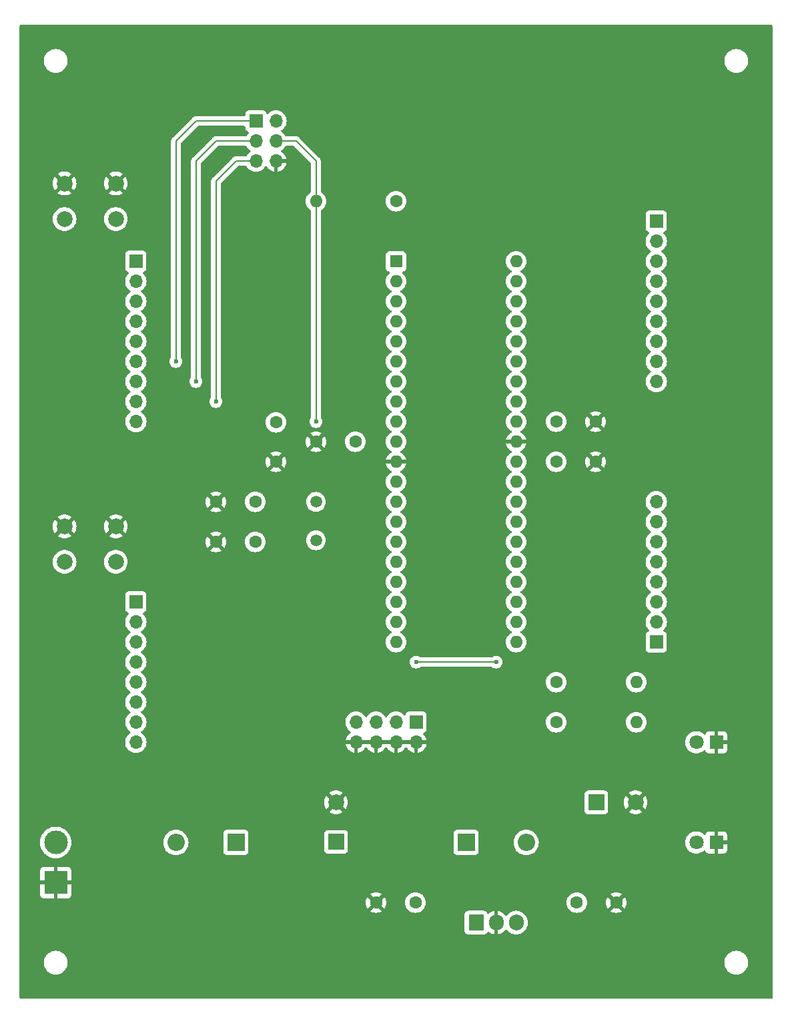
<source format=gbr>
%TF.GenerationSoftware,KiCad,Pcbnew,7.0.11-7.0.11~ubuntu22.04.1*%
%TF.CreationDate,2024-07-25T18:57:52+02:00*%
%TF.ProjectId,mcuboard_hw,6d637562-6f61-4726-945f-68772e6b6963,A*%
%TF.SameCoordinates,Original*%
%TF.FileFunction,Copper,L2,Bot*%
%TF.FilePolarity,Positive*%
%FSLAX46Y46*%
G04 Gerber Fmt 4.6, Leading zero omitted, Abs format (unit mm)*
G04 Created by KiCad (PCBNEW 7.0.11-7.0.11~ubuntu22.04.1) date 2024-07-25 18:57:52*
%MOMM*%
%LPD*%
G01*
G04 APERTURE LIST*
%TA.AperFunction,ComponentPad*%
%ADD10R,2.200000X2.200000*%
%TD*%
%TA.AperFunction,ComponentPad*%
%ADD11O,2.200000X2.200000*%
%TD*%
%TA.AperFunction,ComponentPad*%
%ADD12R,1.905000X2.000000*%
%TD*%
%TA.AperFunction,ComponentPad*%
%ADD13O,1.905000X2.000000*%
%TD*%
%TA.AperFunction,ComponentPad*%
%ADD14C,2.000000*%
%TD*%
%TA.AperFunction,ComponentPad*%
%ADD15C,1.600000*%
%TD*%
%TA.AperFunction,ComponentPad*%
%ADD16O,1.600000X1.600000*%
%TD*%
%TA.AperFunction,ComponentPad*%
%ADD17R,1.800000X1.800000*%
%TD*%
%TA.AperFunction,ComponentPad*%
%ADD18C,1.800000*%
%TD*%
%TA.AperFunction,ComponentPad*%
%ADD19C,1.500000*%
%TD*%
%TA.AperFunction,ComponentPad*%
%ADD20R,1.700000X1.700000*%
%TD*%
%TA.AperFunction,ComponentPad*%
%ADD21O,1.700000X1.700000*%
%TD*%
%TA.AperFunction,ComponentPad*%
%ADD22R,2.000000X2.000000*%
%TD*%
%TA.AperFunction,ComponentPad*%
%ADD23R,3.000000X3.000000*%
%TD*%
%TA.AperFunction,ComponentPad*%
%ADD24C,3.000000*%
%TD*%
%TA.AperFunction,ComponentPad*%
%ADD25R,1.600000X1.600000*%
%TD*%
%TA.AperFunction,ViaPad*%
%ADD26C,0.600000*%
%TD*%
%TA.AperFunction,Conductor*%
%ADD27C,0.200000*%
%TD*%
G04 APERTURE END LIST*
D10*
%TO.P,D4,1,K*%
%TO.N,Net-(D2-K)*%
X156210000Y-132080000D03*
D11*
%TO.P,D4,2,A*%
%TO.N,+5V*%
X163830000Y-132080000D03*
%TD*%
D12*
%TO.P,U2,1,IN*%
%TO.N,Net-(D2-K)*%
X157480000Y-142240000D03*
D13*
%TO.P,U2,2,GND*%
%TO.N,GND*%
X160020000Y-142240000D03*
%TO.P,U2,3,OUT*%
%TO.N,+5V*%
X162560000Y-142240000D03*
%TD*%
D14*
%TO.P,SW1,1,1*%
%TO.N,GND*%
X105260000Y-48550000D03*
X111760000Y-48550000D03*
%TO.P,SW1,2,2*%
%TO.N,Net-(J1-Pin_4)*%
X105260000Y-53050000D03*
X111760000Y-53050000D03*
%TD*%
D15*
%TO.P,C7,1*%
%TO.N,Net-(D2-K)*%
X149780000Y-139700000D03*
%TO.P,C7,2*%
%TO.N,GND*%
X144780000Y-139700000D03*
%TD*%
%TO.P,R3,1*%
%TO.N,+5V*%
X167640000Y-116840000D03*
D16*
%TO.P,R3,2*%
%TO.N,Net-(D3-A)*%
X177800000Y-116840000D03*
%TD*%
D15*
%TO.P,C8,1*%
%TO.N,+5V*%
X170260000Y-139700000D03*
%TO.P,C8,2*%
%TO.N,GND*%
X175260000Y-139700000D03*
%TD*%
%TO.P,C2,1*%
%TO.N,Net-(U1-XTAL2)*%
X129460000Y-88900000D03*
%TO.P,C2,2*%
%TO.N,GND*%
X124460000Y-88900000D03*
%TD*%
%TO.P,C4,1*%
%TO.N,GND*%
X172640000Y-83820000D03*
%TO.P,C4,2*%
%TO.N,+5V*%
X167640000Y-83820000D03*
%TD*%
D17*
%TO.P,D1,1,K*%
%TO.N,GND*%
X187960000Y-119380000D03*
D18*
%TO.P,D1,2,A*%
%TO.N,Net-(D1-A)*%
X185420000Y-119380000D03*
%TD*%
D19*
%TO.P,Y1,1,1*%
%TO.N,Net-(U1-XTAL2)*%
X137160000Y-88900000D03*
%TO.P,Y1,2,2*%
%TO.N,Net-(U1-XTAL1)*%
X137160000Y-93780000D03*
%TD*%
D17*
%TO.P,D3,1,K*%
%TO.N,GND*%
X187960000Y-132080000D03*
D18*
%TO.P,D3,2,A*%
%TO.N,Net-(D3-A)*%
X185420000Y-132080000D03*
%TD*%
D15*
%TO.P,R1,1*%
%TO.N,+5V*%
X147320000Y-50800000D03*
D16*
%TO.P,R1,2*%
%TO.N,Net-(J1-Pin_4)*%
X137160000Y-50800000D03*
%TD*%
D20*
%TO.P,J6,1,Pin_1*%
%TO.N,Net-(J6-Pin_1)*%
X114300000Y-58420000D03*
D21*
%TO.P,J6,2,Pin_2*%
%TO.N,Net-(J6-Pin_2)*%
X114300000Y-60960000D03*
%TO.P,J6,3,Pin_3*%
%TO.N,Net-(J6-Pin_3)*%
X114300000Y-63500000D03*
%TO.P,J6,4,Pin_4*%
%TO.N,Net-(J6-Pin_4)*%
X114300000Y-66040000D03*
%TO.P,J6,5,Pin_5*%
%TO.N,Net-(J6-Pin_5)*%
X114300000Y-68580000D03*
%TO.P,J6,6,Pin_6*%
%TO.N,Net-(J1-Pin_1)*%
X114300000Y-71120000D03*
%TO.P,J6,7,Pin_7*%
%TO.N,Net-(J1-Pin_3)*%
X114300000Y-73660000D03*
%TO.P,J6,8,Pin_8*%
%TO.N,Net-(J1-Pin_5)*%
X114300000Y-76200000D03*
%TO.P,J6,9,Pin_9*%
%TO.N,Net-(J1-Pin_4)*%
X114300000Y-78740000D03*
%TD*%
D22*
%TO.P,C9,1*%
%TO.N,+5V*%
X172720000Y-127000000D03*
D14*
%TO.P,C9,2*%
%TO.N,GND*%
X177720000Y-127000000D03*
%TD*%
D20*
%TO.P,J3,1,Pin_1*%
%TO.N,Net-(J3-Pin_1)*%
X180340000Y-106680000D03*
D21*
%TO.P,J3,2,Pin_2*%
%TO.N,Net-(J3-Pin_2)*%
X180340000Y-104140000D03*
%TO.P,J3,3,Pin_3*%
%TO.N,Net-(J3-Pin_3)*%
X180340000Y-101600000D03*
%TO.P,J3,4,Pin_4*%
%TO.N,Net-(J3-Pin_4)*%
X180340000Y-99060000D03*
%TO.P,J3,5,Pin_5*%
%TO.N,Net-(J3-Pin_5)*%
X180340000Y-96520000D03*
%TO.P,J3,6,Pin_6*%
%TO.N,Net-(J3-Pin_6)*%
X180340000Y-93980000D03*
%TO.P,J3,7,Pin_7*%
%TO.N,Net-(J3-Pin_7)*%
X180340000Y-91440000D03*
%TO.P,J3,8,Pin_8*%
%TO.N,Net-(J3-Pin_8)*%
X180340000Y-88900000D03*
%TD*%
D15*
%TO.P,R2,1*%
%TO.N,Net-(J5-Pin_8)*%
X167640000Y-111760000D03*
D16*
%TO.P,R2,2*%
%TO.N,Net-(D1-A)*%
X177800000Y-111760000D03*
%TD*%
D20*
%TO.P,J4,1,Pin_1*%
%TO.N,+5V*%
X149860000Y-116840000D03*
D21*
%TO.P,J4,2,Pin_2*%
%TO.N,GND*%
X149860000Y-119380000D03*
%TO.P,J4,3,Pin_3*%
%TO.N,+5V*%
X147320000Y-116840000D03*
%TO.P,J4,4,Pin_4*%
%TO.N,GND*%
X147320000Y-119380000D03*
%TO.P,J4,5,Pin_5*%
%TO.N,+5V*%
X144780000Y-116840000D03*
%TO.P,J4,6,Pin_6*%
%TO.N,GND*%
X144780000Y-119380000D03*
%TO.P,J4,7,Pin_7*%
%TO.N,+5V*%
X142240000Y-116840000D03*
%TO.P,J4,8,Pin_8*%
%TO.N,GND*%
X142240000Y-119380000D03*
%TD*%
D23*
%TO.P,J8,1,Pin_1*%
%TO.N,GND*%
X104140000Y-137160000D03*
D24*
%TO.P,J8,2,Pin_2*%
%TO.N,Net-(D2-A)*%
X104140000Y-132080000D03*
%TD*%
D20*
%TO.P,J1,1,Pin_1*%
%TO.N,Net-(J1-Pin_1)*%
X129540000Y-40640000D03*
D21*
%TO.P,J1,2,Pin_2*%
%TO.N,+5V*%
X132080000Y-40640000D03*
%TO.P,J1,3,Pin_3*%
%TO.N,Net-(J1-Pin_3)*%
X129540000Y-43180000D03*
%TO.P,J1,4,Pin_4*%
%TO.N,Net-(J1-Pin_4)*%
X132080000Y-43180000D03*
%TO.P,J1,5,Pin_5*%
%TO.N,Net-(J1-Pin_5)*%
X129540000Y-45720000D03*
%TO.P,J1,6,Pin_6*%
%TO.N,GND*%
X132080000Y-45720000D03*
%TD*%
D15*
%TO.P,C1,1*%
%TO.N,Net-(U1-XTAL1)*%
X129460000Y-93980000D03*
%TO.P,C1,2*%
%TO.N,GND*%
X124460000Y-93980000D03*
%TD*%
D25*
%TO.P,U1,1,PB0*%
%TO.N,Net-(J6-Pin_1)*%
X147320000Y-58420000D03*
D16*
%TO.P,U1,2,PB1*%
%TO.N,Net-(J6-Pin_2)*%
X147320000Y-60960000D03*
%TO.P,U1,3,PB2*%
%TO.N,Net-(J6-Pin_3)*%
X147320000Y-63500000D03*
%TO.P,U1,4,PB3*%
%TO.N,Net-(J6-Pin_4)*%
X147320000Y-66040000D03*
%TO.P,U1,5,PB4*%
%TO.N,Net-(J6-Pin_5)*%
X147320000Y-68580000D03*
%TO.P,U1,6,PB5*%
%TO.N,Net-(J1-Pin_1)*%
X147320000Y-71120000D03*
%TO.P,U1,7,PB6*%
%TO.N,Net-(J1-Pin_3)*%
X147320000Y-73660000D03*
%TO.P,U1,8,PB7*%
%TO.N,Net-(J1-Pin_5)*%
X147320000Y-76200000D03*
%TO.P,U1,9,~{RESET}*%
%TO.N,Net-(J1-Pin_4)*%
X147320000Y-78740000D03*
%TO.P,U1,10,VCC*%
%TO.N,+5V*%
X147320000Y-81280000D03*
%TO.P,U1,11,GND*%
%TO.N,GND*%
X147320000Y-83820000D03*
%TO.P,U1,12,XTAL2*%
%TO.N,Net-(U1-XTAL2)*%
X147320000Y-86360000D03*
%TO.P,U1,13,XTAL1*%
%TO.N,Net-(U1-XTAL1)*%
X147320000Y-88900000D03*
%TO.P,U1,14,PD0*%
%TO.N,Net-(J5-Pin_1)*%
X147320000Y-91440000D03*
%TO.P,U1,15,PD1*%
%TO.N,Net-(J5-Pin_2)*%
X147320000Y-93980000D03*
%TO.P,U1,16,PD2*%
%TO.N,Net-(J5-Pin_3)*%
X147320000Y-96520000D03*
%TO.P,U1,17,PD3*%
%TO.N,Net-(J5-Pin_4)*%
X147320000Y-99060000D03*
%TO.P,U1,18,PD4*%
%TO.N,Net-(J5-Pin_5)*%
X147320000Y-101600000D03*
%TO.P,U1,19,PD5*%
%TO.N,Net-(J5-Pin_6)*%
X147320000Y-104140000D03*
%TO.P,U1,20,PD6*%
%TO.N,Net-(J5-Pin_7)*%
X147320000Y-106680000D03*
%TO.P,U1,21,PD7*%
%TO.N,Net-(J5-Pin_8)*%
X162560000Y-106680000D03*
%TO.P,U1,22,PC0*%
%TO.N,Net-(J3-Pin_1)*%
X162560000Y-104140000D03*
%TO.P,U1,23,PC1*%
%TO.N,Net-(J3-Pin_2)*%
X162560000Y-101600000D03*
%TO.P,U1,24,PC2*%
%TO.N,Net-(J3-Pin_3)*%
X162560000Y-99060000D03*
%TO.P,U1,25,PC3*%
%TO.N,Net-(J3-Pin_4)*%
X162560000Y-96520000D03*
%TO.P,U1,26,PC4*%
%TO.N,Net-(J3-Pin_5)*%
X162560000Y-93980000D03*
%TO.P,U1,27,PC5*%
%TO.N,Net-(J3-Pin_6)*%
X162560000Y-91440000D03*
%TO.P,U1,28,PC6*%
%TO.N,Net-(J3-Pin_7)*%
X162560000Y-88900000D03*
%TO.P,U1,29,PC7*%
%TO.N,Net-(J3-Pin_8)*%
X162560000Y-86360000D03*
%TO.P,U1,30,AVCC*%
%TO.N,+5V*%
X162560000Y-83820000D03*
%TO.P,U1,31,GND*%
%TO.N,GND*%
X162560000Y-81280000D03*
%TO.P,U1,32,AREF*%
%TO.N,Net-(J2-Pin_9)*%
X162560000Y-78740000D03*
%TO.P,U1,33,PA7*%
%TO.N,Net-(J2-Pin_8)*%
X162560000Y-76200000D03*
%TO.P,U1,34,PA6*%
%TO.N,Net-(J2-Pin_7)*%
X162560000Y-73660000D03*
%TO.P,U1,35,PA5*%
%TO.N,Net-(J2-Pin_6)*%
X162560000Y-71120000D03*
%TO.P,U1,36,PA4*%
%TO.N,Net-(J2-Pin_5)*%
X162560000Y-68580000D03*
%TO.P,U1,37,PA3*%
%TO.N,Net-(J2-Pin_4)*%
X162560000Y-66040000D03*
%TO.P,U1,38,PA2*%
%TO.N,Net-(J2-Pin_3)*%
X162560000Y-63500000D03*
%TO.P,U1,39,PA1*%
%TO.N,Net-(J2-Pin_2)*%
X162560000Y-60960000D03*
%TO.P,U1,40,PA0*%
%TO.N,Net-(J2-Pin_1)*%
X162560000Y-58420000D03*
%TD*%
D15*
%TO.P,C5,1*%
%TO.N,GND*%
X137160000Y-81280000D03*
%TO.P,C5,2*%
%TO.N,+5V*%
X142160000Y-81280000D03*
%TD*%
D10*
%TO.P,D2,1,K*%
%TO.N,Net-(D2-K)*%
X127000000Y-132080000D03*
D11*
%TO.P,D2,2,A*%
%TO.N,Net-(D2-A)*%
X119380000Y-132080000D03*
%TD*%
D15*
%TO.P,C10,1*%
%TO.N,Net-(J1-Pin_4)*%
X132080000Y-78820000D03*
%TO.P,C10,2*%
%TO.N,GND*%
X132080000Y-83820000D03*
%TD*%
%TO.P,C3,1*%
%TO.N,Net-(J2-Pin_9)*%
X167640000Y-78740000D03*
%TO.P,C3,2*%
%TO.N,GND*%
X172640000Y-78740000D03*
%TD*%
D14*
%TO.P,SW2,1,1*%
%TO.N,Net-(J5-Pin_3)*%
X111760000Y-96520000D03*
X105260000Y-96520000D03*
%TO.P,SW2,2,2*%
%TO.N,GND*%
X111760000Y-92020000D03*
X105260000Y-92020000D03*
%TD*%
D20*
%TO.P,J5,1,Pin_1*%
%TO.N,Net-(J5-Pin_1)*%
X114300000Y-101600000D03*
D21*
%TO.P,J5,2,Pin_2*%
%TO.N,Net-(J5-Pin_2)*%
X114300000Y-104140000D03*
%TO.P,J5,3,Pin_3*%
%TO.N,Net-(J5-Pin_3)*%
X114300000Y-106680000D03*
%TO.P,J5,4,Pin_4*%
%TO.N,Net-(J5-Pin_4)*%
X114300000Y-109220000D03*
%TO.P,J5,5,Pin_5*%
%TO.N,Net-(J5-Pin_5)*%
X114300000Y-111760000D03*
%TO.P,J5,6,Pin_6*%
%TO.N,Net-(J5-Pin_6)*%
X114300000Y-114300000D03*
%TO.P,J5,7,Pin_7*%
%TO.N,Net-(J5-Pin_7)*%
X114300000Y-116840000D03*
%TO.P,J5,8,Pin_8*%
%TO.N,Net-(J5-Pin_8)*%
X114300000Y-119380000D03*
%TD*%
D20*
%TO.P,J2,1,Pin_1*%
%TO.N,Net-(J2-Pin_1)*%
X180340000Y-53340000D03*
D21*
%TO.P,J2,2,Pin_2*%
%TO.N,Net-(J2-Pin_2)*%
X180340000Y-55880000D03*
%TO.P,J2,3,Pin_3*%
%TO.N,Net-(J2-Pin_3)*%
X180340000Y-58420000D03*
%TO.P,J2,4,Pin_4*%
%TO.N,Net-(J2-Pin_4)*%
X180340000Y-60960000D03*
%TO.P,J2,5,Pin_5*%
%TO.N,Net-(J2-Pin_5)*%
X180340000Y-63500000D03*
%TO.P,J2,6,Pin_6*%
%TO.N,Net-(J2-Pin_6)*%
X180340000Y-66040000D03*
%TO.P,J2,7,Pin_7*%
%TO.N,Net-(J2-Pin_7)*%
X180340000Y-68580000D03*
%TO.P,J2,8,Pin_8*%
%TO.N,Net-(J2-Pin_8)*%
X180340000Y-71120000D03*
%TO.P,J2,9,Pin_9*%
%TO.N,Net-(J2-Pin_9)*%
X180340000Y-73660000D03*
%TD*%
D22*
%TO.P,C6,1*%
%TO.N,Net-(D2-K)*%
X139700000Y-132000000D03*
D14*
%TO.P,C6,2*%
%TO.N,GND*%
X139700000Y-127000000D03*
%TD*%
D26*
%TO.N,GND*%
X139700000Y-35560000D03*
X170180000Y-147320000D03*
X109220000Y-76200000D03*
X109220000Y-142240000D03*
X190500000Y-91440000D03*
X180340000Y-111760000D03*
X109220000Y-106680000D03*
X160020000Y-30480000D03*
X170180000Y-76200000D03*
X170180000Y-81280000D03*
X129540000Y-142240000D03*
X129540000Y-50800000D03*
X180340000Y-30480000D03*
X180340000Y-40640000D03*
X160020000Y-127000000D03*
X139700000Y-55880000D03*
X149860000Y-147320000D03*
X109220000Y-137160000D03*
X109220000Y-147320000D03*
X149860000Y-30480000D03*
X160020000Y-55880000D03*
X170180000Y-45720000D03*
X190500000Y-76200000D03*
X119380000Y-121920000D03*
X190500000Y-50800000D03*
X109220000Y-81280000D03*
X190500000Y-127000000D03*
X190500000Y-60960000D03*
X180340000Y-132080000D03*
X109220000Y-121920000D03*
X109220000Y-101600000D03*
X109220000Y-71120000D03*
X129540000Y-30480000D03*
X190500000Y-66040000D03*
X170180000Y-137160000D03*
X149860000Y-137160000D03*
X190500000Y-137160000D03*
X109220000Y-86360000D03*
X139700000Y-147320000D03*
X149860000Y-55880000D03*
X149860000Y-127000000D03*
X180340000Y-35560000D03*
X139700000Y-45720000D03*
X170180000Y-30480000D03*
X180340000Y-50800000D03*
X160020000Y-40640000D03*
X190500000Y-55880000D03*
X109220000Y-60960000D03*
X139700000Y-121920000D03*
X129540000Y-127000000D03*
X180340000Y-81280000D03*
X119380000Y-91440000D03*
X190500000Y-71120000D03*
X109220000Y-35560000D03*
X170180000Y-86360000D03*
X180340000Y-116840000D03*
X129540000Y-137160000D03*
X160020000Y-137160000D03*
X180340000Y-76200000D03*
X119380000Y-81280000D03*
X190500000Y-116840000D03*
X109220000Y-30480000D03*
X119380000Y-147320000D03*
X160020000Y-147320000D03*
X170180000Y-121920000D03*
X119380000Y-127000000D03*
X180340000Y-121920000D03*
X129540000Y-96520000D03*
X190500000Y-111760000D03*
X180340000Y-137160000D03*
X109220000Y-66040000D03*
X190500000Y-101600000D03*
X170180000Y-35560000D03*
X170180000Y-40640000D03*
X190500000Y-86360000D03*
X190500000Y-96520000D03*
X129540000Y-147320000D03*
X160020000Y-121920000D03*
X109220000Y-55880000D03*
X190500000Y-121920000D03*
X149860000Y-121920000D03*
X180340000Y-142240000D03*
X170180000Y-50800000D03*
X129540000Y-121920000D03*
X190500000Y-81280000D03*
X160020000Y-45720000D03*
X129540000Y-91440000D03*
X119380000Y-86360000D03*
X139700000Y-137160000D03*
X190500000Y-40640000D03*
X160020000Y-50800000D03*
X139700000Y-116840000D03*
X119380000Y-30480000D03*
X149860000Y-111760000D03*
X109220000Y-127000000D03*
X190500000Y-106680000D03*
X129540000Y-55880000D03*
X139700000Y-30480000D03*
X139700000Y-142240000D03*
X160020000Y-35560000D03*
X109220000Y-116840000D03*
X149860000Y-142240000D03*
X119380000Y-35560000D03*
X149860000Y-35560000D03*
X119380000Y-137160000D03*
X190500000Y-45720000D03*
X180340000Y-147320000D03*
X190500000Y-142240000D03*
X129540000Y-81280000D03*
X180340000Y-45720000D03*
X129540000Y-35560000D03*
X119380000Y-96520000D03*
X109220000Y-40640000D03*
X129540000Y-86360000D03*
X170180000Y-142240000D03*
X119380000Y-142240000D03*
X190500000Y-132080000D03*
X109220000Y-45720000D03*
X180340000Y-86360000D03*
X119380000Y-40640000D03*
X109220000Y-111760000D03*
X149860000Y-45720000D03*
X170180000Y-132080000D03*
%TO.N,Net-(J1-Pin_1)*%
X119380000Y-71120000D03*
%TO.N,Net-(J1-Pin_3)*%
X121920000Y-73660000D03*
%TO.N,Net-(J1-Pin_4)*%
X137160000Y-78740000D03*
%TO.N,Net-(J1-Pin_5)*%
X124460000Y-76200000D03*
%TO.N,Net-(J5-Pin_8)*%
X149860000Y-109220000D03*
X160020000Y-109220000D03*
%TD*%
D27*
%TO.N,Net-(J1-Pin_1)*%
X119380000Y-71120000D02*
X119380000Y-43180000D01*
X121920000Y-40640000D02*
X129540000Y-40640000D01*
X119380000Y-43180000D02*
X121920000Y-40640000D01*
%TO.N,Net-(J1-Pin_3)*%
X121920000Y-73660000D02*
X121920000Y-45720000D01*
X121920000Y-45720000D02*
X124460000Y-43180000D01*
X124460000Y-43180000D02*
X129540000Y-43180000D01*
%TO.N,Net-(J1-Pin_4)*%
X137160000Y-78740000D02*
X137160000Y-50800000D01*
X137160000Y-45720000D02*
X134620000Y-43180000D01*
X137160000Y-50800000D02*
X137160000Y-45720000D01*
X134620000Y-43180000D02*
X132080000Y-43180000D01*
%TO.N,Net-(J1-Pin_5)*%
X127000000Y-45720000D02*
X129540000Y-45720000D01*
X124460000Y-76200000D02*
X124460000Y-48260000D01*
X124460000Y-48260000D02*
X127000000Y-45720000D01*
%TO.N,Net-(J5-Pin_8)*%
X149860000Y-109220000D02*
X151834315Y-109220000D01*
X151834315Y-109220000D02*
X160020000Y-109220000D01*
%TD*%
%TA.AperFunction,Conductor*%
%TO.N,GND*%
G36*
X144320507Y-119170156D02*
G01*
X144280000Y-119308111D01*
X144280000Y-119451889D01*
X144320507Y-119589844D01*
X144346314Y-119630000D01*
X142673686Y-119630000D01*
X142699493Y-119589844D01*
X142740000Y-119451889D01*
X142740000Y-119308111D01*
X142699493Y-119170156D01*
X142673686Y-119130000D01*
X144346314Y-119130000D01*
X144320507Y-119170156D01*
G37*
%TD.AperFunction*%
%TA.AperFunction,Conductor*%
G36*
X146860507Y-119170156D02*
G01*
X146820000Y-119308111D01*
X146820000Y-119451889D01*
X146860507Y-119589844D01*
X146886314Y-119630000D01*
X145213686Y-119630000D01*
X145239493Y-119589844D01*
X145280000Y-119451889D01*
X145280000Y-119308111D01*
X145239493Y-119170156D01*
X145213686Y-119130000D01*
X146886314Y-119130000D01*
X146860507Y-119170156D01*
G37*
%TD.AperFunction*%
%TA.AperFunction,Conductor*%
G36*
X149400507Y-119170156D02*
G01*
X149360000Y-119308111D01*
X149360000Y-119451889D01*
X149400507Y-119589844D01*
X149426314Y-119630000D01*
X147753686Y-119630000D01*
X147779493Y-119589844D01*
X147820000Y-119451889D01*
X147820000Y-119308111D01*
X147779493Y-119170156D01*
X147753686Y-119130000D01*
X149426314Y-119130000D01*
X149400507Y-119170156D01*
G37*
%TD.AperFunction*%
%TA.AperFunction,Conductor*%
G36*
X195022539Y-28460185D02*
G01*
X195068294Y-28512989D01*
X195079500Y-28564500D01*
X195079500Y-151775500D01*
X195059815Y-151842539D01*
X195007011Y-151888294D01*
X194955500Y-151899500D01*
X99684500Y-151899500D01*
X99617461Y-151879815D01*
X99571706Y-151827011D01*
X99560500Y-151775500D01*
X99560500Y-147444334D01*
X102639500Y-147444334D01*
X102680429Y-147689616D01*
X102761169Y-147924802D01*
X102761172Y-147924811D01*
X102879524Y-148143506D01*
X102879526Y-148143509D01*
X103032262Y-148339744D01*
X103191744Y-148486557D01*
X103215217Y-148508166D01*
X103423393Y-148644173D01*
X103651118Y-148744063D01*
X103892175Y-148805107D01*
X103892179Y-148805108D01*
X103892181Y-148805108D01*
X103892186Y-148805109D01*
X104045589Y-148817819D01*
X104077933Y-148820500D01*
X104077937Y-148820500D01*
X104202063Y-148820500D01*
X104202067Y-148820500D01*
X104264677Y-148815311D01*
X104387813Y-148805109D01*
X104387816Y-148805108D01*
X104387821Y-148805108D01*
X104628881Y-148744063D01*
X104856607Y-148644173D01*
X105064785Y-148508164D01*
X105247738Y-148339744D01*
X105400474Y-148143509D01*
X105518828Y-147924810D01*
X105599571Y-147689614D01*
X105640500Y-147444335D01*
X105640500Y-147444334D01*
X188999500Y-147444334D01*
X189040429Y-147689616D01*
X189121169Y-147924802D01*
X189121172Y-147924811D01*
X189239524Y-148143506D01*
X189239526Y-148143509D01*
X189392262Y-148339744D01*
X189551744Y-148486557D01*
X189575217Y-148508166D01*
X189783393Y-148644173D01*
X190011118Y-148744063D01*
X190252175Y-148805107D01*
X190252179Y-148805108D01*
X190252181Y-148805108D01*
X190252186Y-148805109D01*
X190405589Y-148817819D01*
X190437933Y-148820500D01*
X190437937Y-148820500D01*
X190562063Y-148820500D01*
X190562067Y-148820500D01*
X190624677Y-148815311D01*
X190747813Y-148805109D01*
X190747816Y-148805108D01*
X190747821Y-148805108D01*
X190988881Y-148744063D01*
X191216607Y-148644173D01*
X191424785Y-148508164D01*
X191607738Y-148339744D01*
X191760474Y-148143509D01*
X191878828Y-147924810D01*
X191959571Y-147689614D01*
X192000500Y-147444335D01*
X192000500Y-147195665D01*
X191959571Y-146950386D01*
X191878828Y-146715190D01*
X191760474Y-146496491D01*
X191607738Y-146300256D01*
X191424785Y-146131836D01*
X191424782Y-146131833D01*
X191216606Y-145995826D01*
X190988881Y-145895936D01*
X190747824Y-145834892D01*
X190747813Y-145834890D01*
X190562077Y-145819500D01*
X190562067Y-145819500D01*
X190437933Y-145819500D01*
X190437922Y-145819500D01*
X190252186Y-145834890D01*
X190252175Y-145834892D01*
X190011118Y-145895936D01*
X189783393Y-145995826D01*
X189575217Y-146131833D01*
X189392261Y-146300257D01*
X189239524Y-146496493D01*
X189121172Y-146715188D01*
X189121169Y-146715197D01*
X189040429Y-146950383D01*
X188999500Y-147195665D01*
X188999500Y-147444334D01*
X105640500Y-147444334D01*
X105640500Y-147195665D01*
X105599571Y-146950386D01*
X105518828Y-146715190D01*
X105400474Y-146496491D01*
X105247738Y-146300256D01*
X105064785Y-146131836D01*
X105064782Y-146131833D01*
X104856606Y-145995826D01*
X104628881Y-145895936D01*
X104387824Y-145834892D01*
X104387813Y-145834890D01*
X104202077Y-145819500D01*
X104202067Y-145819500D01*
X104077933Y-145819500D01*
X104077922Y-145819500D01*
X103892186Y-145834890D01*
X103892175Y-145834892D01*
X103651118Y-145895936D01*
X103423393Y-145995826D01*
X103215217Y-146131833D01*
X103032261Y-146300257D01*
X102879524Y-146496493D01*
X102761172Y-146715188D01*
X102761169Y-146715197D01*
X102680429Y-146950383D01*
X102639500Y-147195665D01*
X102639500Y-147444334D01*
X99560500Y-147444334D01*
X99560500Y-143287870D01*
X156027000Y-143287870D01*
X156027001Y-143287876D01*
X156033408Y-143347483D01*
X156083702Y-143482328D01*
X156083706Y-143482335D01*
X156169952Y-143597544D01*
X156169955Y-143597547D01*
X156285164Y-143683793D01*
X156285171Y-143683797D01*
X156420017Y-143734091D01*
X156420016Y-143734091D01*
X156426944Y-143734835D01*
X156479627Y-143740500D01*
X158480372Y-143740499D01*
X158539983Y-143734091D01*
X158674831Y-143683796D01*
X158790046Y-143597546D01*
X158876296Y-143482331D01*
X158876297Y-143482328D01*
X158876298Y-143482327D01*
X158887907Y-143451199D01*
X158929776Y-143395264D01*
X158995240Y-143370844D01*
X159063513Y-143385694D01*
X159080252Y-143396675D01*
X159222831Y-143507649D01*
X159222840Y-143507655D01*
X159434531Y-143622215D01*
X159434545Y-143622221D01*
X159662207Y-143700379D01*
X159770000Y-143718366D01*
X159770000Y-142731683D01*
X159798819Y-142749209D01*
X159944404Y-142790000D01*
X160057622Y-142790000D01*
X160169783Y-142774584D01*
X160270000Y-142731053D01*
X160270000Y-143718365D01*
X160377792Y-143700379D01*
X160605454Y-143622221D01*
X160605468Y-143622215D01*
X160817159Y-143507655D01*
X160817168Y-143507649D01*
X161007116Y-143359806D01*
X161007126Y-143359797D01*
X161170154Y-143182702D01*
X161170155Y-143182701D01*
X161185891Y-143158616D01*
X161239036Y-143113258D01*
X161308267Y-143103833D01*
X161371604Y-143133333D01*
X161393510Y-143158614D01*
X161409446Y-143183007D01*
X161409448Y-143183009D01*
X161409449Y-143183010D01*
X161572537Y-143360171D01*
X161728908Y-143481879D01*
X161762017Y-143507649D01*
X161762561Y-143508072D01*
X161927891Y-143597544D01*
X161973478Y-143622215D01*
X161974336Y-143622679D01*
X162092598Y-143663278D01*
X162202083Y-143700865D01*
X162202085Y-143700865D01*
X162202087Y-143700866D01*
X162439601Y-143740500D01*
X162439602Y-143740500D01*
X162680398Y-143740500D01*
X162680399Y-143740500D01*
X162917913Y-143700866D01*
X163145664Y-143622679D01*
X163357439Y-143508072D01*
X163547463Y-143360171D01*
X163710551Y-143183010D01*
X163842255Y-142981422D01*
X163938983Y-142760905D01*
X163998095Y-142527476D01*
X164013000Y-142347600D01*
X164013000Y-142132400D01*
X163998095Y-141952524D01*
X163938983Y-141719095D01*
X163842255Y-141498578D01*
X163710551Y-141296990D01*
X163547463Y-141119829D01*
X163413358Y-141015451D01*
X163357441Y-140971929D01*
X163145665Y-140857321D01*
X163145656Y-140857318D01*
X162917916Y-140779134D01*
X162718800Y-140745908D01*
X162680399Y-140739500D01*
X162439601Y-140739500D01*
X162401200Y-140745908D01*
X162202083Y-140779134D01*
X161974343Y-140857318D01*
X161974334Y-140857321D01*
X161762558Y-140971929D01*
X161666195Y-141046932D01*
X161572537Y-141119829D01*
X161572534Y-141119831D01*
X161572534Y-141119832D01*
X161409450Y-141296988D01*
X161409446Y-141296994D01*
X161393507Y-141321389D01*
X161340359Y-141366744D01*
X161271127Y-141376165D01*
X161207793Y-141346661D01*
X161185892Y-141321385D01*
X161170154Y-141297296D01*
X161007126Y-141120202D01*
X161007116Y-141120193D01*
X160817168Y-140972350D01*
X160817159Y-140972344D01*
X160605468Y-140857784D01*
X160605454Y-140857778D01*
X160377791Y-140779619D01*
X160270000Y-140761633D01*
X160270000Y-141748316D01*
X160241181Y-141730791D01*
X160095596Y-141690000D01*
X159982378Y-141690000D01*
X159870217Y-141705416D01*
X159770000Y-141748946D01*
X159770000Y-140761633D01*
X159769999Y-140761633D01*
X159662208Y-140779619D01*
X159434545Y-140857778D01*
X159434531Y-140857784D01*
X159222840Y-140972344D01*
X159222838Y-140972345D01*
X159080252Y-141083325D01*
X159015258Y-141108967D01*
X158946718Y-141095400D01*
X158896393Y-141046932D01*
X158887907Y-141028801D01*
X158876297Y-140997671D01*
X158876293Y-140997664D01*
X158790047Y-140882455D01*
X158790044Y-140882452D01*
X158674835Y-140796206D01*
X158674828Y-140796202D01*
X158539982Y-140745908D01*
X158539983Y-140745908D01*
X158480383Y-140739501D01*
X158480381Y-140739500D01*
X158480373Y-140739500D01*
X158480364Y-140739500D01*
X156479629Y-140739500D01*
X156479623Y-140739501D01*
X156420016Y-140745908D01*
X156285171Y-140796202D01*
X156285164Y-140796206D01*
X156169955Y-140882452D01*
X156169952Y-140882455D01*
X156083706Y-140997664D01*
X156083702Y-140997671D01*
X156033408Y-141132517D01*
X156027001Y-141192116D01*
X156027000Y-141192135D01*
X156027000Y-143287870D01*
X99560500Y-143287870D01*
X99560500Y-139700002D01*
X143475034Y-139700002D01*
X143494858Y-139926599D01*
X143494860Y-139926610D01*
X143553730Y-140146317D01*
X143553735Y-140146331D01*
X143649863Y-140352478D01*
X143700974Y-140425472D01*
X144382046Y-139744400D01*
X144394835Y-139825148D01*
X144452359Y-139938045D01*
X144541955Y-140027641D01*
X144654852Y-140085165D01*
X144735599Y-140097953D01*
X144054526Y-140779025D01*
X144127513Y-140830132D01*
X144127521Y-140830136D01*
X144333668Y-140926264D01*
X144333682Y-140926269D01*
X144553389Y-140985139D01*
X144553400Y-140985141D01*
X144779998Y-141004966D01*
X144780002Y-141004966D01*
X145006599Y-140985141D01*
X145006610Y-140985139D01*
X145226317Y-140926269D01*
X145226331Y-140926264D01*
X145432478Y-140830136D01*
X145505471Y-140779024D01*
X144824400Y-140097953D01*
X144905148Y-140085165D01*
X145018045Y-140027641D01*
X145107641Y-139938045D01*
X145165165Y-139825148D01*
X145177953Y-139744400D01*
X145859024Y-140425471D01*
X145910136Y-140352478D01*
X146006264Y-140146331D01*
X146006269Y-140146317D01*
X146065139Y-139926610D01*
X146065141Y-139926599D01*
X146084966Y-139700002D01*
X146084966Y-139700001D01*
X148474532Y-139700001D01*
X148494364Y-139926686D01*
X148494366Y-139926697D01*
X148553258Y-140146488D01*
X148553261Y-140146497D01*
X148649431Y-140352732D01*
X148649432Y-140352734D01*
X148779954Y-140539141D01*
X148940858Y-140700045D01*
X148940861Y-140700047D01*
X149127266Y-140830568D01*
X149333504Y-140926739D01*
X149553308Y-140985635D01*
X149715230Y-140999801D01*
X149779998Y-141005468D01*
X149780000Y-141005468D01*
X149780002Y-141005468D01*
X149836673Y-141000509D01*
X150006692Y-140985635D01*
X150226496Y-140926739D01*
X150432734Y-140830568D01*
X150619139Y-140700047D01*
X150780047Y-140539139D01*
X150910568Y-140352734D01*
X151006739Y-140146496D01*
X151065635Y-139926692D01*
X151085468Y-139700001D01*
X168954532Y-139700001D01*
X168974364Y-139926686D01*
X168974366Y-139926697D01*
X169033258Y-140146488D01*
X169033261Y-140146497D01*
X169129431Y-140352732D01*
X169129432Y-140352734D01*
X169259954Y-140539141D01*
X169420858Y-140700045D01*
X169420861Y-140700047D01*
X169607266Y-140830568D01*
X169813504Y-140926739D01*
X170033308Y-140985635D01*
X170195230Y-140999801D01*
X170259998Y-141005468D01*
X170260000Y-141005468D01*
X170260002Y-141005468D01*
X170316673Y-141000509D01*
X170486692Y-140985635D01*
X170706496Y-140926739D01*
X170912734Y-140830568D01*
X171099139Y-140700047D01*
X171260047Y-140539139D01*
X171390568Y-140352734D01*
X171486739Y-140146496D01*
X171545635Y-139926692D01*
X171565468Y-139700002D01*
X173955034Y-139700002D01*
X173974858Y-139926599D01*
X173974860Y-139926610D01*
X174033730Y-140146317D01*
X174033735Y-140146331D01*
X174129863Y-140352478D01*
X174180974Y-140425472D01*
X174862046Y-139744400D01*
X174874835Y-139825148D01*
X174932359Y-139938045D01*
X175021955Y-140027641D01*
X175134852Y-140085165D01*
X175215599Y-140097953D01*
X174534526Y-140779025D01*
X174607513Y-140830132D01*
X174607521Y-140830136D01*
X174813668Y-140926264D01*
X174813682Y-140926269D01*
X175033389Y-140985139D01*
X175033400Y-140985141D01*
X175259998Y-141004966D01*
X175260002Y-141004966D01*
X175486599Y-140985141D01*
X175486610Y-140985139D01*
X175706317Y-140926269D01*
X175706331Y-140926264D01*
X175912478Y-140830136D01*
X175985471Y-140779024D01*
X175304400Y-140097953D01*
X175385148Y-140085165D01*
X175498045Y-140027641D01*
X175587641Y-139938045D01*
X175645165Y-139825148D01*
X175657953Y-139744400D01*
X176339024Y-140425471D01*
X176390136Y-140352478D01*
X176486264Y-140146331D01*
X176486269Y-140146317D01*
X176545139Y-139926610D01*
X176545141Y-139926599D01*
X176564966Y-139700002D01*
X176564966Y-139699997D01*
X176545141Y-139473400D01*
X176545139Y-139473389D01*
X176486269Y-139253682D01*
X176486264Y-139253668D01*
X176390136Y-139047521D01*
X176390132Y-139047513D01*
X176339025Y-138974526D01*
X175657953Y-139655598D01*
X175645165Y-139574852D01*
X175587641Y-139461955D01*
X175498045Y-139372359D01*
X175385148Y-139314835D01*
X175304401Y-139302046D01*
X175985472Y-138620974D01*
X175912478Y-138569863D01*
X175706331Y-138473735D01*
X175706317Y-138473730D01*
X175486610Y-138414860D01*
X175486599Y-138414858D01*
X175260002Y-138395034D01*
X175259998Y-138395034D01*
X175033400Y-138414858D01*
X175033389Y-138414860D01*
X174813682Y-138473730D01*
X174813673Y-138473734D01*
X174607516Y-138569866D01*
X174607512Y-138569868D01*
X174534526Y-138620973D01*
X174534526Y-138620974D01*
X175215599Y-139302046D01*
X175134852Y-139314835D01*
X175021955Y-139372359D01*
X174932359Y-139461955D01*
X174874835Y-139574852D01*
X174862046Y-139655598D01*
X174180974Y-138974526D01*
X174180973Y-138974526D01*
X174129868Y-139047512D01*
X174129866Y-139047516D01*
X174033734Y-139253673D01*
X174033730Y-139253682D01*
X173974860Y-139473389D01*
X173974858Y-139473400D01*
X173955034Y-139699997D01*
X173955034Y-139700002D01*
X171565468Y-139700002D01*
X171565468Y-139700000D01*
X171545635Y-139473308D01*
X171486739Y-139253504D01*
X171390568Y-139047266D01*
X171260047Y-138860861D01*
X171260045Y-138860858D01*
X171099141Y-138699954D01*
X170912734Y-138569432D01*
X170912732Y-138569431D01*
X170706497Y-138473261D01*
X170706488Y-138473258D01*
X170486697Y-138414366D01*
X170486693Y-138414365D01*
X170486692Y-138414365D01*
X170486691Y-138414364D01*
X170486686Y-138414364D01*
X170260002Y-138394532D01*
X170259998Y-138394532D01*
X170033313Y-138414364D01*
X170033302Y-138414366D01*
X169813511Y-138473258D01*
X169813502Y-138473261D01*
X169607267Y-138569431D01*
X169607265Y-138569432D01*
X169420858Y-138699954D01*
X169259954Y-138860858D01*
X169129432Y-139047265D01*
X169129431Y-139047267D01*
X169033261Y-139253502D01*
X169033258Y-139253511D01*
X168974366Y-139473302D01*
X168974364Y-139473313D01*
X168954532Y-139699998D01*
X168954532Y-139700001D01*
X151085468Y-139700001D01*
X151085468Y-139700000D01*
X151065635Y-139473308D01*
X151006739Y-139253504D01*
X150910568Y-139047266D01*
X150780047Y-138860861D01*
X150780045Y-138860858D01*
X150619141Y-138699954D01*
X150432734Y-138569432D01*
X150432732Y-138569431D01*
X150226497Y-138473261D01*
X150226488Y-138473258D01*
X150006697Y-138414366D01*
X150006693Y-138414365D01*
X150006692Y-138414365D01*
X150006691Y-138414364D01*
X150006686Y-138414364D01*
X149780002Y-138394532D01*
X149779998Y-138394532D01*
X149553313Y-138414364D01*
X149553302Y-138414366D01*
X149333511Y-138473258D01*
X149333502Y-138473261D01*
X149127267Y-138569431D01*
X149127265Y-138569432D01*
X148940858Y-138699954D01*
X148779954Y-138860858D01*
X148649432Y-139047265D01*
X148649431Y-139047267D01*
X148553261Y-139253502D01*
X148553258Y-139253511D01*
X148494366Y-139473302D01*
X148494364Y-139473313D01*
X148474532Y-139699998D01*
X148474532Y-139700001D01*
X146084966Y-139700001D01*
X146084966Y-139699997D01*
X146065141Y-139473400D01*
X146065139Y-139473389D01*
X146006269Y-139253682D01*
X146006264Y-139253668D01*
X145910136Y-139047521D01*
X145910132Y-139047513D01*
X145859025Y-138974526D01*
X145177953Y-139655598D01*
X145165165Y-139574852D01*
X145107641Y-139461955D01*
X145018045Y-139372359D01*
X144905148Y-139314835D01*
X144824401Y-139302046D01*
X145505472Y-138620974D01*
X145432478Y-138569863D01*
X145226331Y-138473735D01*
X145226317Y-138473730D01*
X145006610Y-138414860D01*
X145006599Y-138414858D01*
X144780002Y-138395034D01*
X144779998Y-138395034D01*
X144553400Y-138414858D01*
X144553389Y-138414860D01*
X144333682Y-138473730D01*
X144333673Y-138473734D01*
X144127516Y-138569866D01*
X144127512Y-138569868D01*
X144054526Y-138620973D01*
X144054526Y-138620974D01*
X144735599Y-139302046D01*
X144654852Y-139314835D01*
X144541955Y-139372359D01*
X144452359Y-139461955D01*
X144394835Y-139574852D01*
X144382046Y-139655598D01*
X143700974Y-138974526D01*
X143700973Y-138974526D01*
X143649868Y-139047512D01*
X143649866Y-139047516D01*
X143553734Y-139253673D01*
X143553730Y-139253682D01*
X143494860Y-139473389D01*
X143494858Y-139473400D01*
X143475034Y-139699997D01*
X143475034Y-139700002D01*
X99560500Y-139700002D01*
X99560500Y-138707844D01*
X102140000Y-138707844D01*
X102146401Y-138767372D01*
X102146403Y-138767379D01*
X102196645Y-138902086D01*
X102196649Y-138902093D01*
X102282809Y-139017187D01*
X102282812Y-139017190D01*
X102397906Y-139103350D01*
X102397913Y-139103354D01*
X102532620Y-139153596D01*
X102532627Y-139153598D01*
X102592155Y-139159999D01*
X102592172Y-139160000D01*
X103890000Y-139160000D01*
X103890000Y-137881802D01*
X104051169Y-137920000D01*
X104184267Y-137920000D01*
X104316461Y-137904549D01*
X104390000Y-137877782D01*
X104390000Y-139160000D01*
X105687828Y-139160000D01*
X105687844Y-139159999D01*
X105747372Y-139153598D01*
X105747379Y-139153596D01*
X105882086Y-139103354D01*
X105882093Y-139103350D01*
X105997187Y-139017190D01*
X105997190Y-139017187D01*
X106083350Y-138902093D01*
X106083354Y-138902086D01*
X106133596Y-138767379D01*
X106133598Y-138767372D01*
X106139999Y-138707844D01*
X106140000Y-138707827D01*
X106140000Y-137410000D01*
X104858483Y-137410000D01*
X104893549Y-137292871D01*
X104903879Y-137115509D01*
X104873029Y-136940546D01*
X104859853Y-136910000D01*
X106140000Y-136910000D01*
X106140000Y-135612172D01*
X106139999Y-135612155D01*
X106133598Y-135552627D01*
X106133596Y-135552620D01*
X106083354Y-135417913D01*
X106083350Y-135417906D01*
X105997190Y-135302812D01*
X105997187Y-135302809D01*
X105882093Y-135216649D01*
X105882086Y-135216645D01*
X105747379Y-135166403D01*
X105747372Y-135166401D01*
X105687844Y-135160000D01*
X104390000Y-135160000D01*
X104390000Y-136438197D01*
X104228831Y-136400000D01*
X104095733Y-136400000D01*
X103963539Y-136415451D01*
X103890000Y-136442217D01*
X103890000Y-135160000D01*
X102592155Y-135160000D01*
X102532627Y-135166401D01*
X102532620Y-135166403D01*
X102397913Y-135216645D01*
X102397906Y-135216649D01*
X102282812Y-135302809D01*
X102282809Y-135302812D01*
X102196649Y-135417906D01*
X102196645Y-135417913D01*
X102146403Y-135552620D01*
X102146401Y-135552627D01*
X102140000Y-135612155D01*
X102140000Y-136910000D01*
X103421517Y-136910000D01*
X103386451Y-137027129D01*
X103376121Y-137204491D01*
X103406971Y-137379454D01*
X103420147Y-137410000D01*
X102140000Y-137410000D01*
X102140000Y-138707844D01*
X99560500Y-138707844D01*
X99560500Y-132080001D01*
X102134390Y-132080001D01*
X102154804Y-132365433D01*
X102215628Y-132645037D01*
X102215630Y-132645043D01*
X102215631Y-132645046D01*
X102254348Y-132748849D01*
X102315635Y-132913166D01*
X102452770Y-133164309D01*
X102452775Y-133164317D01*
X102624254Y-133393387D01*
X102624270Y-133393405D01*
X102826594Y-133595729D01*
X102826612Y-133595745D01*
X103055682Y-133767224D01*
X103055690Y-133767229D01*
X103306833Y-133904364D01*
X103306832Y-133904364D01*
X103306836Y-133904365D01*
X103306839Y-133904367D01*
X103574954Y-134004369D01*
X103574960Y-134004370D01*
X103574962Y-134004371D01*
X103854566Y-134065195D01*
X103854568Y-134065195D01*
X103854572Y-134065196D01*
X104108220Y-134083337D01*
X104139999Y-134085610D01*
X104140000Y-134085610D01*
X104140001Y-134085610D01*
X104168595Y-134083564D01*
X104425428Y-134065196D01*
X104705046Y-134004369D01*
X104973161Y-133904367D01*
X105224315Y-133767226D01*
X105453395Y-133595739D01*
X105655739Y-133393395D01*
X105827226Y-133164315D01*
X105964367Y-132913161D01*
X106064369Y-132645046D01*
X106125196Y-132365428D01*
X106145610Y-132080000D01*
X117774551Y-132080000D01*
X117794317Y-132331151D01*
X117853126Y-132576110D01*
X117949533Y-132808859D01*
X118081160Y-133023653D01*
X118081161Y-133023656D01*
X118101847Y-133047876D01*
X118244776Y-133215224D01*
X118387576Y-133337187D01*
X118436343Y-133378838D01*
X118436346Y-133378839D01*
X118651140Y-133510466D01*
X118883889Y-133606873D01*
X119128852Y-133665683D01*
X119380000Y-133685449D01*
X119631148Y-133665683D01*
X119876111Y-133606873D01*
X120108859Y-133510466D01*
X120323659Y-133378836D01*
X120500417Y-133227870D01*
X125399500Y-133227870D01*
X125399501Y-133227876D01*
X125405908Y-133287483D01*
X125456202Y-133422328D01*
X125456206Y-133422335D01*
X125542452Y-133537544D01*
X125542455Y-133537547D01*
X125657664Y-133623793D01*
X125657671Y-133623797D01*
X125792517Y-133674091D01*
X125792516Y-133674091D01*
X125799444Y-133674835D01*
X125852127Y-133680500D01*
X128147872Y-133680499D01*
X128207483Y-133674091D01*
X128342331Y-133623796D01*
X128457546Y-133537546D01*
X128543796Y-133422331D01*
X128594091Y-133287483D01*
X128600500Y-133227873D01*
X128600500Y-133047870D01*
X138199500Y-133047870D01*
X138199501Y-133047876D01*
X138205908Y-133107483D01*
X138256202Y-133242328D01*
X138256206Y-133242335D01*
X138342452Y-133357544D01*
X138342455Y-133357547D01*
X138457664Y-133443793D01*
X138457671Y-133443797D01*
X138592517Y-133494091D01*
X138592516Y-133494091D01*
X138599444Y-133494835D01*
X138652127Y-133500500D01*
X140747872Y-133500499D01*
X140807483Y-133494091D01*
X140942331Y-133443796D01*
X141057546Y-133357546D01*
X141143796Y-133242331D01*
X141149190Y-133227870D01*
X154609500Y-133227870D01*
X154609501Y-133227876D01*
X154615908Y-133287483D01*
X154666202Y-133422328D01*
X154666206Y-133422335D01*
X154752452Y-133537544D01*
X154752455Y-133537547D01*
X154867664Y-133623793D01*
X154867671Y-133623797D01*
X155002517Y-133674091D01*
X155002516Y-133674091D01*
X155009444Y-133674835D01*
X155062127Y-133680500D01*
X157357872Y-133680499D01*
X157417483Y-133674091D01*
X157552331Y-133623796D01*
X157667546Y-133537546D01*
X157753796Y-133422331D01*
X157804091Y-133287483D01*
X157810500Y-133227873D01*
X157810499Y-132080000D01*
X162224551Y-132080000D01*
X162244317Y-132331151D01*
X162303126Y-132576110D01*
X162399533Y-132808859D01*
X162531160Y-133023653D01*
X162531161Y-133023656D01*
X162551847Y-133047876D01*
X162694776Y-133215224D01*
X162837576Y-133337187D01*
X162886343Y-133378838D01*
X162886346Y-133378839D01*
X163101140Y-133510466D01*
X163333889Y-133606873D01*
X163578852Y-133665683D01*
X163830000Y-133685449D01*
X164081148Y-133665683D01*
X164326111Y-133606873D01*
X164558859Y-133510466D01*
X164773659Y-133378836D01*
X164965224Y-133215224D01*
X165128836Y-133023659D01*
X165260466Y-132808859D01*
X165356873Y-132576111D01*
X165415683Y-132331148D01*
X165435449Y-132080006D01*
X184014700Y-132080006D01*
X184033864Y-132311297D01*
X184033866Y-132311308D01*
X184090842Y-132536300D01*
X184184075Y-132748848D01*
X184311016Y-132943147D01*
X184311019Y-132943151D01*
X184311021Y-132943153D01*
X184468216Y-133113913D01*
X184468219Y-133113915D01*
X184468222Y-133113918D01*
X184651365Y-133256464D01*
X184651371Y-133256468D01*
X184651374Y-133256470D01*
X184855497Y-133366936D01*
X184932599Y-133393405D01*
X185075015Y-133442297D01*
X185075017Y-133442297D01*
X185075019Y-133442298D01*
X185303951Y-133480500D01*
X185303952Y-133480500D01*
X185536048Y-133480500D01*
X185536049Y-133480500D01*
X185764981Y-133442298D01*
X185984503Y-133366936D01*
X186188626Y-133256470D01*
X186225372Y-133227870D01*
X186250129Y-133208600D01*
X186371784Y-133113913D01*
X186380511Y-133104432D01*
X186440394Y-133068441D01*
X186510232Y-133070538D01*
X186567850Y-133110060D01*
X186587924Y-133145080D01*
X186616645Y-133222086D01*
X186616649Y-133222093D01*
X186702809Y-133337187D01*
X186702812Y-133337190D01*
X186817906Y-133423350D01*
X186817913Y-133423354D01*
X186952620Y-133473596D01*
X186952627Y-133473598D01*
X187012155Y-133479999D01*
X187012172Y-133480000D01*
X187710000Y-133480000D01*
X187710000Y-132454189D01*
X187762547Y-132490016D01*
X187892173Y-132530000D01*
X187993724Y-132530000D01*
X188094138Y-132514865D01*
X188210000Y-132459068D01*
X188210000Y-133480000D01*
X188907828Y-133480000D01*
X188907844Y-133479999D01*
X188967372Y-133473598D01*
X188967379Y-133473596D01*
X189102086Y-133423354D01*
X189102093Y-133423350D01*
X189217187Y-133337190D01*
X189217190Y-133337187D01*
X189303350Y-133222093D01*
X189303354Y-133222086D01*
X189353596Y-133087379D01*
X189353598Y-133087372D01*
X189359999Y-133027844D01*
X189360000Y-133027827D01*
X189360000Y-132330000D01*
X188335278Y-132330000D01*
X188383625Y-132246260D01*
X188413810Y-132114008D01*
X188403673Y-131978735D01*
X188354113Y-131852459D01*
X188336203Y-131830000D01*
X189360000Y-131830000D01*
X189360000Y-131132172D01*
X189359999Y-131132155D01*
X189353598Y-131072627D01*
X189353596Y-131072620D01*
X189303354Y-130937913D01*
X189303350Y-130937906D01*
X189217190Y-130822812D01*
X189217187Y-130822809D01*
X189102093Y-130736649D01*
X189102086Y-130736645D01*
X188967379Y-130686403D01*
X188967372Y-130686401D01*
X188907844Y-130680000D01*
X188210000Y-130680000D01*
X188210000Y-131705810D01*
X188157453Y-131669984D01*
X188027827Y-131630000D01*
X187926276Y-131630000D01*
X187825862Y-131645135D01*
X187710000Y-131700931D01*
X187710000Y-130680000D01*
X187012155Y-130680000D01*
X186952627Y-130686401D01*
X186952620Y-130686403D01*
X186817913Y-130736645D01*
X186817906Y-130736649D01*
X186702812Y-130822809D01*
X186702809Y-130822812D01*
X186616649Y-130937906D01*
X186616646Y-130937911D01*
X186587924Y-131014920D01*
X186546052Y-131070853D01*
X186480588Y-131095270D01*
X186412315Y-131080418D01*
X186380514Y-131055571D01*
X186371784Y-131046087D01*
X186371779Y-131046083D01*
X186371777Y-131046081D01*
X186188634Y-130903535D01*
X186188628Y-130903531D01*
X185984504Y-130793064D01*
X185984495Y-130793061D01*
X185764984Y-130717702D01*
X185577404Y-130686401D01*
X185536049Y-130679500D01*
X185303951Y-130679500D01*
X185262596Y-130686401D01*
X185075015Y-130717702D01*
X184855504Y-130793061D01*
X184855495Y-130793064D01*
X184651371Y-130903531D01*
X184651365Y-130903535D01*
X184468222Y-131046081D01*
X184468219Y-131046084D01*
X184468216Y-131046086D01*
X184468216Y-131046087D01*
X184443791Y-131072620D01*
X184311016Y-131216852D01*
X184184075Y-131411151D01*
X184090842Y-131623699D01*
X184033866Y-131848691D01*
X184033864Y-131848702D01*
X184014700Y-132079993D01*
X184014700Y-132080006D01*
X165435449Y-132080006D01*
X165435449Y-132080000D01*
X165415683Y-131828852D01*
X165356873Y-131583889D01*
X165260466Y-131351141D01*
X165260466Y-131351140D01*
X165128839Y-131136346D01*
X165128838Y-131136343D01*
X165059850Y-131055569D01*
X164965224Y-130944776D01*
X164822419Y-130822809D01*
X164773656Y-130781161D01*
X164773653Y-130781160D01*
X164558859Y-130649533D01*
X164326110Y-130553126D01*
X164081151Y-130494317D01*
X163830000Y-130474551D01*
X163578848Y-130494317D01*
X163333889Y-130553126D01*
X163101140Y-130649533D01*
X162886346Y-130781160D01*
X162886343Y-130781161D01*
X162694776Y-130944776D01*
X162531161Y-131136343D01*
X162531160Y-131136346D01*
X162399533Y-131351140D01*
X162303126Y-131583889D01*
X162244317Y-131828848D01*
X162224551Y-132080000D01*
X157810499Y-132080000D01*
X157810499Y-130932128D01*
X157804091Y-130872517D01*
X157785552Y-130822812D01*
X157753797Y-130737671D01*
X157753793Y-130737664D01*
X157667547Y-130622455D01*
X157667544Y-130622452D01*
X157552335Y-130536206D01*
X157552328Y-130536202D01*
X157417482Y-130485908D01*
X157417483Y-130485908D01*
X157357883Y-130479501D01*
X157357881Y-130479500D01*
X157357873Y-130479500D01*
X157357864Y-130479500D01*
X155062129Y-130479500D01*
X155062123Y-130479501D01*
X155002516Y-130485908D01*
X154867671Y-130536202D01*
X154867664Y-130536206D01*
X154752455Y-130622452D01*
X154752452Y-130622455D01*
X154666206Y-130737664D01*
X154666202Y-130737671D01*
X154615908Y-130872517D01*
X154612574Y-130903535D01*
X154609501Y-130932123D01*
X154609500Y-130932135D01*
X154609500Y-133227870D01*
X141149190Y-133227870D01*
X141194091Y-133107483D01*
X141200500Y-133047873D01*
X141200499Y-130952128D01*
X141194091Y-130892517D01*
X141186631Y-130872517D01*
X141143797Y-130757671D01*
X141143793Y-130757664D01*
X141057547Y-130642455D01*
X141057544Y-130642452D01*
X140942335Y-130556206D01*
X140942328Y-130556202D01*
X140807482Y-130505908D01*
X140807483Y-130505908D01*
X140747883Y-130499501D01*
X140747881Y-130499500D01*
X140747873Y-130499500D01*
X140747864Y-130499500D01*
X138652129Y-130499500D01*
X138652123Y-130499501D01*
X138592516Y-130505908D01*
X138457671Y-130556202D01*
X138457664Y-130556206D01*
X138342455Y-130642452D01*
X138342452Y-130642455D01*
X138256206Y-130757664D01*
X138256202Y-130757671D01*
X138205908Y-130892517D01*
X138201650Y-130932127D01*
X138199501Y-130952123D01*
X138199500Y-130952135D01*
X138199500Y-133047870D01*
X128600500Y-133047870D01*
X128600499Y-130932128D01*
X128594091Y-130872517D01*
X128575552Y-130822812D01*
X128543797Y-130737671D01*
X128543793Y-130737664D01*
X128457547Y-130622455D01*
X128457544Y-130622452D01*
X128342335Y-130536206D01*
X128342328Y-130536202D01*
X128207482Y-130485908D01*
X128207483Y-130485908D01*
X128147883Y-130479501D01*
X128147881Y-130479500D01*
X128147873Y-130479500D01*
X128147864Y-130479500D01*
X125852129Y-130479500D01*
X125852123Y-130479501D01*
X125792516Y-130485908D01*
X125657671Y-130536202D01*
X125657664Y-130536206D01*
X125542455Y-130622452D01*
X125542452Y-130622455D01*
X125456206Y-130737664D01*
X125456202Y-130737671D01*
X125405908Y-130872517D01*
X125402574Y-130903535D01*
X125399501Y-130932123D01*
X125399500Y-130932135D01*
X125399500Y-133227870D01*
X120500417Y-133227870D01*
X120515224Y-133215224D01*
X120678836Y-133023659D01*
X120810466Y-132808859D01*
X120906873Y-132576111D01*
X120965683Y-132331148D01*
X120985449Y-132080000D01*
X120965683Y-131828852D01*
X120906873Y-131583889D01*
X120810466Y-131351141D01*
X120810466Y-131351140D01*
X120678839Y-131136346D01*
X120678838Y-131136343D01*
X120609850Y-131055569D01*
X120515224Y-130944776D01*
X120372419Y-130822809D01*
X120323656Y-130781161D01*
X120323653Y-130781160D01*
X120108859Y-130649533D01*
X119876110Y-130553126D01*
X119631151Y-130494317D01*
X119380000Y-130474551D01*
X119128848Y-130494317D01*
X118883889Y-130553126D01*
X118651140Y-130649533D01*
X118436346Y-130781160D01*
X118436343Y-130781161D01*
X118244776Y-130944776D01*
X118081161Y-131136343D01*
X118081160Y-131136346D01*
X117949533Y-131351140D01*
X117853126Y-131583889D01*
X117794317Y-131828848D01*
X117774551Y-132080000D01*
X106145610Y-132080000D01*
X106145609Y-132079993D01*
X106129067Y-131848702D01*
X106125196Y-131794572D01*
X106064369Y-131514954D01*
X105964367Y-131246839D01*
X105904031Y-131136343D01*
X105827229Y-130995690D01*
X105827224Y-130995682D01*
X105655745Y-130766612D01*
X105655729Y-130766594D01*
X105453405Y-130564270D01*
X105453387Y-130564254D01*
X105224317Y-130392775D01*
X105224309Y-130392770D01*
X104973166Y-130255635D01*
X104973167Y-130255635D01*
X104865915Y-130215632D01*
X104705046Y-130155631D01*
X104705043Y-130155630D01*
X104705037Y-130155628D01*
X104425433Y-130094804D01*
X104140001Y-130074390D01*
X104139999Y-130074390D01*
X103854566Y-130094804D01*
X103574962Y-130155628D01*
X103306833Y-130255635D01*
X103055690Y-130392770D01*
X103055682Y-130392775D01*
X102826612Y-130564254D01*
X102826594Y-130564270D01*
X102624270Y-130766594D01*
X102624254Y-130766612D01*
X102452775Y-130995682D01*
X102452770Y-130995690D01*
X102315635Y-131246833D01*
X102215628Y-131514962D01*
X102154804Y-131794566D01*
X102134390Y-132079998D01*
X102134390Y-132080001D01*
X99560500Y-132080001D01*
X99560500Y-127000005D01*
X138194859Y-127000005D01*
X138215385Y-127247729D01*
X138215387Y-127247738D01*
X138276412Y-127488717D01*
X138376266Y-127716364D01*
X138476564Y-127869882D01*
X139216923Y-127129523D01*
X139240507Y-127209844D01*
X139318239Y-127330798D01*
X139426900Y-127424952D01*
X139557685Y-127484680D01*
X139567466Y-127486086D01*
X138829942Y-128223609D01*
X138876768Y-128260055D01*
X138876770Y-128260056D01*
X139095385Y-128378364D01*
X139095396Y-128378369D01*
X139330506Y-128459083D01*
X139575707Y-128500000D01*
X139824293Y-128500000D01*
X140069493Y-128459083D01*
X140304603Y-128378369D01*
X140304614Y-128378364D01*
X140523228Y-128260057D01*
X140523231Y-128260055D01*
X140570056Y-128223609D01*
X140394317Y-128047870D01*
X171219500Y-128047870D01*
X171219501Y-128047876D01*
X171225908Y-128107483D01*
X171276202Y-128242328D01*
X171276206Y-128242335D01*
X171362452Y-128357544D01*
X171362455Y-128357547D01*
X171477664Y-128443793D01*
X171477671Y-128443797D01*
X171612517Y-128494091D01*
X171612516Y-128494091D01*
X171619444Y-128494835D01*
X171672127Y-128500500D01*
X173767872Y-128500499D01*
X173827483Y-128494091D01*
X173962331Y-128443796D01*
X174077546Y-128357546D01*
X174163796Y-128242331D01*
X174214091Y-128107483D01*
X174220500Y-128047873D01*
X174220500Y-127000005D01*
X176214859Y-127000005D01*
X176235385Y-127247729D01*
X176235387Y-127247738D01*
X176296412Y-127488717D01*
X176396266Y-127716364D01*
X176496564Y-127869882D01*
X177236923Y-127129523D01*
X177260507Y-127209844D01*
X177338239Y-127330798D01*
X177446900Y-127424952D01*
X177577685Y-127484680D01*
X177587466Y-127486086D01*
X176849942Y-128223609D01*
X176896768Y-128260055D01*
X176896770Y-128260056D01*
X177115385Y-128378364D01*
X177115396Y-128378369D01*
X177350506Y-128459083D01*
X177595707Y-128500000D01*
X177844293Y-128500000D01*
X178089493Y-128459083D01*
X178324603Y-128378369D01*
X178324614Y-128378364D01*
X178543228Y-128260057D01*
X178543231Y-128260055D01*
X178590056Y-128223609D01*
X177852533Y-127486086D01*
X177862315Y-127484680D01*
X177993100Y-127424952D01*
X178101761Y-127330798D01*
X178179493Y-127209844D01*
X178203076Y-127129524D01*
X178943434Y-127869882D01*
X179043731Y-127716369D01*
X179143587Y-127488717D01*
X179204612Y-127247738D01*
X179204614Y-127247729D01*
X179225141Y-127000005D01*
X179225141Y-126999994D01*
X179204614Y-126752270D01*
X179204612Y-126752261D01*
X179143587Y-126511282D01*
X179043731Y-126283630D01*
X178943434Y-126130116D01*
X178203076Y-126870475D01*
X178179493Y-126790156D01*
X178101761Y-126669202D01*
X177993100Y-126575048D01*
X177862315Y-126515320D01*
X177852534Y-126513913D01*
X178590057Y-125776390D01*
X178590056Y-125776389D01*
X178543229Y-125739943D01*
X178324614Y-125621635D01*
X178324603Y-125621630D01*
X178089493Y-125540916D01*
X177844293Y-125500000D01*
X177595707Y-125500000D01*
X177350506Y-125540916D01*
X177115396Y-125621630D01*
X177115390Y-125621632D01*
X176896761Y-125739949D01*
X176849942Y-125776388D01*
X176849942Y-125776390D01*
X177587466Y-126513913D01*
X177577685Y-126515320D01*
X177446900Y-126575048D01*
X177338239Y-126669202D01*
X177260507Y-126790156D01*
X177236923Y-126870475D01*
X176496564Y-126130116D01*
X176396267Y-126283632D01*
X176296412Y-126511282D01*
X176235387Y-126752261D01*
X176235385Y-126752270D01*
X176214859Y-126999994D01*
X176214859Y-127000005D01*
X174220500Y-127000005D01*
X174220499Y-125952128D01*
X174214091Y-125892517D01*
X174170778Y-125776390D01*
X174163797Y-125757671D01*
X174163793Y-125757664D01*
X174077547Y-125642455D01*
X174077544Y-125642452D01*
X173962335Y-125556206D01*
X173962328Y-125556202D01*
X173827482Y-125505908D01*
X173827483Y-125505908D01*
X173767883Y-125499501D01*
X173767881Y-125499500D01*
X173767873Y-125499500D01*
X173767864Y-125499500D01*
X171672129Y-125499500D01*
X171672123Y-125499501D01*
X171612516Y-125505908D01*
X171477671Y-125556202D01*
X171477664Y-125556206D01*
X171362455Y-125642452D01*
X171362452Y-125642455D01*
X171276206Y-125757664D01*
X171276202Y-125757671D01*
X171225908Y-125892517D01*
X171219501Y-125952116D01*
X171219501Y-125952123D01*
X171219500Y-125952135D01*
X171219500Y-128047870D01*
X140394317Y-128047870D01*
X139832533Y-127486086D01*
X139842315Y-127484680D01*
X139973100Y-127424952D01*
X140081761Y-127330798D01*
X140159493Y-127209844D01*
X140183076Y-127129524D01*
X140923434Y-127869882D01*
X141023731Y-127716369D01*
X141123587Y-127488717D01*
X141184612Y-127247738D01*
X141184614Y-127247729D01*
X141205141Y-127000005D01*
X141205141Y-126999994D01*
X141184614Y-126752270D01*
X141184612Y-126752261D01*
X141123587Y-126511282D01*
X141023731Y-126283630D01*
X140923434Y-126130116D01*
X140183076Y-126870475D01*
X140159493Y-126790156D01*
X140081761Y-126669202D01*
X139973100Y-126575048D01*
X139842315Y-126515320D01*
X139832534Y-126513913D01*
X140570057Y-125776390D01*
X140570056Y-125776389D01*
X140523229Y-125739943D01*
X140304614Y-125621635D01*
X140304603Y-125621630D01*
X140069493Y-125540916D01*
X139824293Y-125500000D01*
X139575707Y-125500000D01*
X139330506Y-125540916D01*
X139095396Y-125621630D01*
X139095390Y-125621632D01*
X138876761Y-125739949D01*
X138829942Y-125776388D01*
X138829942Y-125776390D01*
X139567466Y-126513913D01*
X139557685Y-126515320D01*
X139426900Y-126575048D01*
X139318239Y-126669202D01*
X139240507Y-126790156D01*
X139216923Y-126870475D01*
X138476564Y-126130116D01*
X138376267Y-126283632D01*
X138276412Y-126511282D01*
X138215387Y-126752261D01*
X138215385Y-126752270D01*
X138194859Y-126999994D01*
X138194859Y-127000005D01*
X99560500Y-127000005D01*
X99560500Y-119380000D01*
X112944341Y-119380000D01*
X112964936Y-119615403D01*
X112964938Y-119615413D01*
X113026094Y-119843655D01*
X113026096Y-119843659D01*
X113026097Y-119843663D01*
X113105597Y-120014151D01*
X113125965Y-120057830D01*
X113125967Y-120057834D01*
X113234281Y-120212521D01*
X113261505Y-120251401D01*
X113428599Y-120418495D01*
X113525384Y-120486265D01*
X113622165Y-120554032D01*
X113622167Y-120554033D01*
X113622170Y-120554035D01*
X113836337Y-120653903D01*
X114064592Y-120715063D01*
X114252918Y-120731539D01*
X114299999Y-120735659D01*
X114300000Y-120735659D01*
X114300001Y-120735659D01*
X114339234Y-120732226D01*
X114535408Y-120715063D01*
X114763663Y-120653903D01*
X114977830Y-120554035D01*
X115171401Y-120418495D01*
X115338495Y-120251401D01*
X115474035Y-120057830D01*
X115573903Y-119843663D01*
X115635063Y-119615408D01*
X115655659Y-119380000D01*
X115635063Y-119144592D01*
X115573903Y-118916337D01*
X115474035Y-118702171D01*
X115344271Y-118516847D01*
X115338494Y-118508597D01*
X115171402Y-118341506D01*
X115171396Y-118341501D01*
X114985842Y-118211575D01*
X114942217Y-118156998D01*
X114935023Y-118087500D01*
X114966546Y-118025145D01*
X114985842Y-118008425D01*
X115039909Y-117970567D01*
X115171401Y-117878495D01*
X115338495Y-117711401D01*
X115474035Y-117517830D01*
X115573903Y-117303663D01*
X115635063Y-117075408D01*
X115655659Y-116840000D01*
X140884341Y-116840000D01*
X140904936Y-117075403D01*
X140904938Y-117075413D01*
X140966094Y-117303655D01*
X140966096Y-117303659D01*
X140966097Y-117303663D01*
X140970000Y-117312032D01*
X141065965Y-117517830D01*
X141065967Y-117517834D01*
X141174281Y-117672521D01*
X141201505Y-117711401D01*
X141368599Y-117878495D01*
X141522707Y-117986403D01*
X141554594Y-118008730D01*
X141598219Y-118063307D01*
X141605413Y-118132805D01*
X141573890Y-118195160D01*
X141554595Y-118211880D01*
X141368922Y-118341890D01*
X141368920Y-118341891D01*
X141201891Y-118508920D01*
X141201886Y-118508926D01*
X141066400Y-118702420D01*
X141066399Y-118702422D01*
X140966570Y-118916507D01*
X140966567Y-118916513D01*
X140909364Y-119129999D01*
X140909364Y-119130000D01*
X141806314Y-119130000D01*
X141780507Y-119170156D01*
X141740000Y-119308111D01*
X141740000Y-119451889D01*
X141780507Y-119589844D01*
X141806314Y-119630000D01*
X140909364Y-119630000D01*
X140966567Y-119843486D01*
X140966570Y-119843492D01*
X141066399Y-120057578D01*
X141201894Y-120251082D01*
X141368917Y-120418105D01*
X141562421Y-120553600D01*
X141776507Y-120653429D01*
X141776516Y-120653433D01*
X141990000Y-120710634D01*
X141990000Y-119815501D01*
X142097685Y-119864680D01*
X142204237Y-119880000D01*
X142275763Y-119880000D01*
X142382315Y-119864680D01*
X142490000Y-119815501D01*
X142490000Y-120710634D01*
X142703483Y-120653433D01*
X142703492Y-120653429D01*
X142917578Y-120553600D01*
X143111082Y-120418105D01*
X143278105Y-120251082D01*
X143408425Y-120064968D01*
X143463002Y-120021344D01*
X143532501Y-120014151D01*
X143594855Y-120045673D01*
X143611575Y-120064968D01*
X143741894Y-120251082D01*
X143908917Y-120418105D01*
X144102421Y-120553600D01*
X144316507Y-120653429D01*
X144316516Y-120653433D01*
X144530000Y-120710634D01*
X144530000Y-119815501D01*
X144637685Y-119864680D01*
X144744237Y-119880000D01*
X144815763Y-119880000D01*
X144922315Y-119864680D01*
X145030000Y-119815501D01*
X145030000Y-120710633D01*
X145243483Y-120653433D01*
X145243492Y-120653429D01*
X145457578Y-120553600D01*
X145651082Y-120418105D01*
X145818105Y-120251082D01*
X145948425Y-120064968D01*
X146003002Y-120021344D01*
X146072501Y-120014151D01*
X146134855Y-120045673D01*
X146151575Y-120064968D01*
X146281894Y-120251082D01*
X146448917Y-120418105D01*
X146642421Y-120553600D01*
X146856507Y-120653429D01*
X146856516Y-120653433D01*
X147070000Y-120710634D01*
X147070000Y-119815501D01*
X147177685Y-119864680D01*
X147284237Y-119880000D01*
X147355763Y-119880000D01*
X147462315Y-119864680D01*
X147570000Y-119815501D01*
X147570000Y-120710633D01*
X147783483Y-120653433D01*
X147783492Y-120653429D01*
X147997578Y-120553600D01*
X148191082Y-120418105D01*
X148358105Y-120251082D01*
X148488425Y-120064968D01*
X148543002Y-120021344D01*
X148612501Y-120014151D01*
X148674855Y-120045673D01*
X148691575Y-120064968D01*
X148821894Y-120251082D01*
X148988917Y-120418105D01*
X149182421Y-120553600D01*
X149396507Y-120653429D01*
X149396516Y-120653433D01*
X149610000Y-120710634D01*
X149610000Y-119815501D01*
X149717685Y-119864680D01*
X149824237Y-119880000D01*
X149895763Y-119880000D01*
X150002315Y-119864680D01*
X150110000Y-119815501D01*
X150110000Y-120710634D01*
X150323483Y-120653433D01*
X150323492Y-120653429D01*
X150537578Y-120553600D01*
X150731082Y-120418105D01*
X150898105Y-120251082D01*
X151033600Y-120057578D01*
X151133429Y-119843492D01*
X151133432Y-119843486D01*
X151190636Y-119630000D01*
X150293686Y-119630000D01*
X150319493Y-119589844D01*
X150360000Y-119451889D01*
X150360000Y-119380006D01*
X184014700Y-119380006D01*
X184033864Y-119611297D01*
X184033866Y-119611308D01*
X184090842Y-119836300D01*
X184184075Y-120048848D01*
X184311016Y-120243147D01*
X184311019Y-120243151D01*
X184311021Y-120243153D01*
X184468216Y-120413913D01*
X184468219Y-120413915D01*
X184468222Y-120413918D01*
X184651365Y-120556464D01*
X184651371Y-120556468D01*
X184651374Y-120556470D01*
X184855497Y-120666936D01*
X184969487Y-120706068D01*
X185075015Y-120742297D01*
X185075017Y-120742297D01*
X185075019Y-120742298D01*
X185303951Y-120780500D01*
X185303952Y-120780500D01*
X185536048Y-120780500D01*
X185536049Y-120780500D01*
X185764981Y-120742298D01*
X185984503Y-120666936D01*
X186188626Y-120556470D01*
X186191759Y-120554032D01*
X186365893Y-120418498D01*
X186371784Y-120413913D01*
X186380511Y-120404432D01*
X186440394Y-120368441D01*
X186510232Y-120370538D01*
X186567850Y-120410060D01*
X186587924Y-120445080D01*
X186616645Y-120522086D01*
X186616649Y-120522093D01*
X186702809Y-120637187D01*
X186702812Y-120637190D01*
X186817906Y-120723350D01*
X186817913Y-120723354D01*
X186952620Y-120773596D01*
X186952627Y-120773598D01*
X187012155Y-120779999D01*
X187012172Y-120780000D01*
X187710000Y-120780000D01*
X187710000Y-119754189D01*
X187762547Y-119790016D01*
X187892173Y-119830000D01*
X187993724Y-119830000D01*
X188094138Y-119814865D01*
X188210000Y-119759068D01*
X188210000Y-120780000D01*
X188907828Y-120780000D01*
X188907844Y-120779999D01*
X188967372Y-120773598D01*
X188967379Y-120773596D01*
X189102086Y-120723354D01*
X189102093Y-120723350D01*
X189217187Y-120637190D01*
X189217190Y-120637187D01*
X189303350Y-120522093D01*
X189303354Y-120522086D01*
X189353596Y-120387379D01*
X189353598Y-120387372D01*
X189359999Y-120327844D01*
X189360000Y-120327827D01*
X189360000Y-119630000D01*
X188335278Y-119630000D01*
X188383625Y-119546260D01*
X188413810Y-119414008D01*
X188403673Y-119278735D01*
X188354113Y-119152459D01*
X188336203Y-119130000D01*
X189360000Y-119130000D01*
X189360000Y-118432172D01*
X189359999Y-118432155D01*
X189353598Y-118372627D01*
X189353596Y-118372620D01*
X189303354Y-118237913D01*
X189303350Y-118237906D01*
X189217190Y-118122812D01*
X189217187Y-118122809D01*
X189102093Y-118036649D01*
X189102086Y-118036645D01*
X188967379Y-117986403D01*
X188967372Y-117986401D01*
X188907844Y-117980000D01*
X188210000Y-117980000D01*
X188210000Y-119005810D01*
X188157453Y-118969984D01*
X188027827Y-118930000D01*
X187926276Y-118930000D01*
X187825862Y-118945135D01*
X187710000Y-119000931D01*
X187710000Y-117980000D01*
X187012155Y-117980000D01*
X186952627Y-117986401D01*
X186952620Y-117986403D01*
X186817913Y-118036645D01*
X186817906Y-118036649D01*
X186702812Y-118122809D01*
X186702809Y-118122812D01*
X186616649Y-118237906D01*
X186616646Y-118237911D01*
X186587924Y-118314920D01*
X186546052Y-118370853D01*
X186480588Y-118395270D01*
X186412315Y-118380418D01*
X186380514Y-118355571D01*
X186371784Y-118346087D01*
X186371779Y-118346083D01*
X186371777Y-118346081D01*
X186188634Y-118203535D01*
X186188628Y-118203531D01*
X185984504Y-118093064D01*
X185984495Y-118093061D01*
X185764984Y-118017702D01*
X185577404Y-117986401D01*
X185536049Y-117979500D01*
X185303951Y-117979500D01*
X185262596Y-117986401D01*
X185075015Y-118017702D01*
X184855504Y-118093061D01*
X184855495Y-118093064D01*
X184651371Y-118203531D01*
X184651365Y-118203535D01*
X184468222Y-118346081D01*
X184468219Y-118346084D01*
X184468216Y-118346086D01*
X184468216Y-118346087D01*
X184443791Y-118372620D01*
X184311016Y-118516852D01*
X184184075Y-118711151D01*
X184090842Y-118923699D01*
X184033866Y-119148691D01*
X184033864Y-119148702D01*
X184014700Y-119379993D01*
X184014700Y-119380006D01*
X150360000Y-119380006D01*
X150360000Y-119308111D01*
X150319493Y-119170156D01*
X150293686Y-119130000D01*
X151190636Y-119130000D01*
X151190635Y-119129999D01*
X151133432Y-118916513D01*
X151133429Y-118916507D01*
X151033600Y-118702422D01*
X151033599Y-118702420D01*
X150898113Y-118508926D01*
X150898108Y-118508920D01*
X150776053Y-118386865D01*
X150742568Y-118325542D01*
X150747552Y-118255850D01*
X150789424Y-118199917D01*
X150820400Y-118183002D01*
X150952331Y-118133796D01*
X151067546Y-118047546D01*
X151153796Y-117932331D01*
X151204091Y-117797483D01*
X151210500Y-117737873D01*
X151210500Y-116840001D01*
X166334532Y-116840001D01*
X166354364Y-117066686D01*
X166354366Y-117066697D01*
X166413258Y-117286488D01*
X166413261Y-117286497D01*
X166509431Y-117492732D01*
X166509432Y-117492734D01*
X166639954Y-117679141D01*
X166800858Y-117840045D01*
X166800861Y-117840047D01*
X166987266Y-117970568D01*
X167193504Y-118066739D01*
X167413308Y-118125635D01*
X167575230Y-118139801D01*
X167639998Y-118145468D01*
X167640000Y-118145468D01*
X167640002Y-118145468D01*
X167696673Y-118140509D01*
X167866692Y-118125635D01*
X168086496Y-118066739D01*
X168292734Y-117970568D01*
X168479139Y-117840047D01*
X168640047Y-117679139D01*
X168770568Y-117492734D01*
X168866739Y-117286496D01*
X168925635Y-117066692D01*
X168945468Y-116840001D01*
X176494532Y-116840001D01*
X176514364Y-117066686D01*
X176514366Y-117066697D01*
X176573258Y-117286488D01*
X176573261Y-117286497D01*
X176669431Y-117492732D01*
X176669432Y-117492734D01*
X176799954Y-117679141D01*
X176960858Y-117840045D01*
X176960861Y-117840047D01*
X177147266Y-117970568D01*
X177353504Y-118066739D01*
X177573308Y-118125635D01*
X177735230Y-118139801D01*
X177799998Y-118145468D01*
X177800000Y-118145468D01*
X177800002Y-118145468D01*
X177856673Y-118140509D01*
X178026692Y-118125635D01*
X178246496Y-118066739D01*
X178452734Y-117970568D01*
X178639139Y-117840047D01*
X178800047Y-117679139D01*
X178930568Y-117492734D01*
X179026739Y-117286496D01*
X179085635Y-117066692D01*
X179105468Y-116840000D01*
X179085635Y-116613308D01*
X179026739Y-116393504D01*
X178930568Y-116187266D01*
X178800047Y-116000861D01*
X178800045Y-116000858D01*
X178639141Y-115839954D01*
X178452734Y-115709432D01*
X178452732Y-115709431D01*
X178246497Y-115613261D01*
X178246488Y-115613258D01*
X178026697Y-115554366D01*
X178026693Y-115554365D01*
X178026692Y-115554365D01*
X178026691Y-115554364D01*
X178026686Y-115554364D01*
X177800002Y-115534532D01*
X177799998Y-115534532D01*
X177573313Y-115554364D01*
X177573302Y-115554366D01*
X177353511Y-115613258D01*
X177353502Y-115613261D01*
X177147267Y-115709431D01*
X177147265Y-115709432D01*
X176960858Y-115839954D01*
X176799954Y-116000858D01*
X176669432Y-116187265D01*
X176669431Y-116187267D01*
X176573261Y-116393502D01*
X176573258Y-116393511D01*
X176514366Y-116613302D01*
X176514364Y-116613313D01*
X176494532Y-116839998D01*
X176494532Y-116840001D01*
X168945468Y-116840001D01*
X168945468Y-116840000D01*
X168925635Y-116613308D01*
X168866739Y-116393504D01*
X168770568Y-116187266D01*
X168640047Y-116000861D01*
X168640045Y-116000858D01*
X168479141Y-115839954D01*
X168292734Y-115709432D01*
X168292732Y-115709431D01*
X168086497Y-115613261D01*
X168086488Y-115613258D01*
X167866697Y-115554366D01*
X167866693Y-115554365D01*
X167866692Y-115554365D01*
X167866691Y-115554364D01*
X167866686Y-115554364D01*
X167640002Y-115534532D01*
X167639998Y-115534532D01*
X167413313Y-115554364D01*
X167413302Y-115554366D01*
X167193511Y-115613258D01*
X167193502Y-115613261D01*
X166987267Y-115709431D01*
X166987265Y-115709432D01*
X166800858Y-115839954D01*
X166639954Y-116000858D01*
X166509432Y-116187265D01*
X166509431Y-116187267D01*
X166413261Y-116393502D01*
X166413258Y-116393511D01*
X166354366Y-116613302D01*
X166354364Y-116613313D01*
X166334532Y-116839998D01*
X166334532Y-116840001D01*
X151210500Y-116840001D01*
X151210499Y-115942128D01*
X151204091Y-115882517D01*
X151202810Y-115879083D01*
X151153797Y-115747671D01*
X151153793Y-115747664D01*
X151067547Y-115632455D01*
X151067544Y-115632452D01*
X150952335Y-115546206D01*
X150952328Y-115546202D01*
X150817482Y-115495908D01*
X150817483Y-115495908D01*
X150757883Y-115489501D01*
X150757881Y-115489500D01*
X150757873Y-115489500D01*
X150757864Y-115489500D01*
X148962129Y-115489500D01*
X148962123Y-115489501D01*
X148902516Y-115495908D01*
X148767671Y-115546202D01*
X148767664Y-115546206D01*
X148652455Y-115632452D01*
X148652452Y-115632455D01*
X148566206Y-115747664D01*
X148566203Y-115747669D01*
X148517189Y-115879083D01*
X148475317Y-115935016D01*
X148409853Y-115959433D01*
X148341580Y-115944581D01*
X148313326Y-115923430D01*
X148191402Y-115801506D01*
X148191395Y-115801501D01*
X147997834Y-115665967D01*
X147997830Y-115665965D01*
X147997828Y-115665964D01*
X147783663Y-115566097D01*
X147783659Y-115566096D01*
X147783655Y-115566094D01*
X147555413Y-115504938D01*
X147555403Y-115504936D01*
X147320001Y-115484341D01*
X147319999Y-115484341D01*
X147084596Y-115504936D01*
X147084586Y-115504938D01*
X146856344Y-115566094D01*
X146856335Y-115566098D01*
X146642171Y-115665964D01*
X146642169Y-115665965D01*
X146448597Y-115801505D01*
X146281505Y-115968597D01*
X146151575Y-116154158D01*
X146096998Y-116197783D01*
X146027500Y-116204977D01*
X145965145Y-116173454D01*
X145948425Y-116154158D01*
X145818494Y-115968597D01*
X145651402Y-115801506D01*
X145651395Y-115801501D01*
X145457834Y-115665967D01*
X145457830Y-115665965D01*
X145457828Y-115665964D01*
X145243663Y-115566097D01*
X145243659Y-115566096D01*
X145243655Y-115566094D01*
X145015413Y-115504938D01*
X145015403Y-115504936D01*
X144780001Y-115484341D01*
X144779999Y-115484341D01*
X144544596Y-115504936D01*
X144544586Y-115504938D01*
X144316344Y-115566094D01*
X144316335Y-115566098D01*
X144102171Y-115665964D01*
X144102169Y-115665965D01*
X143908597Y-115801505D01*
X143741505Y-115968597D01*
X143611575Y-116154158D01*
X143556998Y-116197783D01*
X143487500Y-116204977D01*
X143425145Y-116173454D01*
X143408425Y-116154158D01*
X143278494Y-115968597D01*
X143111402Y-115801506D01*
X143111395Y-115801501D01*
X142917834Y-115665967D01*
X142917830Y-115665965D01*
X142917828Y-115665964D01*
X142703663Y-115566097D01*
X142703659Y-115566096D01*
X142703655Y-115566094D01*
X142475413Y-115504938D01*
X142475403Y-115504936D01*
X142240001Y-115484341D01*
X142239999Y-115484341D01*
X142004596Y-115504936D01*
X142004586Y-115504938D01*
X141776344Y-115566094D01*
X141776335Y-115566098D01*
X141562171Y-115665964D01*
X141562169Y-115665965D01*
X141368597Y-115801505D01*
X141201505Y-115968597D01*
X141065965Y-116162169D01*
X141065964Y-116162171D01*
X140966098Y-116376335D01*
X140966094Y-116376344D01*
X140904938Y-116604586D01*
X140904936Y-116604596D01*
X140884341Y-116839999D01*
X140884341Y-116840000D01*
X115655659Y-116840000D01*
X115635063Y-116604592D01*
X115573903Y-116376337D01*
X115474035Y-116162171D01*
X115468425Y-116154158D01*
X115338494Y-115968597D01*
X115171402Y-115801506D01*
X115171396Y-115801501D01*
X114985842Y-115671575D01*
X114942217Y-115616998D01*
X114935023Y-115547500D01*
X114966546Y-115485145D01*
X114985842Y-115468425D01*
X115008026Y-115452891D01*
X115171401Y-115338495D01*
X115338495Y-115171401D01*
X115474035Y-114977830D01*
X115573903Y-114763663D01*
X115635063Y-114535408D01*
X115655659Y-114300000D01*
X115635063Y-114064592D01*
X115573903Y-113836337D01*
X115474035Y-113622171D01*
X115338495Y-113428599D01*
X115338494Y-113428597D01*
X115171402Y-113261506D01*
X115171396Y-113261501D01*
X114985842Y-113131575D01*
X114942217Y-113076998D01*
X114935023Y-113007500D01*
X114966546Y-112945145D01*
X114985842Y-112928425D01*
X115039909Y-112890567D01*
X115171401Y-112798495D01*
X115338495Y-112631401D01*
X115474035Y-112437830D01*
X115573903Y-112223663D01*
X115635063Y-111995408D01*
X115655659Y-111760001D01*
X166334532Y-111760001D01*
X166354364Y-111986686D01*
X166354366Y-111986697D01*
X166413258Y-112206488D01*
X166413261Y-112206497D01*
X166509431Y-112412732D01*
X166509432Y-112412734D01*
X166639954Y-112599141D01*
X166800858Y-112760045D01*
X166800861Y-112760047D01*
X166987266Y-112890568D01*
X167193504Y-112986739D01*
X167413308Y-113045635D01*
X167575230Y-113059801D01*
X167639998Y-113065468D01*
X167640000Y-113065468D01*
X167640002Y-113065468D01*
X167696673Y-113060509D01*
X167866692Y-113045635D01*
X168086496Y-112986739D01*
X168292734Y-112890568D01*
X168479139Y-112760047D01*
X168640047Y-112599139D01*
X168770568Y-112412734D01*
X168866739Y-112206496D01*
X168925635Y-111986692D01*
X168945468Y-111760001D01*
X176494532Y-111760001D01*
X176514364Y-111986686D01*
X176514366Y-111986697D01*
X176573258Y-112206488D01*
X176573261Y-112206497D01*
X176669431Y-112412732D01*
X176669432Y-112412734D01*
X176799954Y-112599141D01*
X176960858Y-112760045D01*
X176960861Y-112760047D01*
X177147266Y-112890568D01*
X177353504Y-112986739D01*
X177573308Y-113045635D01*
X177735230Y-113059801D01*
X177799998Y-113065468D01*
X177800000Y-113065468D01*
X177800002Y-113065468D01*
X177856673Y-113060509D01*
X178026692Y-113045635D01*
X178246496Y-112986739D01*
X178452734Y-112890568D01*
X178639139Y-112760047D01*
X178800047Y-112599139D01*
X178930568Y-112412734D01*
X179026739Y-112206496D01*
X179085635Y-111986692D01*
X179105468Y-111760000D01*
X179085635Y-111533308D01*
X179026739Y-111313504D01*
X178930568Y-111107266D01*
X178800047Y-110920861D01*
X178800045Y-110920858D01*
X178639141Y-110759954D01*
X178452734Y-110629432D01*
X178452732Y-110629431D01*
X178246497Y-110533261D01*
X178246488Y-110533258D01*
X178026697Y-110474366D01*
X178026693Y-110474365D01*
X178026692Y-110474365D01*
X178026691Y-110474364D01*
X178026686Y-110474364D01*
X177800002Y-110454532D01*
X177799998Y-110454532D01*
X177573313Y-110474364D01*
X177573302Y-110474366D01*
X177353511Y-110533258D01*
X177353502Y-110533261D01*
X177147267Y-110629431D01*
X177147265Y-110629432D01*
X176960858Y-110759954D01*
X176799954Y-110920858D01*
X176669432Y-111107265D01*
X176669431Y-111107267D01*
X176573261Y-111313502D01*
X176573258Y-111313511D01*
X176514366Y-111533302D01*
X176514364Y-111533313D01*
X176494532Y-111759998D01*
X176494532Y-111760001D01*
X168945468Y-111760001D01*
X168945468Y-111760000D01*
X168925635Y-111533308D01*
X168866739Y-111313504D01*
X168770568Y-111107266D01*
X168640047Y-110920861D01*
X168640045Y-110920858D01*
X168479141Y-110759954D01*
X168292734Y-110629432D01*
X168292732Y-110629431D01*
X168086497Y-110533261D01*
X168086488Y-110533258D01*
X167866697Y-110474366D01*
X167866693Y-110474365D01*
X167866692Y-110474365D01*
X167866691Y-110474364D01*
X167866686Y-110474364D01*
X167640002Y-110454532D01*
X167639998Y-110454532D01*
X167413313Y-110474364D01*
X167413302Y-110474366D01*
X167193511Y-110533258D01*
X167193502Y-110533261D01*
X166987267Y-110629431D01*
X166987265Y-110629432D01*
X166800858Y-110759954D01*
X166639954Y-110920858D01*
X166509432Y-111107265D01*
X166509431Y-111107267D01*
X166413261Y-111313502D01*
X166413258Y-111313511D01*
X166354366Y-111533302D01*
X166354364Y-111533313D01*
X166334532Y-111759998D01*
X166334532Y-111760001D01*
X115655659Y-111760001D01*
X115655659Y-111760000D01*
X115635063Y-111524592D01*
X115573903Y-111296337D01*
X115474035Y-111082171D01*
X115338495Y-110888599D01*
X115338494Y-110888597D01*
X115171402Y-110721506D01*
X115171396Y-110721501D01*
X114985842Y-110591575D01*
X114942217Y-110536998D01*
X114935023Y-110467500D01*
X114966546Y-110405145D01*
X114985842Y-110388425D01*
X115008026Y-110372891D01*
X115171401Y-110258495D01*
X115338495Y-110091401D01*
X115474035Y-109897830D01*
X115573903Y-109683663D01*
X115635063Y-109455408D01*
X115655659Y-109220003D01*
X149054435Y-109220003D01*
X149074630Y-109399249D01*
X149074631Y-109399254D01*
X149134211Y-109569523D01*
X149205931Y-109683664D01*
X149230184Y-109722262D01*
X149357738Y-109849816D01*
X149510478Y-109945789D01*
X149680745Y-110005368D01*
X149680750Y-110005369D01*
X149859996Y-110025565D01*
X149860000Y-110025565D01*
X149860004Y-110025565D01*
X150039249Y-110005369D01*
X150039252Y-110005368D01*
X150039255Y-110005368D01*
X150209522Y-109945789D01*
X150362262Y-109849816D01*
X150362267Y-109849810D01*
X150365097Y-109847555D01*
X150367275Y-109846665D01*
X150368158Y-109846111D01*
X150368255Y-109846265D01*
X150429783Y-109821145D01*
X150442412Y-109820500D01*
X151794954Y-109820500D01*
X159437588Y-109820500D01*
X159504627Y-109840185D01*
X159514903Y-109847555D01*
X159517736Y-109849814D01*
X159517738Y-109849816D01*
X159670478Y-109945789D01*
X159840745Y-110005368D01*
X159840750Y-110005369D01*
X160019996Y-110025565D01*
X160020000Y-110025565D01*
X160020004Y-110025565D01*
X160199249Y-110005369D01*
X160199252Y-110005368D01*
X160199255Y-110005368D01*
X160369522Y-109945789D01*
X160522262Y-109849816D01*
X160649816Y-109722262D01*
X160745789Y-109569522D01*
X160805368Y-109399255D01*
X160825565Y-109220000D01*
X160805368Y-109040745D01*
X160745789Y-108870478D01*
X160649816Y-108717738D01*
X160522262Y-108590184D01*
X160445847Y-108542169D01*
X160369523Y-108494211D01*
X160199254Y-108434631D01*
X160199249Y-108434630D01*
X160020004Y-108414435D01*
X160019996Y-108414435D01*
X159840750Y-108434630D01*
X159840745Y-108434631D01*
X159670476Y-108494211D01*
X159517736Y-108590185D01*
X159514903Y-108592445D01*
X159512724Y-108593334D01*
X159511842Y-108593889D01*
X159511744Y-108593734D01*
X159450217Y-108618855D01*
X159437588Y-108619500D01*
X150442412Y-108619500D01*
X150375373Y-108599815D01*
X150365097Y-108592445D01*
X150362263Y-108590185D01*
X150362262Y-108590184D01*
X150285847Y-108542169D01*
X150209523Y-108494211D01*
X150039254Y-108434631D01*
X150039249Y-108434630D01*
X149860004Y-108414435D01*
X149859996Y-108414435D01*
X149680750Y-108434630D01*
X149680745Y-108434631D01*
X149510476Y-108494211D01*
X149357737Y-108590184D01*
X149230184Y-108717737D01*
X149134211Y-108870476D01*
X149074631Y-109040745D01*
X149074630Y-109040750D01*
X149054435Y-109219996D01*
X149054435Y-109220003D01*
X115655659Y-109220003D01*
X115655659Y-109220000D01*
X115635063Y-108984592D01*
X115573903Y-108756337D01*
X115474035Y-108542171D01*
X115440454Y-108494211D01*
X115338494Y-108348597D01*
X115171402Y-108181506D01*
X115171396Y-108181501D01*
X114985842Y-108051575D01*
X114942217Y-107996998D01*
X114935023Y-107927500D01*
X114966546Y-107865145D01*
X114985842Y-107848425D01*
X115039909Y-107810567D01*
X115171401Y-107718495D01*
X115338495Y-107551401D01*
X115474035Y-107357830D01*
X115573903Y-107143663D01*
X115635063Y-106915408D01*
X115655659Y-106680001D01*
X146014532Y-106680001D01*
X146034364Y-106906686D01*
X146034366Y-106906697D01*
X146093258Y-107126488D01*
X146093261Y-107126497D01*
X146189431Y-107332732D01*
X146189432Y-107332734D01*
X146319954Y-107519141D01*
X146480858Y-107680045D01*
X146480861Y-107680047D01*
X146667266Y-107810568D01*
X146873504Y-107906739D01*
X147093308Y-107965635D01*
X147255230Y-107979801D01*
X147319998Y-107985468D01*
X147320000Y-107985468D01*
X147320002Y-107985468D01*
X147376673Y-107980509D01*
X147546692Y-107965635D01*
X147766496Y-107906739D01*
X147972734Y-107810568D01*
X148159139Y-107680047D01*
X148320047Y-107519139D01*
X148450568Y-107332734D01*
X148546739Y-107126496D01*
X148605635Y-106906692D01*
X148625468Y-106680001D01*
X161254532Y-106680001D01*
X161274364Y-106906686D01*
X161274366Y-106906697D01*
X161333258Y-107126488D01*
X161333261Y-107126497D01*
X161429431Y-107332732D01*
X161429432Y-107332734D01*
X161559954Y-107519141D01*
X161720858Y-107680045D01*
X161720861Y-107680047D01*
X161907266Y-107810568D01*
X162113504Y-107906739D01*
X162333308Y-107965635D01*
X162495230Y-107979801D01*
X162559998Y-107985468D01*
X162560000Y-107985468D01*
X162560002Y-107985468D01*
X162616673Y-107980509D01*
X162786692Y-107965635D01*
X163006496Y-107906739D01*
X163212734Y-107810568D01*
X163399139Y-107680047D01*
X163560047Y-107519139D01*
X163690568Y-107332734D01*
X163786739Y-107126496D01*
X163845635Y-106906692D01*
X163865468Y-106680000D01*
X163845635Y-106453308D01*
X163786739Y-106233504D01*
X163690568Y-106027266D01*
X163560047Y-105840861D01*
X163560045Y-105840858D01*
X163399141Y-105679954D01*
X163212734Y-105549432D01*
X163212728Y-105549429D01*
X163154725Y-105522382D01*
X163102285Y-105476210D01*
X163083133Y-105409017D01*
X163103348Y-105342135D01*
X163154725Y-105297618D01*
X163212734Y-105270568D01*
X163399139Y-105140047D01*
X163560047Y-104979139D01*
X163690568Y-104792734D01*
X163786739Y-104586496D01*
X163845635Y-104366692D01*
X163865468Y-104140000D01*
X178984341Y-104140000D01*
X179004936Y-104375403D01*
X179004938Y-104375413D01*
X179066094Y-104603655D01*
X179066096Y-104603659D01*
X179066097Y-104603663D01*
X179154262Y-104792732D01*
X179165965Y-104817830D01*
X179165967Y-104817834D01*
X179274281Y-104972521D01*
X179301501Y-105011396D01*
X179301506Y-105011402D01*
X179423430Y-105133326D01*
X179456915Y-105194649D01*
X179451931Y-105264341D01*
X179410059Y-105320274D01*
X179379083Y-105337189D01*
X179247669Y-105386203D01*
X179247664Y-105386206D01*
X179132455Y-105472452D01*
X179132452Y-105472455D01*
X179046206Y-105587664D01*
X179046202Y-105587671D01*
X178995908Y-105722517D01*
X178989501Y-105782116D01*
X178989501Y-105782123D01*
X178989500Y-105782135D01*
X178989500Y-107577870D01*
X178989501Y-107577876D01*
X178995908Y-107637483D01*
X179046202Y-107772328D01*
X179046206Y-107772335D01*
X179132452Y-107887544D01*
X179132455Y-107887547D01*
X179247664Y-107973793D01*
X179247671Y-107973797D01*
X179382517Y-108024091D01*
X179382516Y-108024091D01*
X179389444Y-108024835D01*
X179442127Y-108030500D01*
X181237872Y-108030499D01*
X181297483Y-108024091D01*
X181432331Y-107973796D01*
X181547546Y-107887546D01*
X181633796Y-107772331D01*
X181684091Y-107637483D01*
X181690500Y-107577873D01*
X181690499Y-105782128D01*
X181684091Y-105722517D01*
X181633796Y-105587669D01*
X181633795Y-105587668D01*
X181633793Y-105587664D01*
X181547547Y-105472455D01*
X181547544Y-105472452D01*
X181432335Y-105386206D01*
X181432328Y-105386202D01*
X181300917Y-105337189D01*
X181244983Y-105295318D01*
X181220566Y-105229853D01*
X181235418Y-105161580D01*
X181256563Y-105133332D01*
X181378495Y-105011401D01*
X181514035Y-104817830D01*
X181613903Y-104603663D01*
X181675063Y-104375408D01*
X181695659Y-104140000D01*
X181675063Y-103904592D01*
X181613903Y-103676337D01*
X181514035Y-103462171D01*
X181378495Y-103268599D01*
X181378494Y-103268597D01*
X181211402Y-103101506D01*
X181211396Y-103101501D01*
X181025842Y-102971575D01*
X180982217Y-102916998D01*
X180975023Y-102847500D01*
X181006546Y-102785145D01*
X181025842Y-102768425D01*
X181079909Y-102730567D01*
X181211401Y-102638495D01*
X181378495Y-102471401D01*
X181514035Y-102277830D01*
X181613903Y-102063663D01*
X181675063Y-101835408D01*
X181695659Y-101600000D01*
X181675063Y-101364592D01*
X181613903Y-101136337D01*
X181514035Y-100922171D01*
X181378495Y-100728599D01*
X181378494Y-100728597D01*
X181211402Y-100561506D01*
X181211396Y-100561501D01*
X181025842Y-100431575D01*
X180982217Y-100376998D01*
X180975023Y-100307500D01*
X181006546Y-100245145D01*
X181025842Y-100228425D01*
X181079909Y-100190567D01*
X181211401Y-100098495D01*
X181378495Y-99931401D01*
X181514035Y-99737830D01*
X181613903Y-99523663D01*
X181675063Y-99295408D01*
X181695659Y-99060000D01*
X181675063Y-98824592D01*
X181613903Y-98596337D01*
X181514035Y-98382171D01*
X181378495Y-98188599D01*
X181378494Y-98188597D01*
X181211402Y-98021506D01*
X181211396Y-98021501D01*
X181025842Y-97891575D01*
X180982217Y-97836998D01*
X180975023Y-97767500D01*
X181006546Y-97705145D01*
X181025842Y-97688425D01*
X181112512Y-97627738D01*
X181211401Y-97558495D01*
X181378495Y-97391401D01*
X181514035Y-97197830D01*
X181613903Y-96983663D01*
X181675063Y-96755408D01*
X181695659Y-96520000D01*
X181695658Y-96519994D01*
X181675826Y-96293313D01*
X181675063Y-96284592D01*
X181613903Y-96056337D01*
X181514035Y-95842171D01*
X181486883Y-95803393D01*
X181378494Y-95648597D01*
X181211402Y-95481506D01*
X181211396Y-95481501D01*
X181025842Y-95351575D01*
X180982217Y-95296998D01*
X180975023Y-95227500D01*
X181006546Y-95165145D01*
X181025842Y-95148425D01*
X181153518Y-95059025D01*
X181211401Y-95018495D01*
X181378495Y-94851401D01*
X181514035Y-94657830D01*
X181613903Y-94443663D01*
X181675063Y-94215408D01*
X181695659Y-93980000D01*
X181675063Y-93744592D01*
X181618502Y-93533502D01*
X181613905Y-93516344D01*
X181613904Y-93516343D01*
X181613903Y-93516337D01*
X181514035Y-93302171D01*
X181498550Y-93280055D01*
X181378494Y-93108597D01*
X181211402Y-92941506D01*
X181211396Y-92941501D01*
X181025842Y-92811575D01*
X180982217Y-92756998D01*
X180975023Y-92687500D01*
X181006546Y-92625145D01*
X181025842Y-92608425D01*
X181138974Y-92529209D01*
X181211401Y-92478495D01*
X181378495Y-92311401D01*
X181514035Y-92117830D01*
X181613903Y-91903663D01*
X181675063Y-91675408D01*
X181695659Y-91440000D01*
X181675063Y-91204592D01*
X181613903Y-90976337D01*
X181514035Y-90762171D01*
X181512480Y-90759949D01*
X181378494Y-90568597D01*
X181211402Y-90401506D01*
X181211396Y-90401501D01*
X181025842Y-90271575D01*
X180982217Y-90216998D01*
X180975023Y-90147500D01*
X181006546Y-90085145D01*
X181025842Y-90068425D01*
X181153518Y-89979025D01*
X181211401Y-89938495D01*
X181378495Y-89771401D01*
X181514035Y-89577830D01*
X181613903Y-89363663D01*
X181675063Y-89135408D01*
X181695659Y-88900000D01*
X181675063Y-88664592D01*
X181613903Y-88436337D01*
X181514035Y-88222171D01*
X181378495Y-88028599D01*
X181378494Y-88028597D01*
X181211402Y-87861506D01*
X181211395Y-87861501D01*
X181017834Y-87725967D01*
X181017830Y-87725965D01*
X181005943Y-87720422D01*
X180803663Y-87626097D01*
X180803659Y-87626096D01*
X180803655Y-87626094D01*
X180575413Y-87564938D01*
X180575403Y-87564936D01*
X180340001Y-87544341D01*
X180339999Y-87544341D01*
X180104596Y-87564936D01*
X180104586Y-87564938D01*
X179876344Y-87626094D01*
X179876335Y-87626098D01*
X179662171Y-87725964D01*
X179662169Y-87725965D01*
X179468597Y-87861505D01*
X179301505Y-88028597D01*
X179165965Y-88222169D01*
X179165964Y-88222171D01*
X179066098Y-88436335D01*
X179066094Y-88436344D01*
X179004938Y-88664586D01*
X179004936Y-88664596D01*
X178984341Y-88899999D01*
X178984341Y-88900000D01*
X179004936Y-89135403D01*
X179004938Y-89135413D01*
X179066094Y-89363655D01*
X179066096Y-89363659D01*
X179066097Y-89363663D01*
X179154143Y-89552478D01*
X179165965Y-89577830D01*
X179165967Y-89577834D01*
X179301501Y-89771395D01*
X179301506Y-89771402D01*
X179468597Y-89938493D01*
X179468603Y-89938498D01*
X179654158Y-90068425D01*
X179697783Y-90123002D01*
X179704977Y-90192500D01*
X179673454Y-90254855D01*
X179654158Y-90271575D01*
X179468597Y-90401505D01*
X179301505Y-90568597D01*
X179165965Y-90762169D01*
X179165964Y-90762171D01*
X179066098Y-90976335D01*
X179066094Y-90976344D01*
X179004938Y-91204586D01*
X179004936Y-91204596D01*
X178984341Y-91439999D01*
X178984341Y-91440000D01*
X179004936Y-91675403D01*
X179004938Y-91675413D01*
X179066094Y-91903655D01*
X179066096Y-91903659D01*
X179066097Y-91903663D01*
X179138013Y-92057886D01*
X179165965Y-92117830D01*
X179165967Y-92117834D01*
X179301501Y-92311395D01*
X179301506Y-92311402D01*
X179468597Y-92478493D01*
X179468603Y-92478498D01*
X179654158Y-92608425D01*
X179697783Y-92663002D01*
X179704977Y-92732500D01*
X179673454Y-92794855D01*
X179654158Y-92811575D01*
X179468597Y-92941505D01*
X179301505Y-93108597D01*
X179165965Y-93302169D01*
X179165964Y-93302171D01*
X179066098Y-93516335D01*
X179066094Y-93516344D01*
X179004938Y-93744586D01*
X179004936Y-93744596D01*
X178984341Y-93979999D01*
X178984341Y-93980000D01*
X179004936Y-94215403D01*
X179004938Y-94215413D01*
X179066094Y-94443655D01*
X179066096Y-94443659D01*
X179066097Y-94443663D01*
X179132879Y-94586877D01*
X179165965Y-94657830D01*
X179165967Y-94657834D01*
X179301501Y-94851395D01*
X179301506Y-94851402D01*
X179468597Y-95018493D01*
X179468603Y-95018498D01*
X179654158Y-95148425D01*
X179697783Y-95203002D01*
X179704977Y-95272500D01*
X179673454Y-95334855D01*
X179654158Y-95351575D01*
X179468597Y-95481505D01*
X179301505Y-95648597D01*
X179165965Y-95842169D01*
X179165964Y-95842171D01*
X179066098Y-96056335D01*
X179066094Y-96056344D01*
X179004938Y-96284586D01*
X179004936Y-96284596D01*
X178984341Y-96519999D01*
X178984341Y-96520000D01*
X179004936Y-96755403D01*
X179004938Y-96755413D01*
X179066094Y-96983655D01*
X179066096Y-96983659D01*
X179066097Y-96983663D01*
X179154262Y-97172732D01*
X179165965Y-97197830D01*
X179165967Y-97197834D01*
X179301501Y-97391395D01*
X179301506Y-97391402D01*
X179468597Y-97558493D01*
X179468603Y-97558498D01*
X179654158Y-97688425D01*
X179697783Y-97743002D01*
X179704977Y-97812500D01*
X179673454Y-97874855D01*
X179654158Y-97891575D01*
X179468597Y-98021505D01*
X179301505Y-98188597D01*
X179165965Y-98382169D01*
X179165964Y-98382171D01*
X179066098Y-98596335D01*
X179066094Y-98596344D01*
X179004938Y-98824586D01*
X179004936Y-98824596D01*
X178984341Y-99059999D01*
X178984341Y-99060000D01*
X179004936Y-99295403D01*
X179004938Y-99295413D01*
X179066094Y-99523655D01*
X179066096Y-99523659D01*
X179066097Y-99523663D01*
X179154262Y-99712732D01*
X179165965Y-99737830D01*
X179165967Y-99737834D01*
X179301501Y-99931395D01*
X179301506Y-99931402D01*
X179468597Y-100098493D01*
X179468603Y-100098498D01*
X179654158Y-100228425D01*
X179697783Y-100283002D01*
X179704977Y-100352500D01*
X179673454Y-100414855D01*
X179654158Y-100431575D01*
X179468597Y-100561505D01*
X179301505Y-100728597D01*
X179165965Y-100922169D01*
X179165964Y-100922171D01*
X179066098Y-101136335D01*
X179066094Y-101136344D01*
X179004938Y-101364586D01*
X179004936Y-101364596D01*
X178984341Y-101599999D01*
X178984341Y-101600000D01*
X179004936Y-101835403D01*
X179004938Y-101835413D01*
X179066094Y-102063655D01*
X179066096Y-102063659D01*
X179066097Y-102063663D01*
X179154262Y-102252732D01*
X179165965Y-102277830D01*
X179165967Y-102277834D01*
X179301501Y-102471395D01*
X179301506Y-102471402D01*
X179468597Y-102638493D01*
X179468603Y-102638498D01*
X179654158Y-102768425D01*
X179697783Y-102823002D01*
X179704977Y-102892500D01*
X179673454Y-102954855D01*
X179654158Y-102971575D01*
X179468597Y-103101505D01*
X179301505Y-103268597D01*
X179165965Y-103462169D01*
X179165964Y-103462171D01*
X179066098Y-103676335D01*
X179066094Y-103676344D01*
X179004938Y-103904586D01*
X179004936Y-103904596D01*
X178984341Y-104139999D01*
X178984341Y-104140000D01*
X163865468Y-104140000D01*
X163845635Y-103913308D01*
X163786739Y-103693504D01*
X163690568Y-103487266D01*
X163560047Y-103300861D01*
X163560045Y-103300858D01*
X163399141Y-103139954D01*
X163212734Y-103009432D01*
X163212728Y-103009429D01*
X163185038Y-102996517D01*
X163154724Y-102982381D01*
X163102285Y-102936210D01*
X163083133Y-102869017D01*
X163103348Y-102802135D01*
X163154725Y-102757618D01*
X163212734Y-102730568D01*
X163399139Y-102600047D01*
X163560047Y-102439139D01*
X163690568Y-102252734D01*
X163786739Y-102046496D01*
X163845635Y-101826692D01*
X163865468Y-101600000D01*
X163845635Y-101373308D01*
X163786739Y-101153504D01*
X163690568Y-100947266D01*
X163560047Y-100760861D01*
X163560045Y-100760858D01*
X163399141Y-100599954D01*
X163212734Y-100469432D01*
X163212728Y-100469429D01*
X163154725Y-100442382D01*
X163102285Y-100396210D01*
X163083133Y-100329017D01*
X163103348Y-100262135D01*
X163154725Y-100217618D01*
X163212734Y-100190568D01*
X163399139Y-100060047D01*
X163560047Y-99899139D01*
X163690568Y-99712734D01*
X163786739Y-99506496D01*
X163845635Y-99286692D01*
X163865468Y-99060000D01*
X163845635Y-98833308D01*
X163786739Y-98613504D01*
X163690568Y-98407266D01*
X163560047Y-98220861D01*
X163560045Y-98220858D01*
X163399141Y-98059954D01*
X163212734Y-97929432D01*
X163212728Y-97929429D01*
X163154725Y-97902382D01*
X163102285Y-97856210D01*
X163083133Y-97789017D01*
X163103348Y-97722135D01*
X163154725Y-97677618D01*
X163212734Y-97650568D01*
X163399139Y-97520047D01*
X163560047Y-97359139D01*
X163690568Y-97172734D01*
X163786739Y-96966496D01*
X163845635Y-96746692D01*
X163865468Y-96520000D01*
X163865467Y-96519994D01*
X163845635Y-96293313D01*
X163845635Y-96293308D01*
X163786739Y-96073504D01*
X163690568Y-95867266D01*
X163560047Y-95680861D01*
X163560045Y-95680858D01*
X163399141Y-95519954D01*
X163212734Y-95389432D01*
X163212728Y-95389429D01*
X163154725Y-95362382D01*
X163102285Y-95316210D01*
X163083133Y-95249017D01*
X163103348Y-95182135D01*
X163154725Y-95137618D01*
X163212734Y-95110568D01*
X163399139Y-94980047D01*
X163560047Y-94819139D01*
X163690568Y-94632734D01*
X163786739Y-94426496D01*
X163845635Y-94206692D01*
X163865468Y-93980000D01*
X163845635Y-93753308D01*
X163786739Y-93533504D01*
X163690568Y-93327266D01*
X163560047Y-93140861D01*
X163560045Y-93140858D01*
X163399141Y-92979954D01*
X163212734Y-92849432D01*
X163212728Y-92849429D01*
X163154725Y-92822382D01*
X163102285Y-92776210D01*
X163083133Y-92709017D01*
X163103348Y-92642135D01*
X163154725Y-92597618D01*
X163212734Y-92570568D01*
X163399139Y-92440047D01*
X163560047Y-92279139D01*
X163690568Y-92092734D01*
X163786739Y-91886496D01*
X163845635Y-91666692D01*
X163865468Y-91440000D01*
X163845635Y-91213308D01*
X163786739Y-90993504D01*
X163690568Y-90787266D01*
X163560047Y-90600861D01*
X163560045Y-90600858D01*
X163399141Y-90439954D01*
X163212734Y-90309432D01*
X163212728Y-90309429D01*
X163154725Y-90282382D01*
X163102285Y-90236210D01*
X163083133Y-90169017D01*
X163103348Y-90102135D01*
X163154725Y-90057618D01*
X163212734Y-90030568D01*
X163399139Y-89900047D01*
X163560047Y-89739139D01*
X163690568Y-89552734D01*
X163786739Y-89346496D01*
X163845635Y-89126692D01*
X163865468Y-88900000D01*
X163845635Y-88673308D01*
X163799198Y-88500000D01*
X163786741Y-88453511D01*
X163786738Y-88453502D01*
X163778733Y-88436335D01*
X163690568Y-88247266D01*
X163582637Y-88093123D01*
X163560045Y-88060858D01*
X163399141Y-87899954D01*
X163212734Y-87769432D01*
X163212728Y-87769429D01*
X163154725Y-87742382D01*
X163102285Y-87696210D01*
X163083133Y-87629017D01*
X163103348Y-87562135D01*
X163154725Y-87517618D01*
X163212734Y-87490568D01*
X163399139Y-87360047D01*
X163560047Y-87199139D01*
X163690568Y-87012734D01*
X163786739Y-86806496D01*
X163845635Y-86586692D01*
X163865468Y-86360000D01*
X163845635Y-86133308D01*
X163786739Y-85913504D01*
X163690568Y-85707266D01*
X163560047Y-85520861D01*
X163560045Y-85520858D01*
X163399141Y-85359954D01*
X163212734Y-85229432D01*
X163212728Y-85229429D01*
X163154725Y-85202382D01*
X163102285Y-85156210D01*
X163083133Y-85089017D01*
X163103348Y-85022135D01*
X163154725Y-84977618D01*
X163155319Y-84977341D01*
X163212734Y-84950568D01*
X163399139Y-84820047D01*
X163560047Y-84659139D01*
X163690568Y-84472734D01*
X163786739Y-84266496D01*
X163845635Y-84046692D01*
X163865468Y-83820001D01*
X166334532Y-83820001D01*
X166354364Y-84046686D01*
X166354366Y-84046697D01*
X166413258Y-84266488D01*
X166413261Y-84266497D01*
X166509431Y-84472732D01*
X166509432Y-84472734D01*
X166639954Y-84659141D01*
X166800858Y-84820045D01*
X166800861Y-84820047D01*
X166987266Y-84950568D01*
X167193504Y-85046739D01*
X167413308Y-85105635D01*
X167575230Y-85119801D01*
X167639998Y-85125468D01*
X167640000Y-85125468D01*
X167640002Y-85125468D01*
X167696673Y-85120509D01*
X167866692Y-85105635D01*
X168086496Y-85046739D01*
X168292734Y-84950568D01*
X168479139Y-84820047D01*
X168640047Y-84659139D01*
X168770568Y-84472734D01*
X168866739Y-84266496D01*
X168925635Y-84046692D01*
X168945468Y-83820002D01*
X171335034Y-83820002D01*
X171354858Y-84046599D01*
X171354860Y-84046610D01*
X171413730Y-84266317D01*
X171413735Y-84266331D01*
X171509863Y-84472478D01*
X171560974Y-84545472D01*
X172242046Y-83864400D01*
X172254835Y-83945148D01*
X172312359Y-84058045D01*
X172401955Y-84147641D01*
X172514852Y-84205165D01*
X172595599Y-84217953D01*
X171914526Y-84899025D01*
X171987513Y-84950132D01*
X171987521Y-84950136D01*
X172193668Y-85046264D01*
X172193682Y-85046269D01*
X172413389Y-85105139D01*
X172413400Y-85105141D01*
X172639998Y-85124966D01*
X172640002Y-85124966D01*
X172866599Y-85105141D01*
X172866610Y-85105139D01*
X173086317Y-85046269D01*
X173086331Y-85046264D01*
X173292478Y-84950136D01*
X173365471Y-84899024D01*
X172684400Y-84217953D01*
X172765148Y-84205165D01*
X172878045Y-84147641D01*
X172967641Y-84058045D01*
X173025165Y-83945148D01*
X173037953Y-83864400D01*
X173719024Y-84545471D01*
X173770136Y-84472478D01*
X173866264Y-84266331D01*
X173866269Y-84266317D01*
X173925139Y-84046610D01*
X173925141Y-84046599D01*
X173944966Y-83820002D01*
X173944966Y-83819997D01*
X173925141Y-83593400D01*
X173925139Y-83593389D01*
X173866269Y-83373682D01*
X173866264Y-83373668D01*
X173770136Y-83167521D01*
X173770132Y-83167513D01*
X173719025Y-83094526D01*
X173037953Y-83775598D01*
X173025165Y-83694852D01*
X172967641Y-83581955D01*
X172878045Y-83492359D01*
X172765148Y-83434835D01*
X172684401Y-83422046D01*
X173365472Y-82740974D01*
X173292478Y-82689863D01*
X173086331Y-82593735D01*
X173086317Y-82593730D01*
X172866610Y-82534860D01*
X172866599Y-82534858D01*
X172640002Y-82515034D01*
X172639998Y-82515034D01*
X172413400Y-82534858D01*
X172413389Y-82534860D01*
X172193682Y-82593730D01*
X172193673Y-82593734D01*
X171987516Y-82689866D01*
X171987512Y-82689868D01*
X171914526Y-82740973D01*
X171914526Y-82740974D01*
X172595599Y-83422046D01*
X172514852Y-83434835D01*
X172401955Y-83492359D01*
X172312359Y-83581955D01*
X172254835Y-83694852D01*
X172242046Y-83775598D01*
X171560974Y-83094526D01*
X171560973Y-83094526D01*
X171509868Y-83167512D01*
X171509866Y-83167516D01*
X171413734Y-83373673D01*
X171413730Y-83373682D01*
X171354860Y-83593389D01*
X171354858Y-83593400D01*
X171335034Y-83819997D01*
X171335034Y-83820002D01*
X168945468Y-83820002D01*
X168945468Y-83820000D01*
X168925635Y-83593308D01*
X168866739Y-83373504D01*
X168770568Y-83167266D01*
X168640047Y-82980861D01*
X168640045Y-82980858D01*
X168479141Y-82819954D01*
X168292734Y-82689432D01*
X168292732Y-82689431D01*
X168086497Y-82593261D01*
X168086488Y-82593258D01*
X167866697Y-82534366D01*
X167866693Y-82534365D01*
X167866692Y-82534365D01*
X167866691Y-82534364D01*
X167866686Y-82534364D01*
X167640002Y-82514532D01*
X167639998Y-82514532D01*
X167413313Y-82534364D01*
X167413302Y-82534366D01*
X167193511Y-82593258D01*
X167193502Y-82593261D01*
X166987267Y-82689431D01*
X166987265Y-82689432D01*
X166800858Y-82819954D01*
X166639954Y-82980858D01*
X166509432Y-83167265D01*
X166509431Y-83167267D01*
X166413261Y-83373502D01*
X166413258Y-83373511D01*
X166354366Y-83593302D01*
X166354364Y-83593313D01*
X166334532Y-83819998D01*
X166334532Y-83820001D01*
X163865468Y-83820001D01*
X163865468Y-83820000D01*
X163845635Y-83593308D01*
X163786739Y-83373504D01*
X163690568Y-83167266D01*
X163560047Y-82980861D01*
X163560045Y-82980858D01*
X163399141Y-82819954D01*
X163212734Y-82689432D01*
X163212732Y-82689431D01*
X163155315Y-82662657D01*
X163154132Y-82662105D01*
X163101694Y-82615934D01*
X163082542Y-82548740D01*
X163102758Y-82481859D01*
X163154134Y-82437341D01*
X163212484Y-82410132D01*
X163398820Y-82279657D01*
X163559657Y-82118820D01*
X163690134Y-81932482D01*
X163786265Y-81726326D01*
X163786269Y-81726317D01*
X163838872Y-81530000D01*
X162875686Y-81530000D01*
X162887641Y-81518045D01*
X162945165Y-81405148D01*
X162964986Y-81280000D01*
X162945165Y-81154852D01*
X162887641Y-81041955D01*
X162875686Y-81030000D01*
X163838872Y-81030000D01*
X163838872Y-81029999D01*
X163786269Y-80833682D01*
X163786265Y-80833673D01*
X163690134Y-80627517D01*
X163559657Y-80441179D01*
X163398820Y-80280342D01*
X163212482Y-80149865D01*
X163154133Y-80122657D01*
X163101694Y-80076484D01*
X163082542Y-80009291D01*
X163102758Y-79942410D01*
X163154129Y-79897895D01*
X163212734Y-79870568D01*
X163399139Y-79740047D01*
X163560047Y-79579139D01*
X163690568Y-79392734D01*
X163786739Y-79186496D01*
X163845635Y-78966692D01*
X163865468Y-78740001D01*
X166334532Y-78740001D01*
X166354364Y-78966686D01*
X166354366Y-78966697D01*
X166413258Y-79186488D01*
X166413261Y-79186497D01*
X166509431Y-79392732D01*
X166509432Y-79392734D01*
X166639954Y-79579141D01*
X166800858Y-79740045D01*
X166800861Y-79740047D01*
X166987266Y-79870568D01*
X167193504Y-79966739D01*
X167193509Y-79966740D01*
X167193511Y-79966741D01*
X167246415Y-79980916D01*
X167413308Y-80025635D01*
X167575230Y-80039801D01*
X167639998Y-80045468D01*
X167640000Y-80045468D01*
X167640002Y-80045468D01*
X167696673Y-80040509D01*
X167866692Y-80025635D01*
X168086496Y-79966739D01*
X168292734Y-79870568D01*
X168479139Y-79740047D01*
X168640047Y-79579139D01*
X168770568Y-79392734D01*
X168866739Y-79186496D01*
X168925635Y-78966692D01*
X168945468Y-78740002D01*
X171335034Y-78740002D01*
X171354858Y-78966599D01*
X171354860Y-78966610D01*
X171413730Y-79186317D01*
X171413735Y-79186331D01*
X171509863Y-79392478D01*
X171560974Y-79465472D01*
X172242046Y-78784400D01*
X172254835Y-78865148D01*
X172312359Y-78978045D01*
X172401955Y-79067641D01*
X172514852Y-79125165D01*
X172595599Y-79137953D01*
X171914526Y-79819025D01*
X171987513Y-79870132D01*
X171987521Y-79870136D01*
X172193668Y-79966264D01*
X172193682Y-79966269D01*
X172413389Y-80025139D01*
X172413400Y-80025141D01*
X172639998Y-80044966D01*
X172640002Y-80044966D01*
X172866599Y-80025141D01*
X172866610Y-80025139D01*
X173086317Y-79966269D01*
X173086331Y-79966264D01*
X173292478Y-79870136D01*
X173365471Y-79819024D01*
X172684400Y-79137953D01*
X172765148Y-79125165D01*
X172878045Y-79067641D01*
X172967641Y-78978045D01*
X173025165Y-78865148D01*
X173037953Y-78784400D01*
X173719024Y-79465471D01*
X173770136Y-79392478D01*
X173866264Y-79186331D01*
X173866269Y-79186317D01*
X173925139Y-78966610D01*
X173925141Y-78966599D01*
X173944966Y-78740002D01*
X173944966Y-78739997D01*
X173925141Y-78513400D01*
X173925139Y-78513389D01*
X173866269Y-78293682D01*
X173866264Y-78293668D01*
X173770136Y-78087521D01*
X173770132Y-78087513D01*
X173719025Y-78014526D01*
X173037953Y-78695598D01*
X173025165Y-78614852D01*
X172967641Y-78501955D01*
X172878045Y-78412359D01*
X172765148Y-78354835D01*
X172684401Y-78342046D01*
X173365472Y-77660974D01*
X173292478Y-77609863D01*
X173086331Y-77513735D01*
X173086317Y-77513730D01*
X172866610Y-77454860D01*
X172866599Y-77454858D01*
X172640002Y-77435034D01*
X172639998Y-77435034D01*
X172413400Y-77454858D01*
X172413389Y-77454860D01*
X172193682Y-77513730D01*
X172193673Y-77513734D01*
X171987516Y-77609866D01*
X171987512Y-77609868D01*
X171914526Y-77660973D01*
X171914526Y-77660974D01*
X172595599Y-78342046D01*
X172514852Y-78354835D01*
X172401955Y-78412359D01*
X172312359Y-78501955D01*
X172254835Y-78614852D01*
X172242046Y-78695598D01*
X171560974Y-78014526D01*
X171560973Y-78014526D01*
X171509868Y-78087512D01*
X171509866Y-78087516D01*
X171413734Y-78293673D01*
X171413730Y-78293682D01*
X171354860Y-78513389D01*
X171354858Y-78513400D01*
X171335034Y-78739997D01*
X171335034Y-78740002D01*
X168945468Y-78740002D01*
X168945468Y-78740000D01*
X168925635Y-78513308D01*
X168866739Y-78293504D01*
X168770568Y-78087266D01*
X168640047Y-77900861D01*
X168640045Y-77900858D01*
X168479141Y-77739954D01*
X168292734Y-77609432D01*
X168292732Y-77609431D01*
X168086497Y-77513261D01*
X168086488Y-77513258D01*
X167866697Y-77454366D01*
X167866693Y-77454365D01*
X167866692Y-77454365D01*
X167866691Y-77454364D01*
X167866686Y-77454364D01*
X167640002Y-77434532D01*
X167639998Y-77434532D01*
X167413313Y-77454364D01*
X167413302Y-77454366D01*
X167193511Y-77513258D01*
X167193502Y-77513261D01*
X166987267Y-77609431D01*
X166987265Y-77609432D01*
X166800858Y-77739954D01*
X166639954Y-77900858D01*
X166509432Y-78087265D01*
X166509431Y-78087267D01*
X166413261Y-78293502D01*
X166413258Y-78293511D01*
X166354366Y-78513302D01*
X166354364Y-78513313D01*
X166334532Y-78739998D01*
X166334532Y-78740001D01*
X163865468Y-78740001D01*
X163865468Y-78740000D01*
X163845635Y-78513308D01*
X163786739Y-78293504D01*
X163690568Y-78087266D01*
X163560047Y-77900861D01*
X163560045Y-77900858D01*
X163399141Y-77739954D01*
X163212734Y-77609432D01*
X163212728Y-77609429D01*
X163154725Y-77582382D01*
X163102285Y-77536210D01*
X163083133Y-77469017D01*
X163103348Y-77402135D01*
X163154725Y-77357618D01*
X163212734Y-77330568D01*
X163399139Y-77200047D01*
X163560047Y-77039139D01*
X163690568Y-76852734D01*
X163786739Y-76646496D01*
X163845635Y-76426692D01*
X163865468Y-76200000D01*
X163845635Y-75973308D01*
X163786739Y-75753504D01*
X163690568Y-75547266D01*
X163560047Y-75360861D01*
X163560045Y-75360858D01*
X163399141Y-75199954D01*
X163212734Y-75069432D01*
X163212728Y-75069429D01*
X163154725Y-75042382D01*
X163102285Y-74996210D01*
X163083133Y-74929017D01*
X163103348Y-74862135D01*
X163154725Y-74817618D01*
X163212734Y-74790568D01*
X163399139Y-74660047D01*
X163560047Y-74499139D01*
X163690568Y-74312734D01*
X163786739Y-74106496D01*
X163845635Y-73886692D01*
X163865468Y-73660000D01*
X178984341Y-73660000D01*
X179004936Y-73895403D01*
X179004938Y-73895413D01*
X179066094Y-74123655D01*
X179066096Y-74123659D01*
X179066097Y-74123663D01*
X179084096Y-74162262D01*
X179165965Y-74337830D01*
X179165967Y-74337834D01*
X179255406Y-74465565D01*
X179301505Y-74531401D01*
X179468599Y-74698495D01*
X179565384Y-74766265D01*
X179662165Y-74834032D01*
X179662167Y-74834033D01*
X179662170Y-74834035D01*
X179876337Y-74933903D01*
X180104592Y-74995063D01*
X180292918Y-75011539D01*
X180339999Y-75015659D01*
X180340000Y-75015659D01*
X180340001Y-75015659D01*
X180379234Y-75012226D01*
X180575408Y-74995063D01*
X180803663Y-74933903D01*
X181017830Y-74834035D01*
X181211401Y-74698495D01*
X181378495Y-74531401D01*
X181514035Y-74337830D01*
X181613903Y-74123663D01*
X181675063Y-73895408D01*
X181695659Y-73660000D01*
X181675063Y-73424592D01*
X181613903Y-73196337D01*
X181514035Y-72982171D01*
X181378495Y-72788599D01*
X181378494Y-72788597D01*
X181211402Y-72621506D01*
X181211396Y-72621501D01*
X181025842Y-72491575D01*
X180982217Y-72436998D01*
X180975023Y-72367500D01*
X181006546Y-72305145D01*
X181025842Y-72288425D01*
X181079909Y-72250567D01*
X181211401Y-72158495D01*
X181378495Y-71991401D01*
X181514035Y-71797830D01*
X181613903Y-71583663D01*
X181675063Y-71355408D01*
X181695659Y-71120000D01*
X181675063Y-70884592D01*
X181613903Y-70656337D01*
X181514035Y-70442171D01*
X181378495Y-70248599D01*
X181378494Y-70248597D01*
X181211402Y-70081506D01*
X181211396Y-70081501D01*
X181025842Y-69951575D01*
X180982217Y-69896998D01*
X180975023Y-69827500D01*
X181006546Y-69765145D01*
X181025842Y-69748425D01*
X181079909Y-69710567D01*
X181211401Y-69618495D01*
X181378495Y-69451401D01*
X181514035Y-69257830D01*
X181613903Y-69043663D01*
X181675063Y-68815408D01*
X181695659Y-68580000D01*
X181675063Y-68344592D01*
X181613903Y-68116337D01*
X181514035Y-67902171D01*
X181378495Y-67708599D01*
X181378494Y-67708597D01*
X181211402Y-67541506D01*
X181211396Y-67541501D01*
X181025842Y-67411575D01*
X180982217Y-67356998D01*
X180975023Y-67287500D01*
X181006546Y-67225145D01*
X181025842Y-67208425D01*
X181079909Y-67170567D01*
X181211401Y-67078495D01*
X181378495Y-66911401D01*
X181514035Y-66717830D01*
X181613903Y-66503663D01*
X181675063Y-66275408D01*
X181695659Y-66040000D01*
X181675063Y-65804592D01*
X181613903Y-65576337D01*
X181514035Y-65362171D01*
X181378495Y-65168599D01*
X181378494Y-65168597D01*
X181211402Y-65001506D01*
X181211396Y-65001501D01*
X181025842Y-64871575D01*
X180982217Y-64816998D01*
X180975023Y-64747500D01*
X181006546Y-64685145D01*
X181025842Y-64668425D01*
X181079909Y-64630567D01*
X181211401Y-64538495D01*
X181378495Y-64371401D01*
X181514035Y-64177830D01*
X181613903Y-63963663D01*
X181675063Y-63735408D01*
X181695659Y-63500000D01*
X181675063Y-63264592D01*
X181613903Y-63036337D01*
X181514035Y-62822171D01*
X181378495Y-62628599D01*
X181378494Y-62628597D01*
X181211402Y-62461506D01*
X181211396Y-62461501D01*
X181025842Y-62331575D01*
X180982217Y-62276998D01*
X180975023Y-62207500D01*
X181006546Y-62145145D01*
X181025842Y-62128425D01*
X181079909Y-62090567D01*
X181211401Y-61998495D01*
X181378495Y-61831401D01*
X181514035Y-61637830D01*
X181613903Y-61423663D01*
X181675063Y-61195408D01*
X181695659Y-60960000D01*
X181675063Y-60724592D01*
X181613903Y-60496337D01*
X181514035Y-60282171D01*
X181378495Y-60088599D01*
X181378494Y-60088597D01*
X181211402Y-59921506D01*
X181211396Y-59921501D01*
X181025842Y-59791575D01*
X180982217Y-59736998D01*
X180975023Y-59667500D01*
X181006546Y-59605145D01*
X181025842Y-59588425D01*
X181079909Y-59550567D01*
X181211401Y-59458495D01*
X181378495Y-59291401D01*
X181514035Y-59097830D01*
X181613903Y-58883663D01*
X181675063Y-58655408D01*
X181695659Y-58420000D01*
X181675063Y-58184592D01*
X181613903Y-57956337D01*
X181514035Y-57742171D01*
X181394971Y-57572128D01*
X181378494Y-57548597D01*
X181211402Y-57381506D01*
X181211396Y-57381501D01*
X181025842Y-57251575D01*
X180982217Y-57196998D01*
X180975023Y-57127500D01*
X181006546Y-57065145D01*
X181025842Y-57048425D01*
X181048026Y-57032891D01*
X181211401Y-56918495D01*
X181378495Y-56751401D01*
X181514035Y-56557830D01*
X181613903Y-56343663D01*
X181675063Y-56115408D01*
X181695659Y-55880000D01*
X181675063Y-55644592D01*
X181613903Y-55416337D01*
X181514035Y-55202171D01*
X181378495Y-55008599D01*
X181256567Y-54886671D01*
X181223084Y-54825351D01*
X181228068Y-54755659D01*
X181269939Y-54699725D01*
X181300915Y-54682810D01*
X181432331Y-54633796D01*
X181547546Y-54547546D01*
X181633796Y-54432331D01*
X181684091Y-54297483D01*
X181690500Y-54237873D01*
X181690499Y-52442128D01*
X181684091Y-52382517D01*
X181633796Y-52247669D01*
X181633795Y-52247668D01*
X181633793Y-52247664D01*
X181547547Y-52132455D01*
X181547544Y-52132452D01*
X181432335Y-52046206D01*
X181432328Y-52046202D01*
X181297482Y-51995908D01*
X181297483Y-51995908D01*
X181237883Y-51989501D01*
X181237881Y-51989500D01*
X181237873Y-51989500D01*
X181237864Y-51989500D01*
X179442129Y-51989500D01*
X179442123Y-51989501D01*
X179382516Y-51995908D01*
X179247671Y-52046202D01*
X179247664Y-52046206D01*
X179132455Y-52132452D01*
X179132452Y-52132455D01*
X179046206Y-52247664D01*
X179046202Y-52247671D01*
X178995908Y-52382517D01*
X178989501Y-52442116D01*
X178989501Y-52442123D01*
X178989500Y-52442135D01*
X178989500Y-54237870D01*
X178989501Y-54237876D01*
X178995908Y-54297483D01*
X179046202Y-54432328D01*
X179046206Y-54432335D01*
X179132452Y-54547544D01*
X179132455Y-54547547D01*
X179247664Y-54633793D01*
X179247671Y-54633797D01*
X179379081Y-54682810D01*
X179435015Y-54724681D01*
X179459432Y-54790145D01*
X179444580Y-54858418D01*
X179423430Y-54886673D01*
X179301503Y-55008600D01*
X179165965Y-55202169D01*
X179165964Y-55202171D01*
X179066098Y-55416335D01*
X179066094Y-55416344D01*
X179004938Y-55644586D01*
X179004936Y-55644596D01*
X178984341Y-55879999D01*
X178984341Y-55880000D01*
X179004936Y-56115403D01*
X179004938Y-56115413D01*
X179066094Y-56343655D01*
X179066096Y-56343659D01*
X179066097Y-56343663D01*
X179165965Y-56557830D01*
X179165967Y-56557834D01*
X179301501Y-56751395D01*
X179301506Y-56751402D01*
X179468597Y-56918493D01*
X179468603Y-56918498D01*
X179654158Y-57048425D01*
X179697783Y-57103002D01*
X179704977Y-57172500D01*
X179673454Y-57234855D01*
X179654158Y-57251575D01*
X179468597Y-57381505D01*
X179301505Y-57548597D01*
X179165965Y-57742169D01*
X179165964Y-57742171D01*
X179066098Y-57956335D01*
X179066094Y-57956344D01*
X179004938Y-58184586D01*
X179004936Y-58184596D01*
X178984341Y-58419999D01*
X178984341Y-58420000D01*
X179004936Y-58655403D01*
X179004938Y-58655413D01*
X179066094Y-58883655D01*
X179066096Y-58883659D01*
X179066097Y-58883663D01*
X179154262Y-59072732D01*
X179165965Y-59097830D01*
X179165967Y-59097834D01*
X179301501Y-59291395D01*
X179301506Y-59291402D01*
X179468597Y-59458493D01*
X179468603Y-59458498D01*
X179654158Y-59588425D01*
X179697783Y-59643002D01*
X179704977Y-59712500D01*
X179673454Y-59774855D01*
X179654158Y-59791575D01*
X179468597Y-59921505D01*
X179301505Y-60088597D01*
X179165965Y-60282169D01*
X179165964Y-60282171D01*
X179066098Y-60496335D01*
X179066094Y-60496344D01*
X179004938Y-60724586D01*
X179004936Y-60724596D01*
X178984341Y-60959999D01*
X178984341Y-60960000D01*
X179004936Y-61195403D01*
X179004938Y-61195413D01*
X179066094Y-61423655D01*
X179066096Y-61423659D01*
X179066097Y-61423663D01*
X179154262Y-61612732D01*
X179165965Y-61637830D01*
X179165967Y-61637834D01*
X179301501Y-61831395D01*
X179301506Y-61831402D01*
X179468597Y-61998493D01*
X179468603Y-61998498D01*
X179654158Y-62128425D01*
X179697783Y-62183002D01*
X179704977Y-62252500D01*
X179673454Y-62314855D01*
X179654158Y-62331575D01*
X179468597Y-62461505D01*
X179301505Y-62628597D01*
X179165965Y-62822169D01*
X179165964Y-62822171D01*
X179066098Y-63036335D01*
X179066094Y-63036344D01*
X179004938Y-63264586D01*
X179004936Y-63264596D01*
X178984341Y-63499999D01*
X178984341Y-63500000D01*
X179004936Y-63735403D01*
X179004938Y-63735413D01*
X179066094Y-63963655D01*
X179066096Y-63963659D01*
X179066097Y-63963663D01*
X179154262Y-64152732D01*
X179165965Y-64177830D01*
X179165967Y-64177834D01*
X179301501Y-64371395D01*
X179301506Y-64371402D01*
X179468597Y-64538493D01*
X179468603Y-64538498D01*
X179654158Y-64668425D01*
X179697783Y-64723002D01*
X179704977Y-64792500D01*
X179673454Y-64854855D01*
X179654158Y-64871575D01*
X179468597Y-65001505D01*
X179301505Y-65168597D01*
X179165965Y-65362169D01*
X179165964Y-65362171D01*
X179066098Y-65576335D01*
X179066094Y-65576344D01*
X179004938Y-65804586D01*
X179004936Y-65804596D01*
X178984341Y-66039999D01*
X178984341Y-66040000D01*
X179004936Y-66275403D01*
X179004938Y-66275413D01*
X179066094Y-66503655D01*
X179066096Y-66503659D01*
X179066097Y-66503663D01*
X179154262Y-66692732D01*
X179165965Y-66717830D01*
X179165967Y-66717834D01*
X179301501Y-66911395D01*
X179301506Y-66911402D01*
X179468597Y-67078493D01*
X179468603Y-67078498D01*
X179654158Y-67208425D01*
X179697783Y-67263002D01*
X179704977Y-67332500D01*
X179673454Y-67394855D01*
X179654158Y-67411575D01*
X179468597Y-67541505D01*
X179301505Y-67708597D01*
X179165965Y-67902169D01*
X179165964Y-67902171D01*
X179066098Y-68116335D01*
X179066094Y-68116344D01*
X179004938Y-68344586D01*
X179004936Y-68344596D01*
X178984341Y-68579999D01*
X178984341Y-68580000D01*
X179004936Y-68815403D01*
X179004938Y-68815413D01*
X179066094Y-69043655D01*
X179066096Y-69043659D01*
X179066097Y-69043663D01*
X179154262Y-69232732D01*
X179165965Y-69257830D01*
X179165967Y-69257834D01*
X179301501Y-69451395D01*
X179301506Y-69451402D01*
X179468597Y-69618493D01*
X179468603Y-69618498D01*
X179654158Y-69748425D01*
X179697783Y-69803002D01*
X179704977Y-69872500D01*
X179673454Y-69934855D01*
X179654158Y-69951575D01*
X179468597Y-70081505D01*
X179301505Y-70248597D01*
X179165965Y-70442169D01*
X179165964Y-70442171D01*
X179066098Y-70656335D01*
X179066094Y-70656344D01*
X179004938Y-70884586D01*
X179004936Y-70884596D01*
X178984341Y-71119999D01*
X178984341Y-71120000D01*
X179004936Y-71355403D01*
X179004938Y-71355413D01*
X179066094Y-71583655D01*
X179066096Y-71583659D01*
X179066097Y-71583663D01*
X179084096Y-71622262D01*
X179165965Y-71797830D01*
X179165967Y-71797834D01*
X179301501Y-71991395D01*
X179301506Y-71991402D01*
X179468597Y-72158493D01*
X179468603Y-72158498D01*
X179654158Y-72288425D01*
X179697783Y-72343002D01*
X179704977Y-72412500D01*
X179673454Y-72474855D01*
X179654158Y-72491575D01*
X179468597Y-72621505D01*
X179301505Y-72788597D01*
X179165965Y-72982169D01*
X179165964Y-72982171D01*
X179066098Y-73196335D01*
X179066094Y-73196344D01*
X179004938Y-73424586D01*
X179004936Y-73424596D01*
X178984341Y-73659999D01*
X178984341Y-73660000D01*
X163865468Y-73660000D01*
X163845635Y-73433308D01*
X163786739Y-73213504D01*
X163690568Y-73007266D01*
X163560047Y-72820861D01*
X163560045Y-72820858D01*
X163399141Y-72659954D01*
X163212734Y-72529432D01*
X163212728Y-72529429D01*
X163154725Y-72502382D01*
X163102285Y-72456210D01*
X163083133Y-72389017D01*
X163103348Y-72322135D01*
X163154725Y-72277618D01*
X163212734Y-72250568D01*
X163399139Y-72120047D01*
X163560047Y-71959139D01*
X163690568Y-71772734D01*
X163786739Y-71566496D01*
X163845635Y-71346692D01*
X163865468Y-71120000D01*
X163845635Y-70893308D01*
X163786739Y-70673504D01*
X163690568Y-70467266D01*
X163560047Y-70280861D01*
X163560045Y-70280858D01*
X163399141Y-70119954D01*
X163212734Y-69989432D01*
X163212728Y-69989429D01*
X163154725Y-69962382D01*
X163102285Y-69916210D01*
X163083133Y-69849017D01*
X163103348Y-69782135D01*
X163154725Y-69737618D01*
X163212734Y-69710568D01*
X163399139Y-69580047D01*
X163560047Y-69419139D01*
X163690568Y-69232734D01*
X163786739Y-69026496D01*
X163845635Y-68806692D01*
X163865468Y-68580000D01*
X163845635Y-68353308D01*
X163786739Y-68133504D01*
X163690568Y-67927266D01*
X163560047Y-67740861D01*
X163560045Y-67740858D01*
X163399141Y-67579954D01*
X163212734Y-67449432D01*
X163212728Y-67449429D01*
X163154725Y-67422382D01*
X163102285Y-67376210D01*
X163083133Y-67309017D01*
X163103348Y-67242135D01*
X163154725Y-67197618D01*
X163212734Y-67170568D01*
X163399139Y-67040047D01*
X163560047Y-66879139D01*
X163690568Y-66692734D01*
X163786739Y-66486496D01*
X163845635Y-66266692D01*
X163865468Y-66040000D01*
X163845635Y-65813308D01*
X163786739Y-65593504D01*
X163690568Y-65387266D01*
X163560047Y-65200861D01*
X163560045Y-65200858D01*
X163399141Y-65039954D01*
X163212734Y-64909432D01*
X163212728Y-64909429D01*
X163154725Y-64882382D01*
X163102285Y-64836210D01*
X163083133Y-64769017D01*
X163103348Y-64702135D01*
X163154725Y-64657618D01*
X163212734Y-64630568D01*
X163399139Y-64500047D01*
X163560047Y-64339139D01*
X163690568Y-64152734D01*
X163786739Y-63946496D01*
X163845635Y-63726692D01*
X163865468Y-63500000D01*
X163845635Y-63273308D01*
X163786739Y-63053504D01*
X163690568Y-62847266D01*
X163560047Y-62660861D01*
X163560045Y-62660858D01*
X163399141Y-62499954D01*
X163212734Y-62369432D01*
X163212728Y-62369429D01*
X163154725Y-62342382D01*
X163102285Y-62296210D01*
X163083133Y-62229017D01*
X163103348Y-62162135D01*
X163154725Y-62117618D01*
X163212734Y-62090568D01*
X163399139Y-61960047D01*
X163560047Y-61799139D01*
X163690568Y-61612734D01*
X163786739Y-61406496D01*
X163845635Y-61186692D01*
X163865468Y-60960000D01*
X163845635Y-60733308D01*
X163786739Y-60513504D01*
X163690568Y-60307266D01*
X163560047Y-60120861D01*
X163560045Y-60120858D01*
X163399141Y-59959954D01*
X163212734Y-59829432D01*
X163212728Y-59829429D01*
X163185038Y-59816517D01*
X163154724Y-59802381D01*
X163102285Y-59756210D01*
X163083133Y-59689017D01*
X163103348Y-59622135D01*
X163154725Y-59577618D01*
X163212734Y-59550568D01*
X163399139Y-59420047D01*
X163560047Y-59259139D01*
X163690568Y-59072734D01*
X163786739Y-58866496D01*
X163845635Y-58646692D01*
X163865468Y-58420000D01*
X163845635Y-58193308D01*
X163786739Y-57973504D01*
X163690568Y-57767266D01*
X163560047Y-57580861D01*
X163560045Y-57580858D01*
X163399141Y-57419954D01*
X163212734Y-57289432D01*
X163212732Y-57289431D01*
X163006497Y-57193261D01*
X163006488Y-57193258D01*
X162786697Y-57134366D01*
X162786693Y-57134365D01*
X162786692Y-57134365D01*
X162786691Y-57134364D01*
X162786686Y-57134364D01*
X162560002Y-57114532D01*
X162559998Y-57114532D01*
X162333313Y-57134364D01*
X162333302Y-57134366D01*
X162113511Y-57193258D01*
X162113502Y-57193261D01*
X161907267Y-57289431D01*
X161907265Y-57289432D01*
X161720858Y-57419954D01*
X161559954Y-57580858D01*
X161429432Y-57767265D01*
X161429431Y-57767267D01*
X161333261Y-57973502D01*
X161333258Y-57973511D01*
X161274366Y-58193302D01*
X161274364Y-58193313D01*
X161254532Y-58419998D01*
X161254532Y-58420001D01*
X161274364Y-58646686D01*
X161274366Y-58646697D01*
X161333258Y-58866488D01*
X161333261Y-58866497D01*
X161429431Y-59072732D01*
X161429432Y-59072734D01*
X161559954Y-59259141D01*
X161720858Y-59420045D01*
X161720861Y-59420047D01*
X161907266Y-59550568D01*
X161965275Y-59577618D01*
X162017714Y-59623791D01*
X162036866Y-59690984D01*
X162016650Y-59757865D01*
X161965275Y-59802381D01*
X161948272Y-59810310D01*
X161907267Y-59829431D01*
X161907265Y-59829432D01*
X161720858Y-59959954D01*
X161559954Y-60120858D01*
X161429432Y-60307265D01*
X161429431Y-60307267D01*
X161333261Y-60513502D01*
X161333258Y-60513511D01*
X161274366Y-60733302D01*
X161274364Y-60733313D01*
X161254532Y-60959998D01*
X161254532Y-60960001D01*
X161274364Y-61186686D01*
X161274366Y-61186697D01*
X161333258Y-61406488D01*
X161333261Y-61406497D01*
X161429431Y-61612732D01*
X161429432Y-61612734D01*
X161559954Y-61799141D01*
X161720858Y-61960045D01*
X161720861Y-61960047D01*
X161907266Y-62090568D01*
X161965275Y-62117618D01*
X162017714Y-62163791D01*
X162036866Y-62230984D01*
X162016650Y-62297865D01*
X161965275Y-62342382D01*
X161907267Y-62369431D01*
X161907265Y-62369432D01*
X161720858Y-62499954D01*
X161559954Y-62660858D01*
X161429432Y-62847265D01*
X161429431Y-62847267D01*
X161333261Y-63053502D01*
X161333258Y-63053511D01*
X161274366Y-63273302D01*
X161274364Y-63273313D01*
X161254532Y-63499998D01*
X161254532Y-63500001D01*
X161274364Y-63726686D01*
X161274366Y-63726697D01*
X161333258Y-63946488D01*
X161333261Y-63946497D01*
X161429431Y-64152732D01*
X161429432Y-64152734D01*
X161559954Y-64339141D01*
X161720858Y-64500045D01*
X161720861Y-64500047D01*
X161907266Y-64630568D01*
X161965275Y-64657618D01*
X162017714Y-64703791D01*
X162036866Y-64770984D01*
X162016650Y-64837865D01*
X161965275Y-64882382D01*
X161907267Y-64909431D01*
X161907265Y-64909432D01*
X161720858Y-65039954D01*
X161559954Y-65200858D01*
X161429432Y-65387265D01*
X161429431Y-65387267D01*
X161333261Y-65593502D01*
X161333258Y-65593511D01*
X161274366Y-65813302D01*
X161274364Y-65813313D01*
X161254532Y-66039998D01*
X161254532Y-66040001D01*
X161274364Y-66266686D01*
X161274366Y-66266697D01*
X161333258Y-66486488D01*
X161333261Y-66486497D01*
X161429431Y-66692732D01*
X161429432Y-66692734D01*
X161559954Y-66879141D01*
X161720858Y-67040045D01*
X161720861Y-67040047D01*
X161907266Y-67170568D01*
X161965275Y-67197618D01*
X162017714Y-67243791D01*
X162036866Y-67310984D01*
X162016650Y-67377865D01*
X161965275Y-67422382D01*
X161907267Y-67449431D01*
X161907265Y-67449432D01*
X161720858Y-67579954D01*
X161559954Y-67740858D01*
X161429432Y-67927265D01*
X161429431Y-67927267D01*
X161333261Y-68133502D01*
X161333258Y-68133511D01*
X161274366Y-68353302D01*
X161274364Y-68353313D01*
X161254532Y-68579998D01*
X161254532Y-68580001D01*
X161274364Y-68806686D01*
X161274366Y-68806697D01*
X161333258Y-69026488D01*
X161333261Y-69026497D01*
X161429431Y-69232732D01*
X161429432Y-69232734D01*
X161559954Y-69419141D01*
X161720858Y-69580045D01*
X161720861Y-69580047D01*
X161907266Y-69710568D01*
X161965275Y-69737618D01*
X162017714Y-69783791D01*
X162036866Y-69850984D01*
X162016650Y-69917865D01*
X161965275Y-69962382D01*
X161907267Y-69989431D01*
X161907265Y-69989432D01*
X161720858Y-70119954D01*
X161559954Y-70280858D01*
X161429432Y-70467265D01*
X161429431Y-70467267D01*
X161333261Y-70673502D01*
X161333258Y-70673511D01*
X161274366Y-70893302D01*
X161274364Y-70893313D01*
X161254532Y-71119998D01*
X161254532Y-71120001D01*
X161274364Y-71346686D01*
X161274366Y-71346697D01*
X161333258Y-71566488D01*
X161333261Y-71566497D01*
X161429431Y-71772732D01*
X161429432Y-71772734D01*
X161559954Y-71959141D01*
X161720858Y-72120045D01*
X161720861Y-72120047D01*
X161907266Y-72250568D01*
X161965275Y-72277618D01*
X162017714Y-72323791D01*
X162036866Y-72390984D01*
X162016650Y-72457865D01*
X161965275Y-72502382D01*
X161907267Y-72529431D01*
X161907265Y-72529432D01*
X161720858Y-72659954D01*
X161559954Y-72820858D01*
X161429432Y-73007265D01*
X161429431Y-73007267D01*
X161333261Y-73213502D01*
X161333258Y-73213511D01*
X161274366Y-73433302D01*
X161274364Y-73433313D01*
X161254532Y-73659998D01*
X161254532Y-73660001D01*
X161274364Y-73886686D01*
X161274366Y-73886697D01*
X161333258Y-74106488D01*
X161333261Y-74106497D01*
X161429431Y-74312732D01*
X161429432Y-74312734D01*
X161559954Y-74499141D01*
X161720858Y-74660045D01*
X161720861Y-74660047D01*
X161907266Y-74790568D01*
X161965275Y-74817618D01*
X162017714Y-74863791D01*
X162036866Y-74930984D01*
X162016650Y-74997865D01*
X161965275Y-75042382D01*
X161907267Y-75069431D01*
X161907265Y-75069432D01*
X161720858Y-75199954D01*
X161559954Y-75360858D01*
X161429432Y-75547265D01*
X161429431Y-75547267D01*
X161333261Y-75753502D01*
X161333258Y-75753511D01*
X161274366Y-75973302D01*
X161274364Y-75973313D01*
X161254532Y-76199998D01*
X161254532Y-76200001D01*
X161274364Y-76426686D01*
X161274366Y-76426697D01*
X161333258Y-76646488D01*
X161333261Y-76646497D01*
X161429431Y-76852732D01*
X161429432Y-76852734D01*
X161559954Y-77039141D01*
X161720858Y-77200045D01*
X161720861Y-77200047D01*
X161907266Y-77330568D01*
X161965275Y-77357618D01*
X162017714Y-77403791D01*
X162036866Y-77470984D01*
X162016650Y-77537865D01*
X161965275Y-77582382D01*
X161907267Y-77609431D01*
X161907265Y-77609432D01*
X161720858Y-77739954D01*
X161559954Y-77900858D01*
X161429432Y-78087265D01*
X161429431Y-78087267D01*
X161333261Y-78293502D01*
X161333258Y-78293511D01*
X161274366Y-78513302D01*
X161274364Y-78513313D01*
X161254532Y-78739998D01*
X161254532Y-78740001D01*
X161274364Y-78966686D01*
X161274366Y-78966697D01*
X161333258Y-79186488D01*
X161333261Y-79186497D01*
X161429431Y-79392732D01*
X161429432Y-79392734D01*
X161559954Y-79579141D01*
X161720858Y-79740045D01*
X161720861Y-79740047D01*
X161907266Y-79870568D01*
X161965865Y-79897893D01*
X162018305Y-79944065D01*
X162037457Y-80011258D01*
X162017242Y-80078139D01*
X161965867Y-80122657D01*
X161907515Y-80149867D01*
X161721179Y-80280342D01*
X161560342Y-80441179D01*
X161429865Y-80627517D01*
X161333734Y-80833673D01*
X161333730Y-80833682D01*
X161281127Y-81029999D01*
X161281128Y-81030000D01*
X162244314Y-81030000D01*
X162232359Y-81041955D01*
X162174835Y-81154852D01*
X162155014Y-81280000D01*
X162174835Y-81405148D01*
X162232359Y-81518045D01*
X162244314Y-81530000D01*
X161281128Y-81530000D01*
X161333730Y-81726317D01*
X161333734Y-81726326D01*
X161429865Y-81932482D01*
X161560342Y-82118820D01*
X161721179Y-82279657D01*
X161907518Y-82410134D01*
X161907520Y-82410135D01*
X161965865Y-82437342D01*
X162018305Y-82483514D01*
X162037457Y-82550707D01*
X162017242Y-82617589D01*
X161965867Y-82662105D01*
X161964685Y-82662657D01*
X161907264Y-82689433D01*
X161720858Y-82819954D01*
X161559954Y-82980858D01*
X161429432Y-83167265D01*
X161429431Y-83167267D01*
X161333261Y-83373502D01*
X161333258Y-83373511D01*
X161274366Y-83593302D01*
X161274364Y-83593313D01*
X161254532Y-83819998D01*
X161254532Y-83820001D01*
X161274364Y-84046686D01*
X161274366Y-84046697D01*
X161333258Y-84266488D01*
X161333261Y-84266497D01*
X161429431Y-84472732D01*
X161429432Y-84472734D01*
X161559954Y-84659141D01*
X161720858Y-84820045D01*
X161720861Y-84820047D01*
X161907266Y-84950568D01*
X161964681Y-84977341D01*
X161965275Y-84977618D01*
X162017714Y-85023791D01*
X162036866Y-85090984D01*
X162016650Y-85157865D01*
X161965275Y-85202382D01*
X161907267Y-85229431D01*
X161907265Y-85229432D01*
X161720858Y-85359954D01*
X161559954Y-85520858D01*
X161429432Y-85707265D01*
X161429431Y-85707267D01*
X161333261Y-85913502D01*
X161333258Y-85913511D01*
X161274366Y-86133302D01*
X161274364Y-86133313D01*
X161254532Y-86359998D01*
X161254532Y-86360001D01*
X161274364Y-86586686D01*
X161274366Y-86586697D01*
X161333258Y-86806488D01*
X161333261Y-86806497D01*
X161429431Y-87012732D01*
X161429432Y-87012734D01*
X161559954Y-87199141D01*
X161720858Y-87360045D01*
X161720861Y-87360047D01*
X161907266Y-87490568D01*
X161965275Y-87517618D01*
X162017714Y-87563791D01*
X162036866Y-87630984D01*
X162016650Y-87697865D01*
X161965275Y-87742382D01*
X161907267Y-87769431D01*
X161907265Y-87769432D01*
X161720858Y-87899954D01*
X161559954Y-88060858D01*
X161429432Y-88247265D01*
X161429431Y-88247267D01*
X161333261Y-88453502D01*
X161333258Y-88453511D01*
X161274366Y-88673302D01*
X161274364Y-88673313D01*
X161254532Y-88899998D01*
X161254532Y-88900001D01*
X161274364Y-89126686D01*
X161274366Y-89126697D01*
X161333258Y-89346488D01*
X161333261Y-89346497D01*
X161429431Y-89552732D01*
X161429432Y-89552734D01*
X161559954Y-89739141D01*
X161720858Y-89900045D01*
X161720861Y-89900047D01*
X161907266Y-90030568D01*
X161965275Y-90057618D01*
X162017714Y-90103791D01*
X162036866Y-90170984D01*
X162016650Y-90237865D01*
X161965275Y-90282382D01*
X161907267Y-90309431D01*
X161907265Y-90309432D01*
X161720858Y-90439954D01*
X161559954Y-90600858D01*
X161429432Y-90787265D01*
X161429431Y-90787267D01*
X161333261Y-90993502D01*
X161333258Y-90993511D01*
X161274366Y-91213302D01*
X161274364Y-91213313D01*
X161254532Y-91439998D01*
X161254532Y-91440001D01*
X161274364Y-91666686D01*
X161274366Y-91666697D01*
X161333258Y-91886488D01*
X161333261Y-91886497D01*
X161429431Y-92092732D01*
X161429432Y-92092734D01*
X161559954Y-92279141D01*
X161720858Y-92440045D01*
X161720861Y-92440047D01*
X161907266Y-92570568D01*
X161965275Y-92597618D01*
X162017714Y-92643791D01*
X162036866Y-92710984D01*
X162016650Y-92777865D01*
X161965275Y-92822382D01*
X161907267Y-92849431D01*
X161907265Y-92849432D01*
X161720858Y-92979954D01*
X161559954Y-93140858D01*
X161429432Y-93327265D01*
X161429431Y-93327267D01*
X161333261Y-93533502D01*
X161333258Y-93533511D01*
X161274366Y-93753302D01*
X161274364Y-93753313D01*
X161254532Y-93979998D01*
X161254532Y-93980001D01*
X161274364Y-94206686D01*
X161274366Y-94206697D01*
X161333258Y-94426488D01*
X161333261Y-94426497D01*
X161429431Y-94632732D01*
X161429432Y-94632734D01*
X161559954Y-94819141D01*
X161720858Y-94980045D01*
X161720861Y-94980047D01*
X161907266Y-95110568D01*
X161965275Y-95137618D01*
X162017714Y-95183791D01*
X162036866Y-95250984D01*
X162016650Y-95317865D01*
X161965275Y-95362382D01*
X161907267Y-95389431D01*
X161907265Y-95389432D01*
X161720858Y-95519954D01*
X161559954Y-95680858D01*
X161429432Y-95867265D01*
X161429431Y-95867267D01*
X161333261Y-96073502D01*
X161333258Y-96073511D01*
X161274366Y-96293302D01*
X161274364Y-96293313D01*
X161254532Y-96519998D01*
X161254532Y-96520001D01*
X161274364Y-96746686D01*
X161274366Y-96746697D01*
X161333258Y-96966488D01*
X161333261Y-96966497D01*
X161429431Y-97172732D01*
X161429432Y-97172734D01*
X161559954Y-97359141D01*
X161720858Y-97520045D01*
X161720861Y-97520047D01*
X161907266Y-97650568D01*
X161965275Y-97677618D01*
X162017714Y-97723791D01*
X162036866Y-97790984D01*
X162016650Y-97857865D01*
X161965275Y-97902382D01*
X161907267Y-97929431D01*
X161907265Y-97929432D01*
X161720858Y-98059954D01*
X161559954Y-98220858D01*
X161429432Y-98407265D01*
X161429431Y-98407267D01*
X161333261Y-98613502D01*
X161333258Y-98613511D01*
X161274366Y-98833302D01*
X161274364Y-98833313D01*
X161254532Y-99059998D01*
X161254532Y-99060001D01*
X161274364Y-99286686D01*
X161274366Y-99286697D01*
X161333258Y-99506488D01*
X161333261Y-99506497D01*
X161429431Y-99712732D01*
X161429432Y-99712734D01*
X161559954Y-99899141D01*
X161720858Y-100060045D01*
X161720861Y-100060047D01*
X161907266Y-100190568D01*
X161965275Y-100217618D01*
X162017714Y-100263791D01*
X162036866Y-100330984D01*
X162016650Y-100397865D01*
X161965275Y-100442382D01*
X161907267Y-100469431D01*
X161907265Y-100469432D01*
X161720858Y-100599954D01*
X161559954Y-100760858D01*
X161429432Y-100947265D01*
X161429431Y-100947267D01*
X161333261Y-101153502D01*
X161333258Y-101153511D01*
X161274366Y-101373302D01*
X161274364Y-101373313D01*
X161254532Y-101599998D01*
X161254532Y-101600001D01*
X161274364Y-101826686D01*
X161274366Y-101826697D01*
X161333258Y-102046488D01*
X161333261Y-102046497D01*
X161429431Y-102252732D01*
X161429432Y-102252734D01*
X161559954Y-102439141D01*
X161720858Y-102600045D01*
X161720861Y-102600047D01*
X161907266Y-102730568D01*
X161965275Y-102757618D01*
X162017714Y-102803791D01*
X162036866Y-102870984D01*
X162016650Y-102937865D01*
X161965275Y-102982381D01*
X161948272Y-102990310D01*
X161907267Y-103009431D01*
X161907265Y-103009432D01*
X161720858Y-103139954D01*
X161559954Y-103300858D01*
X161429432Y-103487265D01*
X161429431Y-103487267D01*
X161333261Y-103693502D01*
X161333258Y-103693511D01*
X161274366Y-103913302D01*
X161274364Y-103913313D01*
X161254532Y-104139998D01*
X161254532Y-104140001D01*
X161274364Y-104366686D01*
X161274366Y-104366697D01*
X161333258Y-104586488D01*
X161333261Y-104586497D01*
X161429431Y-104792732D01*
X161429432Y-104792734D01*
X161559954Y-104979141D01*
X161720858Y-105140045D01*
X161720861Y-105140047D01*
X161907266Y-105270568D01*
X161965275Y-105297618D01*
X162017714Y-105343791D01*
X162036866Y-105410984D01*
X162016650Y-105477865D01*
X161965275Y-105522382D01*
X161907267Y-105549431D01*
X161907265Y-105549432D01*
X161720858Y-105679954D01*
X161559954Y-105840858D01*
X161429432Y-106027265D01*
X161429431Y-106027267D01*
X161333261Y-106233502D01*
X161333258Y-106233511D01*
X161274366Y-106453302D01*
X161274364Y-106453313D01*
X161254532Y-106679998D01*
X161254532Y-106680001D01*
X148625468Y-106680001D01*
X148625468Y-106680000D01*
X148605635Y-106453308D01*
X148546739Y-106233504D01*
X148450568Y-106027266D01*
X148320047Y-105840861D01*
X148320045Y-105840858D01*
X148159141Y-105679954D01*
X147972734Y-105549432D01*
X147972728Y-105549429D01*
X147914725Y-105522382D01*
X147862285Y-105476210D01*
X147843133Y-105409017D01*
X147863348Y-105342135D01*
X147914725Y-105297618D01*
X147972734Y-105270568D01*
X148159139Y-105140047D01*
X148320047Y-104979139D01*
X148450568Y-104792734D01*
X148546739Y-104586496D01*
X148605635Y-104366692D01*
X148625468Y-104140000D01*
X148605635Y-103913308D01*
X148546739Y-103693504D01*
X148450568Y-103487266D01*
X148320047Y-103300861D01*
X148320045Y-103300858D01*
X148159141Y-103139954D01*
X147972734Y-103009432D01*
X147972728Y-103009429D01*
X147945038Y-102996517D01*
X147914724Y-102982381D01*
X147862285Y-102936210D01*
X147843133Y-102869017D01*
X147863348Y-102802135D01*
X147914725Y-102757618D01*
X147972734Y-102730568D01*
X148159139Y-102600047D01*
X148320047Y-102439139D01*
X148450568Y-102252734D01*
X148546739Y-102046496D01*
X148605635Y-101826692D01*
X148625468Y-101600000D01*
X148605635Y-101373308D01*
X148546739Y-101153504D01*
X148450568Y-100947266D01*
X148320047Y-100760861D01*
X148320045Y-100760858D01*
X148159141Y-100599954D01*
X147972734Y-100469432D01*
X147972728Y-100469429D01*
X147914725Y-100442382D01*
X147862285Y-100396210D01*
X147843133Y-100329017D01*
X147863348Y-100262135D01*
X147914725Y-100217618D01*
X147972734Y-100190568D01*
X148159139Y-100060047D01*
X148320047Y-99899139D01*
X148450568Y-99712734D01*
X148546739Y-99506496D01*
X148605635Y-99286692D01*
X148625468Y-99060000D01*
X148605635Y-98833308D01*
X148546739Y-98613504D01*
X148450568Y-98407266D01*
X148320047Y-98220861D01*
X148320045Y-98220858D01*
X148159141Y-98059954D01*
X147972734Y-97929432D01*
X147972728Y-97929429D01*
X147914725Y-97902382D01*
X147862285Y-97856210D01*
X147843133Y-97789017D01*
X147863348Y-97722135D01*
X147914725Y-97677618D01*
X147972734Y-97650568D01*
X148159139Y-97520047D01*
X148320047Y-97359139D01*
X148450568Y-97172734D01*
X148546739Y-96966496D01*
X148605635Y-96746692D01*
X148625468Y-96520000D01*
X148625467Y-96519994D01*
X148605635Y-96293313D01*
X148605635Y-96293308D01*
X148546739Y-96073504D01*
X148450568Y-95867266D01*
X148320047Y-95680861D01*
X148320045Y-95680858D01*
X148159141Y-95519954D01*
X147972734Y-95389432D01*
X147972728Y-95389429D01*
X147914725Y-95362382D01*
X147862285Y-95316210D01*
X147843133Y-95249017D01*
X147863348Y-95182135D01*
X147914725Y-95137618D01*
X147972734Y-95110568D01*
X148159139Y-94980047D01*
X148320047Y-94819139D01*
X148450568Y-94632734D01*
X148546739Y-94426496D01*
X148605635Y-94206692D01*
X148625468Y-93980000D01*
X148605635Y-93753308D01*
X148546739Y-93533504D01*
X148450568Y-93327266D01*
X148320047Y-93140861D01*
X148320045Y-93140858D01*
X148159141Y-92979954D01*
X147972734Y-92849432D01*
X147972728Y-92849429D01*
X147914725Y-92822382D01*
X147862285Y-92776210D01*
X147843133Y-92709017D01*
X147863348Y-92642135D01*
X147914725Y-92597618D01*
X147972734Y-92570568D01*
X148159139Y-92440047D01*
X148320047Y-92279139D01*
X148450568Y-92092734D01*
X148546739Y-91886496D01*
X148605635Y-91666692D01*
X148625468Y-91440000D01*
X148605635Y-91213308D01*
X148546739Y-90993504D01*
X148450568Y-90787266D01*
X148320047Y-90600861D01*
X148320045Y-90600858D01*
X148159141Y-90439954D01*
X147972734Y-90309432D01*
X147972728Y-90309429D01*
X147914725Y-90282382D01*
X147862285Y-90236210D01*
X147843133Y-90169017D01*
X147863348Y-90102135D01*
X147914725Y-90057618D01*
X147972734Y-90030568D01*
X148159139Y-89900047D01*
X148320047Y-89739139D01*
X148450568Y-89552734D01*
X148546739Y-89346496D01*
X148605635Y-89126692D01*
X148625468Y-88900000D01*
X148605635Y-88673308D01*
X148559198Y-88500000D01*
X148546741Y-88453511D01*
X148546738Y-88453502D01*
X148538733Y-88436335D01*
X148450568Y-88247266D01*
X148342637Y-88093123D01*
X148320045Y-88060858D01*
X148159141Y-87899954D01*
X147972734Y-87769432D01*
X147972728Y-87769429D01*
X147914725Y-87742382D01*
X147862285Y-87696210D01*
X147843133Y-87629017D01*
X147863348Y-87562135D01*
X147914725Y-87517618D01*
X147972734Y-87490568D01*
X148159139Y-87360047D01*
X148320047Y-87199139D01*
X148450568Y-87012734D01*
X148546739Y-86806496D01*
X148605635Y-86586692D01*
X148625468Y-86360000D01*
X148605635Y-86133308D01*
X148546739Y-85913504D01*
X148450568Y-85707266D01*
X148320047Y-85520861D01*
X148320045Y-85520858D01*
X148159141Y-85359954D01*
X147972734Y-85229432D01*
X147972732Y-85229431D01*
X147914725Y-85202382D01*
X147914132Y-85202105D01*
X147861694Y-85155934D01*
X147842542Y-85088740D01*
X147862758Y-85021859D01*
X147914134Y-84977341D01*
X147972484Y-84950132D01*
X148158820Y-84819657D01*
X148319657Y-84658820D01*
X148450134Y-84472482D01*
X148546265Y-84266326D01*
X148546269Y-84266317D01*
X148598872Y-84070000D01*
X147635686Y-84070000D01*
X147647641Y-84058045D01*
X147705165Y-83945148D01*
X147724986Y-83820000D01*
X147705165Y-83694852D01*
X147647641Y-83581955D01*
X147635686Y-83570000D01*
X148598872Y-83570000D01*
X148598872Y-83569999D01*
X148546269Y-83373682D01*
X148546265Y-83373673D01*
X148450134Y-83167517D01*
X148319657Y-82981179D01*
X148158820Y-82820342D01*
X147972482Y-82689865D01*
X147914133Y-82662657D01*
X147861694Y-82616484D01*
X147842542Y-82549291D01*
X147862758Y-82482410D01*
X147914129Y-82437895D01*
X147972734Y-82410568D01*
X148159139Y-82280047D01*
X148320047Y-82119139D01*
X148450568Y-81932734D01*
X148546739Y-81726496D01*
X148605635Y-81506692D01*
X148625468Y-81280000D01*
X148605635Y-81053308D01*
X148546739Y-80833504D01*
X148450568Y-80627266D01*
X148320047Y-80440861D01*
X148320045Y-80440858D01*
X148159141Y-80279954D01*
X147972734Y-80149432D01*
X147972728Y-80149429D01*
X147914725Y-80122382D01*
X147862285Y-80076210D01*
X147843133Y-80009017D01*
X147863348Y-79942135D01*
X147914725Y-79897618D01*
X147972734Y-79870568D01*
X148159139Y-79740047D01*
X148320047Y-79579139D01*
X148450568Y-79392734D01*
X148546739Y-79186496D01*
X148605635Y-78966692D01*
X148625468Y-78740000D01*
X148605635Y-78513308D01*
X148546739Y-78293504D01*
X148450568Y-78087266D01*
X148320047Y-77900861D01*
X148320045Y-77900858D01*
X148159141Y-77739954D01*
X147972734Y-77609432D01*
X147972728Y-77609429D01*
X147914725Y-77582382D01*
X147862285Y-77536210D01*
X147843133Y-77469017D01*
X147863348Y-77402135D01*
X147914725Y-77357618D01*
X147972734Y-77330568D01*
X148159139Y-77200047D01*
X148320047Y-77039139D01*
X148450568Y-76852734D01*
X148546739Y-76646496D01*
X148605635Y-76426692D01*
X148625468Y-76200000D01*
X148605635Y-75973308D01*
X148546739Y-75753504D01*
X148450568Y-75547266D01*
X148320047Y-75360861D01*
X148320045Y-75360858D01*
X148159141Y-75199954D01*
X147972734Y-75069432D01*
X147972728Y-75069429D01*
X147914725Y-75042382D01*
X147862285Y-74996210D01*
X147843133Y-74929017D01*
X147863348Y-74862135D01*
X147914725Y-74817618D01*
X147972734Y-74790568D01*
X148159139Y-74660047D01*
X148320047Y-74499139D01*
X148450568Y-74312734D01*
X148546739Y-74106496D01*
X148605635Y-73886692D01*
X148625468Y-73660000D01*
X148605635Y-73433308D01*
X148546739Y-73213504D01*
X148450568Y-73007266D01*
X148320047Y-72820861D01*
X148320045Y-72820858D01*
X148159141Y-72659954D01*
X147972734Y-72529432D01*
X147972728Y-72529429D01*
X147914725Y-72502382D01*
X147862285Y-72456210D01*
X147843133Y-72389017D01*
X147863348Y-72322135D01*
X147914725Y-72277618D01*
X147972734Y-72250568D01*
X148159139Y-72120047D01*
X148320047Y-71959139D01*
X148450568Y-71772734D01*
X148546739Y-71566496D01*
X148605635Y-71346692D01*
X148625468Y-71120000D01*
X148605635Y-70893308D01*
X148546739Y-70673504D01*
X148450568Y-70467266D01*
X148320047Y-70280861D01*
X148320045Y-70280858D01*
X148159141Y-70119954D01*
X147972734Y-69989432D01*
X147972728Y-69989429D01*
X147914725Y-69962382D01*
X147862285Y-69916210D01*
X147843133Y-69849017D01*
X147863348Y-69782135D01*
X147914725Y-69737618D01*
X147972734Y-69710568D01*
X148159139Y-69580047D01*
X148320047Y-69419139D01*
X148450568Y-69232734D01*
X148546739Y-69026496D01*
X148605635Y-68806692D01*
X148625468Y-68580000D01*
X148605635Y-68353308D01*
X148546739Y-68133504D01*
X148450568Y-67927266D01*
X148320047Y-67740861D01*
X148320045Y-67740858D01*
X148159141Y-67579954D01*
X147972734Y-67449432D01*
X147972728Y-67449429D01*
X147914725Y-67422382D01*
X147862285Y-67376210D01*
X147843133Y-67309017D01*
X147863348Y-67242135D01*
X147914725Y-67197618D01*
X147972734Y-67170568D01*
X148159139Y-67040047D01*
X148320047Y-66879139D01*
X148450568Y-66692734D01*
X148546739Y-66486496D01*
X148605635Y-66266692D01*
X148625468Y-66040000D01*
X148605635Y-65813308D01*
X148546739Y-65593504D01*
X148450568Y-65387266D01*
X148320047Y-65200861D01*
X148320045Y-65200858D01*
X148159141Y-65039954D01*
X147972734Y-64909432D01*
X147972728Y-64909429D01*
X147914725Y-64882382D01*
X147862285Y-64836210D01*
X147843133Y-64769017D01*
X147863348Y-64702135D01*
X147914725Y-64657618D01*
X147972734Y-64630568D01*
X148159139Y-64500047D01*
X148320047Y-64339139D01*
X148450568Y-64152734D01*
X148546739Y-63946496D01*
X148605635Y-63726692D01*
X148625468Y-63500000D01*
X148605635Y-63273308D01*
X148546739Y-63053504D01*
X148450568Y-62847266D01*
X148320047Y-62660861D01*
X148320045Y-62660858D01*
X148159141Y-62499954D01*
X147972734Y-62369432D01*
X147972728Y-62369429D01*
X147914725Y-62342382D01*
X147862285Y-62296210D01*
X147843133Y-62229017D01*
X147863348Y-62162135D01*
X147914725Y-62117618D01*
X147972734Y-62090568D01*
X148159139Y-61960047D01*
X148320047Y-61799139D01*
X148450568Y-61612734D01*
X148546739Y-61406496D01*
X148605635Y-61186692D01*
X148625468Y-60960000D01*
X148605635Y-60733308D01*
X148546739Y-60513504D01*
X148450568Y-60307266D01*
X148320047Y-60120861D01*
X148320045Y-60120858D01*
X148159143Y-59959956D01*
X148134536Y-59942726D01*
X148090912Y-59888149D01*
X148083719Y-59818650D01*
X148115241Y-59756296D01*
X148175471Y-59720882D01*
X148192404Y-59717861D01*
X148227483Y-59714091D01*
X148362331Y-59663796D01*
X148477546Y-59577546D01*
X148563796Y-59462331D01*
X148614091Y-59327483D01*
X148620500Y-59267873D01*
X148620499Y-57572128D01*
X148614091Y-57512517D01*
X148595442Y-57462517D01*
X148563797Y-57377671D01*
X148563793Y-57377664D01*
X148477547Y-57262455D01*
X148477544Y-57262452D01*
X148362335Y-57176206D01*
X148362328Y-57176202D01*
X148227482Y-57125908D01*
X148227483Y-57125908D01*
X148167883Y-57119501D01*
X148167881Y-57119500D01*
X148167873Y-57119500D01*
X148167864Y-57119500D01*
X146472129Y-57119500D01*
X146472123Y-57119501D01*
X146412516Y-57125908D01*
X146277671Y-57176202D01*
X146277664Y-57176206D01*
X146162455Y-57262452D01*
X146162452Y-57262455D01*
X146076206Y-57377664D01*
X146076202Y-57377671D01*
X146025908Y-57512517D01*
X146019501Y-57572116D01*
X146019501Y-57572123D01*
X146019500Y-57572135D01*
X146019500Y-59267870D01*
X146019501Y-59267876D01*
X146025908Y-59327483D01*
X146076202Y-59462328D01*
X146076206Y-59462335D01*
X146162452Y-59577544D01*
X146162455Y-59577547D01*
X146277664Y-59663793D01*
X146277671Y-59663797D01*
X146322618Y-59680561D01*
X146412517Y-59714091D01*
X146447596Y-59717862D01*
X146512144Y-59744599D01*
X146551993Y-59801991D01*
X146554488Y-59871816D01*
X146518836Y-59931905D01*
X146505464Y-59942725D01*
X146480858Y-59959954D01*
X146319954Y-60120858D01*
X146189432Y-60307265D01*
X146189431Y-60307267D01*
X146093261Y-60513502D01*
X146093258Y-60513511D01*
X146034366Y-60733302D01*
X146034364Y-60733313D01*
X146014532Y-60959998D01*
X146014532Y-60960001D01*
X146034364Y-61186686D01*
X146034366Y-61186697D01*
X146093258Y-61406488D01*
X146093261Y-61406497D01*
X146189431Y-61612732D01*
X146189432Y-61612734D01*
X146319954Y-61799141D01*
X146480858Y-61960045D01*
X146480861Y-61960047D01*
X146667266Y-62090568D01*
X146725275Y-62117618D01*
X146777714Y-62163791D01*
X146796866Y-62230984D01*
X146776650Y-62297865D01*
X146725275Y-62342382D01*
X146667267Y-62369431D01*
X146667265Y-62369432D01*
X146480858Y-62499954D01*
X146319954Y-62660858D01*
X146189432Y-62847265D01*
X146189431Y-62847267D01*
X146093261Y-63053502D01*
X146093258Y-63053511D01*
X146034366Y-63273302D01*
X146034364Y-63273313D01*
X146014532Y-63499998D01*
X146014532Y-63500001D01*
X146034364Y-63726686D01*
X146034366Y-63726697D01*
X146093258Y-63946488D01*
X146093261Y-63946497D01*
X146189431Y-64152732D01*
X146189432Y-64152734D01*
X146319954Y-64339141D01*
X146480858Y-64500045D01*
X146480861Y-64500047D01*
X146667266Y-64630568D01*
X146725275Y-64657618D01*
X146777714Y-64703791D01*
X146796866Y-64770984D01*
X146776650Y-64837865D01*
X146725275Y-64882382D01*
X146667267Y-64909431D01*
X146667265Y-64909432D01*
X146480858Y-65039954D01*
X146319954Y-65200858D01*
X146189432Y-65387265D01*
X146189431Y-65387267D01*
X146093261Y-65593502D01*
X146093258Y-65593511D01*
X146034366Y-65813302D01*
X146034364Y-65813313D01*
X146014532Y-66039998D01*
X146014532Y-66040001D01*
X146034364Y-66266686D01*
X146034366Y-66266697D01*
X146093258Y-66486488D01*
X146093261Y-66486497D01*
X146189431Y-66692732D01*
X146189432Y-66692734D01*
X146319954Y-66879141D01*
X146480858Y-67040045D01*
X146480861Y-67040047D01*
X146667266Y-67170568D01*
X146725275Y-67197618D01*
X146777714Y-67243791D01*
X146796866Y-67310984D01*
X146776650Y-67377865D01*
X146725275Y-67422382D01*
X146667267Y-67449431D01*
X146667265Y-67449432D01*
X146480858Y-67579954D01*
X146319954Y-67740858D01*
X146189432Y-67927265D01*
X146189431Y-67927267D01*
X146093261Y-68133502D01*
X146093258Y-68133511D01*
X146034366Y-68353302D01*
X146034364Y-68353313D01*
X146014532Y-68579998D01*
X146014532Y-68580001D01*
X146034364Y-68806686D01*
X146034366Y-68806697D01*
X146093258Y-69026488D01*
X146093261Y-69026497D01*
X146189431Y-69232732D01*
X146189432Y-69232734D01*
X146319954Y-69419141D01*
X146480858Y-69580045D01*
X146480861Y-69580047D01*
X146667266Y-69710568D01*
X146725275Y-69737618D01*
X146777714Y-69783791D01*
X146796866Y-69850984D01*
X146776650Y-69917865D01*
X146725275Y-69962382D01*
X146667267Y-69989431D01*
X146667265Y-69989432D01*
X146480858Y-70119954D01*
X146319954Y-70280858D01*
X146189432Y-70467265D01*
X146189431Y-70467267D01*
X146093261Y-70673502D01*
X146093258Y-70673511D01*
X146034366Y-70893302D01*
X146034364Y-70893313D01*
X146014532Y-71119998D01*
X146014532Y-71120001D01*
X146034364Y-71346686D01*
X146034366Y-71346697D01*
X146093258Y-71566488D01*
X146093261Y-71566497D01*
X146189431Y-71772732D01*
X146189432Y-71772734D01*
X146319954Y-71959141D01*
X146480858Y-72120045D01*
X146480861Y-72120047D01*
X146667266Y-72250568D01*
X146725275Y-72277618D01*
X146777714Y-72323791D01*
X146796866Y-72390984D01*
X146776650Y-72457865D01*
X146725275Y-72502382D01*
X146667267Y-72529431D01*
X146667265Y-72529432D01*
X146480858Y-72659954D01*
X146319954Y-72820858D01*
X146189432Y-73007265D01*
X146189431Y-73007267D01*
X146093261Y-73213502D01*
X146093258Y-73213511D01*
X146034366Y-73433302D01*
X146034364Y-73433313D01*
X146014532Y-73659998D01*
X146014532Y-73660001D01*
X146034364Y-73886686D01*
X146034366Y-73886697D01*
X146093258Y-74106488D01*
X146093261Y-74106497D01*
X146189431Y-74312732D01*
X146189432Y-74312734D01*
X146319954Y-74499141D01*
X146480858Y-74660045D01*
X146480861Y-74660047D01*
X146667266Y-74790568D01*
X146725275Y-74817618D01*
X146777714Y-74863791D01*
X146796866Y-74930984D01*
X146776650Y-74997865D01*
X146725275Y-75042382D01*
X146667267Y-75069431D01*
X146667265Y-75069432D01*
X146480858Y-75199954D01*
X146319954Y-75360858D01*
X146189432Y-75547265D01*
X146189431Y-75547267D01*
X146093261Y-75753502D01*
X146093258Y-75753511D01*
X146034366Y-75973302D01*
X146034364Y-75973313D01*
X146014532Y-76199998D01*
X146014532Y-76200001D01*
X146034364Y-76426686D01*
X146034366Y-76426697D01*
X146093258Y-76646488D01*
X146093261Y-76646497D01*
X146189431Y-76852732D01*
X146189432Y-76852734D01*
X146319954Y-77039141D01*
X146480858Y-77200045D01*
X146480861Y-77200047D01*
X146667266Y-77330568D01*
X146725275Y-77357618D01*
X146777714Y-77403791D01*
X146796866Y-77470984D01*
X146776650Y-77537865D01*
X146725275Y-77582382D01*
X146667267Y-77609431D01*
X146667265Y-77609432D01*
X146480858Y-77739954D01*
X146319954Y-77900858D01*
X146189432Y-78087265D01*
X146189431Y-78087267D01*
X146093261Y-78293502D01*
X146093258Y-78293511D01*
X146034366Y-78513302D01*
X146034364Y-78513313D01*
X146014532Y-78739998D01*
X146014532Y-78740001D01*
X146034364Y-78966686D01*
X146034366Y-78966697D01*
X146093258Y-79186488D01*
X146093261Y-79186497D01*
X146189431Y-79392732D01*
X146189432Y-79392734D01*
X146319954Y-79579141D01*
X146480858Y-79740045D01*
X146480861Y-79740047D01*
X146667266Y-79870568D01*
X146725275Y-79897618D01*
X146777714Y-79943791D01*
X146796866Y-80010984D01*
X146776650Y-80077865D01*
X146725275Y-80122382D01*
X146667267Y-80149431D01*
X146667265Y-80149432D01*
X146480858Y-80279954D01*
X146319954Y-80440858D01*
X146189432Y-80627265D01*
X146189431Y-80627267D01*
X146093261Y-80833502D01*
X146093258Y-80833511D01*
X146034366Y-81053302D01*
X146034364Y-81053313D01*
X146014532Y-81279998D01*
X146014532Y-81280001D01*
X146034364Y-81506686D01*
X146034366Y-81506697D01*
X146093258Y-81726488D01*
X146093261Y-81726497D01*
X146189431Y-81932732D01*
X146189432Y-81932734D01*
X146319954Y-82119141D01*
X146480858Y-82280045D01*
X146480861Y-82280047D01*
X146667266Y-82410568D01*
X146725865Y-82437893D01*
X146778305Y-82484065D01*
X146797457Y-82551258D01*
X146777242Y-82618139D01*
X146725867Y-82662657D01*
X146667515Y-82689867D01*
X146481179Y-82820342D01*
X146320342Y-82981179D01*
X146189865Y-83167517D01*
X146093734Y-83373673D01*
X146093730Y-83373682D01*
X146041127Y-83569999D01*
X146041128Y-83570000D01*
X147004314Y-83570000D01*
X146992359Y-83581955D01*
X146934835Y-83694852D01*
X146915014Y-83820000D01*
X146934835Y-83945148D01*
X146992359Y-84058045D01*
X147004314Y-84070000D01*
X146041128Y-84070000D01*
X146093730Y-84266317D01*
X146093734Y-84266326D01*
X146189865Y-84472482D01*
X146320342Y-84658820D01*
X146481179Y-84819657D01*
X146667518Y-84950134D01*
X146667520Y-84950135D01*
X146725865Y-84977342D01*
X146778305Y-85023514D01*
X146797457Y-85090707D01*
X146777242Y-85157589D01*
X146725867Y-85202105D01*
X146667268Y-85229431D01*
X146667264Y-85229433D01*
X146480858Y-85359954D01*
X146319954Y-85520858D01*
X146189432Y-85707265D01*
X146189431Y-85707267D01*
X146093261Y-85913502D01*
X146093258Y-85913511D01*
X146034366Y-86133302D01*
X146034364Y-86133313D01*
X146014532Y-86359998D01*
X146014532Y-86360001D01*
X146034364Y-86586686D01*
X146034366Y-86586697D01*
X146093258Y-86806488D01*
X146093261Y-86806497D01*
X146189431Y-87012732D01*
X146189432Y-87012734D01*
X146319954Y-87199141D01*
X146480858Y-87360045D01*
X146480861Y-87360047D01*
X146667266Y-87490568D01*
X146725275Y-87517618D01*
X146777714Y-87563791D01*
X146796866Y-87630984D01*
X146776650Y-87697865D01*
X146725275Y-87742382D01*
X146667267Y-87769431D01*
X146667265Y-87769432D01*
X146480858Y-87899954D01*
X146319954Y-88060858D01*
X146189432Y-88247265D01*
X146189431Y-88247267D01*
X146093261Y-88453502D01*
X146093258Y-88453511D01*
X146034366Y-88673302D01*
X146034364Y-88673313D01*
X146014532Y-88899998D01*
X146014532Y-88900001D01*
X146034364Y-89126686D01*
X146034366Y-89126697D01*
X146093258Y-89346488D01*
X146093261Y-89346497D01*
X146189431Y-89552732D01*
X146189432Y-89552734D01*
X146319954Y-89739141D01*
X146480858Y-89900045D01*
X146480861Y-89900047D01*
X146667266Y-90030568D01*
X146725275Y-90057618D01*
X146777714Y-90103791D01*
X146796866Y-90170984D01*
X146776650Y-90237865D01*
X146725275Y-90282382D01*
X146667267Y-90309431D01*
X146667265Y-90309432D01*
X146480858Y-90439954D01*
X146319954Y-90600858D01*
X146189432Y-90787265D01*
X146189431Y-90787267D01*
X146093261Y-90993502D01*
X146093258Y-90993511D01*
X146034366Y-91213302D01*
X146034364Y-91213313D01*
X146014532Y-91439998D01*
X146014532Y-91440001D01*
X146034364Y-91666686D01*
X146034366Y-91666697D01*
X146093258Y-91886488D01*
X146093261Y-91886497D01*
X146189431Y-92092732D01*
X146189432Y-92092734D01*
X146319954Y-92279141D01*
X146480858Y-92440045D01*
X146480861Y-92440047D01*
X146667266Y-92570568D01*
X146725275Y-92597618D01*
X146777714Y-92643791D01*
X146796866Y-92710984D01*
X146776650Y-92777865D01*
X146725275Y-92822382D01*
X146667267Y-92849431D01*
X146667265Y-92849432D01*
X146480858Y-92979954D01*
X146319954Y-93140858D01*
X146189432Y-93327265D01*
X146189431Y-93327267D01*
X146093261Y-93533502D01*
X146093258Y-93533511D01*
X146034366Y-93753302D01*
X146034364Y-93753313D01*
X146014532Y-93979998D01*
X146014532Y-93980001D01*
X146034364Y-94206686D01*
X146034366Y-94206697D01*
X146093258Y-94426488D01*
X146093261Y-94426497D01*
X146189431Y-94632732D01*
X146189432Y-94632734D01*
X146319954Y-94819141D01*
X146480858Y-94980045D01*
X146480861Y-94980047D01*
X146667266Y-95110568D01*
X146725275Y-95137618D01*
X146777714Y-95183791D01*
X146796866Y-95250984D01*
X146776650Y-95317865D01*
X146725275Y-95362382D01*
X146667267Y-95389431D01*
X146667265Y-95389432D01*
X146480858Y-95519954D01*
X146319954Y-95680858D01*
X146189432Y-95867265D01*
X146189431Y-95867267D01*
X146093261Y-96073502D01*
X146093258Y-96073511D01*
X146034366Y-96293302D01*
X146034364Y-96293313D01*
X146014532Y-96519998D01*
X146014532Y-96520001D01*
X146034364Y-96746686D01*
X146034366Y-96746697D01*
X146093258Y-96966488D01*
X146093261Y-96966497D01*
X146189431Y-97172732D01*
X146189432Y-97172734D01*
X146319954Y-97359141D01*
X146480858Y-97520045D01*
X146480861Y-97520047D01*
X146667266Y-97650568D01*
X146725275Y-97677618D01*
X146777714Y-97723791D01*
X146796866Y-97790984D01*
X146776650Y-97857865D01*
X146725275Y-97902382D01*
X146667267Y-97929431D01*
X146667265Y-97929432D01*
X146480858Y-98059954D01*
X146319954Y-98220858D01*
X146189432Y-98407265D01*
X146189431Y-98407267D01*
X146093261Y-98613502D01*
X146093258Y-98613511D01*
X146034366Y-98833302D01*
X146034364Y-98833313D01*
X146014532Y-99059998D01*
X146014532Y-99060001D01*
X146034364Y-99286686D01*
X146034366Y-99286697D01*
X146093258Y-99506488D01*
X146093261Y-99506497D01*
X146189431Y-99712732D01*
X146189432Y-99712734D01*
X146319954Y-99899141D01*
X146480858Y-100060045D01*
X146480861Y-100060047D01*
X146667266Y-100190568D01*
X146725275Y-100217618D01*
X146777714Y-100263791D01*
X146796866Y-100330984D01*
X146776650Y-100397865D01*
X146725275Y-100442382D01*
X146667267Y-100469431D01*
X146667265Y-100469432D01*
X146480858Y-100599954D01*
X146319954Y-100760858D01*
X146189432Y-100947265D01*
X146189431Y-100947267D01*
X146093261Y-101153502D01*
X146093258Y-101153511D01*
X146034366Y-101373302D01*
X146034364Y-101373313D01*
X146014532Y-101599998D01*
X146014532Y-101600001D01*
X146034364Y-101826686D01*
X146034366Y-101826697D01*
X146093258Y-102046488D01*
X146093261Y-102046497D01*
X146189431Y-102252732D01*
X146189432Y-102252734D01*
X146319954Y-102439141D01*
X146480858Y-102600045D01*
X146480861Y-102600047D01*
X146667266Y-102730568D01*
X146725275Y-102757618D01*
X146777714Y-102803791D01*
X146796866Y-102870984D01*
X146776650Y-102937865D01*
X146725275Y-102982381D01*
X146708272Y-102990310D01*
X146667267Y-103009431D01*
X146667265Y-103009432D01*
X146480858Y-103139954D01*
X146319954Y-103300858D01*
X146189432Y-103487265D01*
X146189431Y-103487267D01*
X146093261Y-103693502D01*
X146093258Y-103693511D01*
X146034366Y-103913302D01*
X146034364Y-103913313D01*
X146014532Y-104139998D01*
X146014532Y-104140001D01*
X146034364Y-104366686D01*
X146034366Y-104366697D01*
X146093258Y-104586488D01*
X146093261Y-104586497D01*
X146189431Y-104792732D01*
X146189432Y-104792734D01*
X146319954Y-104979141D01*
X146480858Y-105140045D01*
X146480861Y-105140047D01*
X146667266Y-105270568D01*
X146725275Y-105297618D01*
X146777714Y-105343791D01*
X146796866Y-105410984D01*
X146776650Y-105477865D01*
X146725275Y-105522382D01*
X146667267Y-105549431D01*
X146667265Y-105549432D01*
X146480858Y-105679954D01*
X146319954Y-105840858D01*
X146189432Y-106027265D01*
X146189431Y-106027267D01*
X146093261Y-106233502D01*
X146093258Y-106233511D01*
X146034366Y-106453302D01*
X146034364Y-106453313D01*
X146014532Y-106679998D01*
X146014532Y-106680001D01*
X115655659Y-106680001D01*
X115655659Y-106680000D01*
X115635063Y-106444592D01*
X115573903Y-106216337D01*
X115474035Y-106002171D01*
X115338495Y-105808599D01*
X115338494Y-105808597D01*
X115171402Y-105641506D01*
X115171396Y-105641501D01*
X114985842Y-105511575D01*
X114942217Y-105456998D01*
X114935023Y-105387500D01*
X114966546Y-105325145D01*
X114985842Y-105308425D01*
X115098054Y-105229853D01*
X115171401Y-105178495D01*
X115338495Y-105011401D01*
X115474035Y-104817830D01*
X115573903Y-104603663D01*
X115635063Y-104375408D01*
X115655659Y-104140000D01*
X115635063Y-103904592D01*
X115573903Y-103676337D01*
X115474035Y-103462171D01*
X115338495Y-103268599D01*
X115216567Y-103146671D01*
X115183084Y-103085351D01*
X115188068Y-103015659D01*
X115229939Y-102959725D01*
X115260915Y-102942810D01*
X115392331Y-102893796D01*
X115507546Y-102807546D01*
X115593796Y-102692331D01*
X115644091Y-102557483D01*
X115650500Y-102497873D01*
X115650499Y-100702128D01*
X115644091Y-100642517D01*
X115593796Y-100507669D01*
X115593795Y-100507668D01*
X115593793Y-100507664D01*
X115507547Y-100392455D01*
X115507544Y-100392452D01*
X115392335Y-100306206D01*
X115392328Y-100306202D01*
X115257482Y-100255908D01*
X115257483Y-100255908D01*
X115197883Y-100249501D01*
X115197881Y-100249500D01*
X115197873Y-100249500D01*
X115197864Y-100249500D01*
X113402129Y-100249500D01*
X113402123Y-100249501D01*
X113342516Y-100255908D01*
X113207671Y-100306202D01*
X113207664Y-100306206D01*
X113092455Y-100392452D01*
X113092452Y-100392455D01*
X113006206Y-100507664D01*
X113006202Y-100507671D01*
X112955908Y-100642517D01*
X112949501Y-100702116D01*
X112949501Y-100702123D01*
X112949500Y-100702135D01*
X112949500Y-102497870D01*
X112949501Y-102497876D01*
X112955908Y-102557483D01*
X113006202Y-102692328D01*
X113006206Y-102692335D01*
X113092452Y-102807544D01*
X113092455Y-102807547D01*
X113207664Y-102893793D01*
X113207671Y-102893797D01*
X113339081Y-102942810D01*
X113395015Y-102984681D01*
X113419432Y-103050145D01*
X113404580Y-103118418D01*
X113383430Y-103146673D01*
X113261503Y-103268600D01*
X113125965Y-103462169D01*
X113125964Y-103462171D01*
X113026098Y-103676335D01*
X113026094Y-103676344D01*
X112964938Y-103904586D01*
X112964936Y-103904596D01*
X112944341Y-104139999D01*
X112944341Y-104140000D01*
X112964936Y-104375403D01*
X112964938Y-104375413D01*
X113026094Y-104603655D01*
X113026096Y-104603659D01*
X113026097Y-104603663D01*
X113114262Y-104792732D01*
X113125965Y-104817830D01*
X113125967Y-104817834D01*
X113234281Y-104972521D01*
X113261501Y-105011396D01*
X113261506Y-105011402D01*
X113428597Y-105178493D01*
X113428603Y-105178498D01*
X113614158Y-105308425D01*
X113657783Y-105363002D01*
X113664977Y-105432500D01*
X113633454Y-105494855D01*
X113614158Y-105511575D01*
X113428597Y-105641505D01*
X113261505Y-105808597D01*
X113125965Y-106002169D01*
X113125964Y-106002171D01*
X113026098Y-106216335D01*
X113026094Y-106216344D01*
X112964938Y-106444586D01*
X112964936Y-106444596D01*
X112944341Y-106679999D01*
X112944341Y-106680000D01*
X112964936Y-106915403D01*
X112964938Y-106915413D01*
X113026094Y-107143655D01*
X113026096Y-107143659D01*
X113026097Y-107143663D01*
X113114262Y-107332732D01*
X113125965Y-107357830D01*
X113125967Y-107357834D01*
X113261501Y-107551395D01*
X113261506Y-107551402D01*
X113428597Y-107718493D01*
X113428603Y-107718498D01*
X113614158Y-107848425D01*
X113657783Y-107903002D01*
X113664977Y-107972500D01*
X113633454Y-108034855D01*
X113614158Y-108051575D01*
X113428597Y-108181505D01*
X113261505Y-108348597D01*
X113125965Y-108542169D01*
X113125964Y-108542171D01*
X113026098Y-108756335D01*
X113026094Y-108756344D01*
X112964938Y-108984586D01*
X112964936Y-108984596D01*
X112944341Y-109219999D01*
X112944341Y-109220000D01*
X112964936Y-109455403D01*
X112964938Y-109455413D01*
X113026094Y-109683655D01*
X113026096Y-109683659D01*
X113026097Y-109683663D01*
X113090206Y-109821145D01*
X113125965Y-109897830D01*
X113125967Y-109897834D01*
X113261501Y-110091395D01*
X113261506Y-110091402D01*
X113428597Y-110258493D01*
X113428603Y-110258498D01*
X113614158Y-110388425D01*
X113657783Y-110443002D01*
X113664977Y-110512500D01*
X113633454Y-110574855D01*
X113614158Y-110591575D01*
X113428597Y-110721505D01*
X113261505Y-110888597D01*
X113125965Y-111082169D01*
X113125964Y-111082171D01*
X113026098Y-111296335D01*
X113026094Y-111296344D01*
X112964938Y-111524586D01*
X112964936Y-111524596D01*
X112944341Y-111759999D01*
X112944341Y-111760000D01*
X112964936Y-111995403D01*
X112964938Y-111995413D01*
X113026094Y-112223655D01*
X113026096Y-112223659D01*
X113026097Y-112223663D01*
X113114262Y-112412732D01*
X113125965Y-112437830D01*
X113125967Y-112437834D01*
X113261501Y-112631395D01*
X113261506Y-112631402D01*
X113428597Y-112798493D01*
X113428603Y-112798498D01*
X113614158Y-112928425D01*
X113657783Y-112983002D01*
X113664977Y-113052500D01*
X113633454Y-113114855D01*
X113614158Y-113131575D01*
X113428597Y-113261505D01*
X113261505Y-113428597D01*
X113125965Y-113622169D01*
X113125964Y-113622171D01*
X113026098Y-113836335D01*
X113026094Y-113836344D01*
X112964938Y-114064586D01*
X112964936Y-114064596D01*
X112944341Y-114299999D01*
X112944341Y-114300000D01*
X112964936Y-114535403D01*
X112964938Y-114535413D01*
X113026094Y-114763655D01*
X113026096Y-114763659D01*
X113026097Y-114763663D01*
X113125965Y-114977830D01*
X113125967Y-114977834D01*
X113261501Y-115171395D01*
X113261506Y-115171402D01*
X113428597Y-115338493D01*
X113428603Y-115338498D01*
X113614158Y-115468425D01*
X113657783Y-115523002D01*
X113664977Y-115592500D01*
X113633454Y-115654855D01*
X113614158Y-115671575D01*
X113428597Y-115801505D01*
X113261505Y-115968597D01*
X113125965Y-116162169D01*
X113125964Y-116162171D01*
X113026098Y-116376335D01*
X113026094Y-116376344D01*
X112964938Y-116604586D01*
X112964936Y-116604596D01*
X112944341Y-116839999D01*
X112944341Y-116840000D01*
X112964936Y-117075403D01*
X112964938Y-117075413D01*
X113026094Y-117303655D01*
X113026096Y-117303659D01*
X113026097Y-117303663D01*
X113030000Y-117312032D01*
X113125965Y-117517830D01*
X113125967Y-117517834D01*
X113234281Y-117672521D01*
X113261501Y-117711396D01*
X113261506Y-117711402D01*
X113428597Y-117878493D01*
X113428603Y-117878498D01*
X113614158Y-118008425D01*
X113657783Y-118063002D01*
X113664977Y-118132500D01*
X113633454Y-118194855D01*
X113614158Y-118211575D01*
X113428597Y-118341505D01*
X113261505Y-118508597D01*
X113125965Y-118702169D01*
X113125964Y-118702171D01*
X113026098Y-118916335D01*
X113026094Y-118916344D01*
X112964938Y-119144586D01*
X112964936Y-119144596D01*
X112944341Y-119379999D01*
X112944341Y-119380000D01*
X99560500Y-119380000D01*
X99560500Y-96520005D01*
X103754357Y-96520005D01*
X103774890Y-96767812D01*
X103774892Y-96767824D01*
X103835936Y-97008881D01*
X103935826Y-97236606D01*
X104071833Y-97444782D01*
X104071836Y-97444785D01*
X104240256Y-97627738D01*
X104436491Y-97780474D01*
X104436493Y-97780475D01*
X104641787Y-97891575D01*
X104655190Y-97898828D01*
X104890386Y-97979571D01*
X105135665Y-98020500D01*
X105384335Y-98020500D01*
X105629614Y-97979571D01*
X105864810Y-97898828D01*
X106083509Y-97780474D01*
X106279744Y-97627738D01*
X106448164Y-97444785D01*
X106584173Y-97236607D01*
X106684063Y-97008881D01*
X106745108Y-96767821D01*
X106746137Y-96755403D01*
X106765643Y-96520005D01*
X110254357Y-96520005D01*
X110274890Y-96767812D01*
X110274892Y-96767824D01*
X110335936Y-97008881D01*
X110435826Y-97236606D01*
X110571833Y-97444782D01*
X110571836Y-97444785D01*
X110740256Y-97627738D01*
X110936491Y-97780474D01*
X110936493Y-97780475D01*
X111141787Y-97891575D01*
X111155190Y-97898828D01*
X111390386Y-97979571D01*
X111635665Y-98020500D01*
X111884335Y-98020500D01*
X112129614Y-97979571D01*
X112364810Y-97898828D01*
X112583509Y-97780474D01*
X112779744Y-97627738D01*
X112948164Y-97444785D01*
X113084173Y-97236607D01*
X113184063Y-97008881D01*
X113245108Y-96767821D01*
X113246137Y-96755403D01*
X113265643Y-96520005D01*
X113265643Y-96519994D01*
X113245109Y-96272187D01*
X113245107Y-96272175D01*
X113184063Y-96031118D01*
X113084173Y-95803393D01*
X112948166Y-95595217D01*
X112878880Y-95519953D01*
X112779744Y-95412262D01*
X112583509Y-95259526D01*
X112583507Y-95259525D01*
X112583506Y-95259524D01*
X112364811Y-95141172D01*
X112364802Y-95141169D01*
X112129616Y-95060429D01*
X111884335Y-95019500D01*
X111635665Y-95019500D01*
X111390383Y-95060429D01*
X111155197Y-95141169D01*
X111155188Y-95141172D01*
X110936493Y-95259524D01*
X110740257Y-95412261D01*
X110571833Y-95595217D01*
X110435826Y-95803393D01*
X110335936Y-96031118D01*
X110274892Y-96272175D01*
X110274890Y-96272187D01*
X110254357Y-96519994D01*
X110254357Y-96520005D01*
X106765643Y-96520005D01*
X106765643Y-96519994D01*
X106745109Y-96272187D01*
X106745107Y-96272175D01*
X106684063Y-96031118D01*
X106584173Y-95803393D01*
X106448166Y-95595217D01*
X106378880Y-95519953D01*
X106279744Y-95412262D01*
X106083509Y-95259526D01*
X106083507Y-95259525D01*
X106083506Y-95259524D01*
X105864811Y-95141172D01*
X105864802Y-95141169D01*
X105629616Y-95060429D01*
X105384335Y-95019500D01*
X105135665Y-95019500D01*
X104890383Y-95060429D01*
X104655197Y-95141169D01*
X104655188Y-95141172D01*
X104436493Y-95259524D01*
X104240257Y-95412261D01*
X104071833Y-95595217D01*
X103935826Y-95803393D01*
X103835936Y-96031118D01*
X103774892Y-96272175D01*
X103774890Y-96272187D01*
X103754357Y-96519994D01*
X103754357Y-96520005D01*
X99560500Y-96520005D01*
X99560500Y-93980002D01*
X123155034Y-93980002D01*
X123174858Y-94206599D01*
X123174860Y-94206610D01*
X123233730Y-94426317D01*
X123233735Y-94426331D01*
X123329863Y-94632478D01*
X123380974Y-94705472D01*
X124062046Y-94024400D01*
X124074835Y-94105148D01*
X124132359Y-94218045D01*
X124221955Y-94307641D01*
X124334852Y-94365165D01*
X124415599Y-94377953D01*
X123734526Y-95059025D01*
X123807513Y-95110132D01*
X123807521Y-95110136D01*
X124013668Y-95206264D01*
X124013682Y-95206269D01*
X124233389Y-95265139D01*
X124233400Y-95265141D01*
X124459998Y-95284966D01*
X124460002Y-95284966D01*
X124686599Y-95265141D01*
X124686610Y-95265139D01*
X124906317Y-95206269D01*
X124906331Y-95206264D01*
X125112478Y-95110136D01*
X125185471Y-95059024D01*
X124504400Y-94377953D01*
X124585148Y-94365165D01*
X124698045Y-94307641D01*
X124787641Y-94218045D01*
X124845165Y-94105148D01*
X124857953Y-94024400D01*
X125539024Y-94705471D01*
X125590136Y-94632478D01*
X125686264Y-94426331D01*
X125686269Y-94426317D01*
X125745139Y-94206610D01*
X125745141Y-94206599D01*
X125764966Y-93980002D01*
X125764966Y-93980001D01*
X128154532Y-93980001D01*
X128174364Y-94206686D01*
X128174366Y-94206697D01*
X128233258Y-94426488D01*
X128233261Y-94426497D01*
X128329431Y-94632732D01*
X128329432Y-94632734D01*
X128459954Y-94819141D01*
X128620858Y-94980045D01*
X128620861Y-94980047D01*
X128807266Y-95110568D01*
X129013504Y-95206739D01*
X129233308Y-95265635D01*
X129395230Y-95279801D01*
X129459998Y-95285468D01*
X129460000Y-95285468D01*
X129460002Y-95285468D01*
X129516673Y-95280509D01*
X129686692Y-95265635D01*
X129906496Y-95206739D01*
X130112734Y-95110568D01*
X130299139Y-94980047D01*
X130460047Y-94819139D01*
X130590568Y-94632734D01*
X130686739Y-94426496D01*
X130745635Y-94206692D01*
X130765468Y-93980000D01*
X130747970Y-93780002D01*
X135904723Y-93780002D01*
X135914258Y-93888988D01*
X135922220Y-93980002D01*
X135923793Y-93997975D01*
X135923793Y-93997979D01*
X135980422Y-94209322D01*
X135980424Y-94209326D01*
X135980425Y-94209330D01*
X135983262Y-94215413D01*
X136072897Y-94407638D01*
X136097998Y-94443486D01*
X136198402Y-94586877D01*
X136353123Y-94741598D01*
X136532361Y-94867102D01*
X136730670Y-94959575D01*
X136942023Y-95016207D01*
X137124926Y-95032208D01*
X137159998Y-95035277D01*
X137160000Y-95035277D01*
X137160002Y-95035277D01*
X137188254Y-95032805D01*
X137377977Y-95016207D01*
X137589330Y-94959575D01*
X137787639Y-94867102D01*
X137966877Y-94741598D01*
X138121598Y-94586877D01*
X138247102Y-94407639D01*
X138339575Y-94209330D01*
X138396207Y-93997977D01*
X138415277Y-93780000D01*
X138396207Y-93562023D01*
X138339575Y-93350670D01*
X138247102Y-93152362D01*
X138247100Y-93152359D01*
X138247099Y-93152357D01*
X138121599Y-92973124D01*
X138049448Y-92900973D01*
X137966877Y-92818402D01*
X137828978Y-92721844D01*
X137787638Y-92692897D01*
X137642342Y-92625145D01*
X137589330Y-92600425D01*
X137589326Y-92600424D01*
X137589322Y-92600422D01*
X137377977Y-92543793D01*
X137160002Y-92524723D01*
X137159998Y-92524723D01*
X137014682Y-92537436D01*
X136942023Y-92543793D01*
X136942020Y-92543793D01*
X136730677Y-92600422D01*
X136730668Y-92600426D01*
X136532361Y-92692898D01*
X136532357Y-92692900D01*
X136353121Y-92818402D01*
X136198402Y-92973121D01*
X136072900Y-93152357D01*
X136072898Y-93152361D01*
X135980426Y-93350668D01*
X135980422Y-93350677D01*
X135923793Y-93562020D01*
X135923793Y-93562024D01*
X135904723Y-93779997D01*
X135904723Y-93780002D01*
X130747970Y-93780002D01*
X130745635Y-93753308D01*
X130686739Y-93533504D01*
X130590568Y-93327266D01*
X130460047Y-93140861D01*
X130460045Y-93140858D01*
X130299141Y-92979954D01*
X130112734Y-92849432D01*
X130112732Y-92849431D01*
X129906497Y-92753261D01*
X129906488Y-92753258D01*
X129686697Y-92694366D01*
X129686693Y-92694365D01*
X129686692Y-92694365D01*
X129686691Y-92694364D01*
X129686686Y-92694364D01*
X129460002Y-92674532D01*
X129459998Y-92674532D01*
X129233313Y-92694364D01*
X129233302Y-92694366D01*
X129013511Y-92753258D01*
X129013502Y-92753261D01*
X128807267Y-92849431D01*
X128807265Y-92849432D01*
X128620858Y-92979954D01*
X128459954Y-93140858D01*
X128329432Y-93327265D01*
X128329431Y-93327267D01*
X128233261Y-93533502D01*
X128233258Y-93533511D01*
X128174366Y-93753302D01*
X128174364Y-93753313D01*
X128154532Y-93979998D01*
X128154532Y-93980001D01*
X125764966Y-93980001D01*
X125764966Y-93979997D01*
X125745141Y-93753400D01*
X125745139Y-93753389D01*
X125686269Y-93533682D01*
X125686264Y-93533668D01*
X125590136Y-93327521D01*
X125590132Y-93327513D01*
X125539025Y-93254526D01*
X124857953Y-93935598D01*
X124845165Y-93854852D01*
X124787641Y-93741955D01*
X124698045Y-93652359D01*
X124585148Y-93594835D01*
X124504401Y-93582046D01*
X125185472Y-92900974D01*
X125112478Y-92849863D01*
X124906331Y-92753735D01*
X124906317Y-92753730D01*
X124686610Y-92694860D01*
X124686599Y-92694858D01*
X124460002Y-92675034D01*
X124459998Y-92675034D01*
X124233400Y-92694858D01*
X124233389Y-92694860D01*
X124013682Y-92753730D01*
X124013673Y-92753734D01*
X123807516Y-92849866D01*
X123807512Y-92849868D01*
X123734526Y-92900973D01*
X123734526Y-92900974D01*
X124415599Y-93582046D01*
X124334852Y-93594835D01*
X124221955Y-93652359D01*
X124132359Y-93741955D01*
X124074835Y-93854852D01*
X124062046Y-93935598D01*
X123380974Y-93254526D01*
X123380973Y-93254526D01*
X123329868Y-93327512D01*
X123329866Y-93327516D01*
X123233734Y-93533673D01*
X123233730Y-93533682D01*
X123174860Y-93753389D01*
X123174858Y-93753400D01*
X123155034Y-93979997D01*
X123155034Y-93980002D01*
X99560500Y-93980002D01*
X99560500Y-92020005D01*
X103754859Y-92020005D01*
X103775385Y-92267729D01*
X103775387Y-92267738D01*
X103836412Y-92508717D01*
X103936266Y-92736364D01*
X104036564Y-92889882D01*
X104734070Y-92192376D01*
X104736884Y-92205915D01*
X104806442Y-92340156D01*
X104909638Y-92450652D01*
X105038819Y-92529209D01*
X105090002Y-92543549D01*
X104389942Y-93243609D01*
X104436768Y-93280055D01*
X104436770Y-93280056D01*
X104655385Y-93398364D01*
X104655396Y-93398369D01*
X104890506Y-93479083D01*
X105135707Y-93520000D01*
X105384293Y-93520000D01*
X105629493Y-93479083D01*
X105864603Y-93398369D01*
X105864614Y-93398364D01*
X106083228Y-93280057D01*
X106083231Y-93280055D01*
X106130056Y-93243609D01*
X105431568Y-92545121D01*
X105548458Y-92494349D01*
X105665739Y-92398934D01*
X105752928Y-92275415D01*
X105783354Y-92189802D01*
X106483434Y-92889882D01*
X106583731Y-92736369D01*
X106683587Y-92508717D01*
X106744612Y-92267738D01*
X106744614Y-92267729D01*
X106765141Y-92020005D01*
X110254859Y-92020005D01*
X110275385Y-92267729D01*
X110275387Y-92267738D01*
X110336412Y-92508717D01*
X110436266Y-92736364D01*
X110536564Y-92889882D01*
X111234070Y-92192376D01*
X111236884Y-92205915D01*
X111306442Y-92340156D01*
X111409638Y-92450652D01*
X111538819Y-92529209D01*
X111590002Y-92543549D01*
X110889942Y-93243609D01*
X110936768Y-93280055D01*
X110936770Y-93280056D01*
X111155385Y-93398364D01*
X111155396Y-93398369D01*
X111390506Y-93479083D01*
X111635707Y-93520000D01*
X111884293Y-93520000D01*
X112129493Y-93479083D01*
X112364603Y-93398369D01*
X112364614Y-93398364D01*
X112583228Y-93280057D01*
X112583231Y-93280055D01*
X112630056Y-93243609D01*
X111931568Y-92545121D01*
X112048458Y-92494349D01*
X112165739Y-92398934D01*
X112252928Y-92275415D01*
X112283354Y-92189802D01*
X112983434Y-92889882D01*
X113083731Y-92736369D01*
X113183587Y-92508717D01*
X113244612Y-92267738D01*
X113244614Y-92267729D01*
X113265141Y-92020005D01*
X113265141Y-92019994D01*
X113244614Y-91772270D01*
X113244612Y-91772261D01*
X113183587Y-91531282D01*
X113083731Y-91303630D01*
X112983434Y-91150116D01*
X112285929Y-91847622D01*
X112283116Y-91834085D01*
X112213558Y-91699844D01*
X112110362Y-91589348D01*
X111981181Y-91510791D01*
X111929997Y-91496450D01*
X112630057Y-90796390D01*
X112630056Y-90796389D01*
X112583229Y-90759943D01*
X112364614Y-90641635D01*
X112364603Y-90641630D01*
X112129493Y-90560916D01*
X111884293Y-90520000D01*
X111635707Y-90520000D01*
X111390506Y-90560916D01*
X111155396Y-90641630D01*
X111155390Y-90641632D01*
X110936761Y-90759949D01*
X110889942Y-90796388D01*
X110889942Y-90796390D01*
X111588431Y-91494878D01*
X111471542Y-91545651D01*
X111354261Y-91641066D01*
X111267072Y-91764585D01*
X111236645Y-91850197D01*
X110536564Y-91150116D01*
X110436267Y-91303632D01*
X110336412Y-91531282D01*
X110275387Y-91772261D01*
X110275385Y-91772270D01*
X110254859Y-92019994D01*
X110254859Y-92020005D01*
X106765141Y-92020005D01*
X106765141Y-92019994D01*
X106744614Y-91772270D01*
X106744612Y-91772261D01*
X106683587Y-91531282D01*
X106583731Y-91303630D01*
X106483434Y-91150116D01*
X105785929Y-91847622D01*
X105783116Y-91834085D01*
X105713558Y-91699844D01*
X105610362Y-91589348D01*
X105481181Y-91510791D01*
X105429997Y-91496450D01*
X106130057Y-90796390D01*
X106130056Y-90796389D01*
X106083229Y-90759943D01*
X105864614Y-90641635D01*
X105864603Y-90641630D01*
X105629493Y-90560916D01*
X105384293Y-90520000D01*
X105135707Y-90520000D01*
X104890506Y-90560916D01*
X104655396Y-90641630D01*
X104655390Y-90641632D01*
X104436761Y-90759949D01*
X104389942Y-90796388D01*
X104389942Y-90796390D01*
X105088431Y-91494878D01*
X104971542Y-91545651D01*
X104854261Y-91641066D01*
X104767072Y-91764585D01*
X104736645Y-91850197D01*
X104036564Y-91150116D01*
X103936267Y-91303632D01*
X103836412Y-91531282D01*
X103775387Y-91772261D01*
X103775385Y-91772270D01*
X103754859Y-92019994D01*
X103754859Y-92020005D01*
X99560500Y-92020005D01*
X99560500Y-88900002D01*
X123155034Y-88900002D01*
X123174858Y-89126599D01*
X123174860Y-89126610D01*
X123233730Y-89346317D01*
X123233735Y-89346331D01*
X123329863Y-89552478D01*
X123380974Y-89625472D01*
X124062046Y-88944400D01*
X124074835Y-89025148D01*
X124132359Y-89138045D01*
X124221955Y-89227641D01*
X124334852Y-89285165D01*
X124415599Y-89297953D01*
X123734526Y-89979025D01*
X123807513Y-90030132D01*
X123807521Y-90030136D01*
X124013668Y-90126264D01*
X124013682Y-90126269D01*
X124233389Y-90185139D01*
X124233400Y-90185141D01*
X124459998Y-90204966D01*
X124460002Y-90204966D01*
X124686599Y-90185141D01*
X124686610Y-90185139D01*
X124906317Y-90126269D01*
X124906331Y-90126264D01*
X125112478Y-90030136D01*
X125185471Y-89979024D01*
X124504400Y-89297953D01*
X124585148Y-89285165D01*
X124698045Y-89227641D01*
X124787641Y-89138045D01*
X124845165Y-89025148D01*
X124857953Y-88944400D01*
X125539024Y-89625471D01*
X125590136Y-89552478D01*
X125686264Y-89346331D01*
X125686269Y-89346317D01*
X125745139Y-89126610D01*
X125745141Y-89126599D01*
X125764966Y-88900002D01*
X125764966Y-88900001D01*
X128154532Y-88900001D01*
X128174364Y-89126686D01*
X128174366Y-89126697D01*
X128233258Y-89346488D01*
X128233261Y-89346497D01*
X128329431Y-89552732D01*
X128329432Y-89552734D01*
X128459954Y-89739141D01*
X128620858Y-89900045D01*
X128620861Y-89900047D01*
X128807266Y-90030568D01*
X129013504Y-90126739D01*
X129013509Y-90126740D01*
X129013511Y-90126741D01*
X129048839Y-90136207D01*
X129233308Y-90185635D01*
X129395230Y-90199801D01*
X129459998Y-90205468D01*
X129460000Y-90205468D01*
X129460002Y-90205468D01*
X129516673Y-90200509D01*
X129686692Y-90185635D01*
X129906496Y-90126739D01*
X130112734Y-90030568D01*
X130299139Y-89900047D01*
X130460047Y-89739139D01*
X130590568Y-89552734D01*
X130686739Y-89346496D01*
X130745635Y-89126692D01*
X130765468Y-88900002D01*
X135904723Y-88900002D01*
X135923793Y-89117975D01*
X135923793Y-89117979D01*
X135980422Y-89329322D01*
X135980424Y-89329326D01*
X135980425Y-89329330D01*
X136026661Y-89428484D01*
X136072897Y-89527638D01*
X136072898Y-89527639D01*
X136198402Y-89706877D01*
X136353123Y-89861598D01*
X136532361Y-89987102D01*
X136730670Y-90079575D01*
X136942023Y-90136207D01*
X137124926Y-90152208D01*
X137159998Y-90155277D01*
X137160000Y-90155277D01*
X137160002Y-90155277D01*
X137188254Y-90152805D01*
X137377977Y-90136207D01*
X137589330Y-90079575D01*
X137787639Y-89987102D01*
X137966877Y-89861598D01*
X138121598Y-89706877D01*
X138247102Y-89527639D01*
X138339575Y-89329330D01*
X138396207Y-89117977D01*
X138415277Y-88900000D01*
X138396207Y-88682023D01*
X138339575Y-88470670D01*
X138247102Y-88272362D01*
X138247100Y-88272359D01*
X138247099Y-88272357D01*
X138121599Y-88093124D01*
X138057072Y-88028597D01*
X137966877Y-87938402D01*
X137799173Y-87820974D01*
X137787638Y-87812897D01*
X137688484Y-87766661D01*
X137589330Y-87720425D01*
X137589326Y-87720424D01*
X137589322Y-87720422D01*
X137377977Y-87663793D01*
X137160002Y-87644723D01*
X137159998Y-87644723D01*
X137014682Y-87657436D01*
X136942023Y-87663793D01*
X136942020Y-87663793D01*
X136730677Y-87720422D01*
X136730670Y-87720424D01*
X136730670Y-87720425D01*
X136718785Y-87725967D01*
X136532361Y-87812898D01*
X136532357Y-87812900D01*
X136353121Y-87938402D01*
X136198402Y-88093121D01*
X136072900Y-88272357D01*
X136072898Y-88272361D01*
X135980426Y-88470668D01*
X135980422Y-88470677D01*
X135923793Y-88682020D01*
X135923793Y-88682024D01*
X135904723Y-88899997D01*
X135904723Y-88900002D01*
X130765468Y-88900002D01*
X130765468Y-88900000D01*
X130745635Y-88673308D01*
X130699198Y-88500000D01*
X130686741Y-88453511D01*
X130686738Y-88453502D01*
X130678733Y-88436335D01*
X130590568Y-88247266D01*
X130482637Y-88093123D01*
X130460045Y-88060858D01*
X130299141Y-87899954D01*
X130112734Y-87769432D01*
X130112732Y-87769431D01*
X129906497Y-87673261D01*
X129906488Y-87673258D01*
X129686697Y-87614366D01*
X129686693Y-87614365D01*
X129686692Y-87614365D01*
X129686691Y-87614364D01*
X129686686Y-87614364D01*
X129460002Y-87594532D01*
X129459998Y-87594532D01*
X129233313Y-87614364D01*
X129233302Y-87614366D01*
X129013511Y-87673258D01*
X129013502Y-87673261D01*
X128807267Y-87769431D01*
X128807265Y-87769432D01*
X128620858Y-87899954D01*
X128459954Y-88060858D01*
X128329432Y-88247265D01*
X128329431Y-88247267D01*
X128233261Y-88453502D01*
X128233258Y-88453511D01*
X128174366Y-88673302D01*
X128174364Y-88673313D01*
X128154532Y-88899998D01*
X128154532Y-88900001D01*
X125764966Y-88900001D01*
X125764966Y-88899997D01*
X125745141Y-88673400D01*
X125745139Y-88673389D01*
X125686269Y-88453682D01*
X125686264Y-88453668D01*
X125590136Y-88247521D01*
X125590132Y-88247513D01*
X125539025Y-88174526D01*
X124857953Y-88855598D01*
X124845165Y-88774852D01*
X124787641Y-88661955D01*
X124698045Y-88572359D01*
X124585148Y-88514835D01*
X124504401Y-88502046D01*
X125185472Y-87820974D01*
X125112478Y-87769863D01*
X124906331Y-87673735D01*
X124906317Y-87673730D01*
X124686610Y-87614860D01*
X124686599Y-87614858D01*
X124460002Y-87595034D01*
X124459998Y-87595034D01*
X124233400Y-87614858D01*
X124233389Y-87614860D01*
X124013682Y-87673730D01*
X124013673Y-87673734D01*
X123807516Y-87769866D01*
X123807512Y-87769868D01*
X123734526Y-87820973D01*
X123734526Y-87820974D01*
X124415599Y-88502046D01*
X124334852Y-88514835D01*
X124221955Y-88572359D01*
X124132359Y-88661955D01*
X124074835Y-88774852D01*
X124062046Y-88855598D01*
X123380974Y-88174526D01*
X123380973Y-88174526D01*
X123329868Y-88247512D01*
X123329866Y-88247516D01*
X123233734Y-88453673D01*
X123233730Y-88453682D01*
X123174860Y-88673389D01*
X123174858Y-88673400D01*
X123155034Y-88899997D01*
X123155034Y-88900002D01*
X99560500Y-88900002D01*
X99560500Y-83820002D01*
X130775034Y-83820002D01*
X130794858Y-84046599D01*
X130794860Y-84046610D01*
X130853730Y-84266317D01*
X130853735Y-84266331D01*
X130949863Y-84472478D01*
X131000974Y-84545472D01*
X131682046Y-83864400D01*
X131694835Y-83945148D01*
X131752359Y-84058045D01*
X131841955Y-84147641D01*
X131954852Y-84205165D01*
X132035599Y-84217953D01*
X131354526Y-84899025D01*
X131427513Y-84950132D01*
X131427521Y-84950136D01*
X131633668Y-85046264D01*
X131633682Y-85046269D01*
X131853389Y-85105139D01*
X131853400Y-85105141D01*
X132079998Y-85124966D01*
X132080002Y-85124966D01*
X132306599Y-85105141D01*
X132306610Y-85105139D01*
X132526317Y-85046269D01*
X132526331Y-85046264D01*
X132732478Y-84950136D01*
X132805471Y-84899024D01*
X132124400Y-84217953D01*
X132205148Y-84205165D01*
X132318045Y-84147641D01*
X132407641Y-84058045D01*
X132465165Y-83945148D01*
X132477953Y-83864400D01*
X133159024Y-84545471D01*
X133210136Y-84472478D01*
X133306264Y-84266331D01*
X133306269Y-84266317D01*
X133365139Y-84046610D01*
X133365141Y-84046599D01*
X133384966Y-83820002D01*
X133384966Y-83819997D01*
X133365141Y-83593400D01*
X133365139Y-83593389D01*
X133306269Y-83373682D01*
X133306264Y-83373668D01*
X133210136Y-83167521D01*
X133210132Y-83167513D01*
X133159025Y-83094526D01*
X132477953Y-83775598D01*
X132465165Y-83694852D01*
X132407641Y-83581955D01*
X132318045Y-83492359D01*
X132205148Y-83434835D01*
X132124401Y-83422046D01*
X132805472Y-82740974D01*
X132732478Y-82689863D01*
X132526331Y-82593735D01*
X132526317Y-82593730D01*
X132306610Y-82534860D01*
X132306599Y-82534858D01*
X132080002Y-82515034D01*
X132079998Y-82515034D01*
X131853400Y-82534858D01*
X131853389Y-82534860D01*
X131633682Y-82593730D01*
X131633673Y-82593734D01*
X131427516Y-82689866D01*
X131427512Y-82689868D01*
X131354526Y-82740973D01*
X131354526Y-82740974D01*
X132035599Y-83422046D01*
X131954852Y-83434835D01*
X131841955Y-83492359D01*
X131752359Y-83581955D01*
X131694835Y-83694852D01*
X131682046Y-83775598D01*
X131000974Y-83094526D01*
X131000973Y-83094526D01*
X130949868Y-83167512D01*
X130949866Y-83167516D01*
X130853734Y-83373673D01*
X130853730Y-83373682D01*
X130794860Y-83593389D01*
X130794858Y-83593400D01*
X130775034Y-83819997D01*
X130775034Y-83820002D01*
X99560500Y-83820002D01*
X99560500Y-81280002D01*
X135855034Y-81280002D01*
X135874858Y-81506599D01*
X135874860Y-81506610D01*
X135933730Y-81726317D01*
X135933735Y-81726331D01*
X136029863Y-81932478D01*
X136080974Y-82005472D01*
X136762046Y-81324400D01*
X136774835Y-81405148D01*
X136832359Y-81518045D01*
X136921955Y-81607641D01*
X137034852Y-81665165D01*
X137115599Y-81677953D01*
X136434526Y-82359025D01*
X136507513Y-82410132D01*
X136507521Y-82410136D01*
X136713668Y-82506264D01*
X136713682Y-82506269D01*
X136933389Y-82565139D01*
X136933400Y-82565141D01*
X137159998Y-82584966D01*
X137160002Y-82584966D01*
X137386599Y-82565141D01*
X137386610Y-82565139D01*
X137606317Y-82506269D01*
X137606331Y-82506264D01*
X137812478Y-82410136D01*
X137885471Y-82359024D01*
X137204400Y-81677953D01*
X137285148Y-81665165D01*
X137398045Y-81607641D01*
X137487641Y-81518045D01*
X137545165Y-81405148D01*
X137557953Y-81324400D01*
X138239024Y-82005471D01*
X138290136Y-81932478D01*
X138386264Y-81726331D01*
X138386269Y-81726317D01*
X138445139Y-81506610D01*
X138445141Y-81506599D01*
X138464966Y-81280002D01*
X138464966Y-81280001D01*
X140854532Y-81280001D01*
X140874364Y-81506686D01*
X140874366Y-81506697D01*
X140933258Y-81726488D01*
X140933261Y-81726497D01*
X141029431Y-81932732D01*
X141029432Y-81932734D01*
X141159954Y-82119141D01*
X141320858Y-82280045D01*
X141320861Y-82280047D01*
X141507266Y-82410568D01*
X141713504Y-82506739D01*
X141713509Y-82506740D01*
X141713511Y-82506741D01*
X141766415Y-82520916D01*
X141933308Y-82565635D01*
X142095230Y-82579801D01*
X142159998Y-82585468D01*
X142160000Y-82585468D01*
X142160002Y-82585468D01*
X142216673Y-82580509D01*
X142386692Y-82565635D01*
X142606496Y-82506739D01*
X142812734Y-82410568D01*
X142999139Y-82280047D01*
X143160047Y-82119139D01*
X143290568Y-81932734D01*
X143386739Y-81726496D01*
X143445635Y-81506692D01*
X143465468Y-81280000D01*
X143445635Y-81053308D01*
X143386739Y-80833504D01*
X143290568Y-80627266D01*
X143160047Y-80440861D01*
X143160045Y-80440858D01*
X142999141Y-80279954D01*
X142812734Y-80149432D01*
X142812732Y-80149431D01*
X142606497Y-80053261D01*
X142606488Y-80053258D01*
X142386697Y-79994366D01*
X142386693Y-79994365D01*
X142386692Y-79994365D01*
X142386691Y-79994364D01*
X142386686Y-79994364D01*
X142160002Y-79974532D01*
X142159998Y-79974532D01*
X141933313Y-79994364D01*
X141933302Y-79994366D01*
X141713511Y-80053258D01*
X141713502Y-80053261D01*
X141507267Y-80149431D01*
X141507265Y-80149432D01*
X141320858Y-80279954D01*
X141159954Y-80440858D01*
X141029432Y-80627265D01*
X141029431Y-80627267D01*
X140933261Y-80833502D01*
X140933258Y-80833511D01*
X140874366Y-81053302D01*
X140874364Y-81053313D01*
X140854532Y-81279998D01*
X140854532Y-81280001D01*
X138464966Y-81280001D01*
X138464966Y-81279997D01*
X138445141Y-81053400D01*
X138445139Y-81053389D01*
X138386269Y-80833682D01*
X138386264Y-80833668D01*
X138290136Y-80627521D01*
X138290132Y-80627513D01*
X138239025Y-80554526D01*
X137557953Y-81235598D01*
X137545165Y-81154852D01*
X137487641Y-81041955D01*
X137398045Y-80952359D01*
X137285148Y-80894835D01*
X137204401Y-80882046D01*
X137885472Y-80200974D01*
X137812478Y-80149863D01*
X137606331Y-80053735D01*
X137606317Y-80053730D01*
X137386610Y-79994860D01*
X137386599Y-79994858D01*
X137160002Y-79975034D01*
X137159998Y-79975034D01*
X136933400Y-79994858D01*
X136933389Y-79994860D01*
X136713682Y-80053730D01*
X136713673Y-80053734D01*
X136507516Y-80149866D01*
X136507512Y-80149868D01*
X136434526Y-80200973D01*
X136434526Y-80200974D01*
X137115599Y-80882046D01*
X137034852Y-80894835D01*
X136921955Y-80952359D01*
X136832359Y-81041955D01*
X136774835Y-81154852D01*
X136762046Y-81235598D01*
X136080974Y-80554526D01*
X136080973Y-80554526D01*
X136029868Y-80627512D01*
X136029866Y-80627516D01*
X135933734Y-80833673D01*
X135933730Y-80833682D01*
X135874860Y-81053389D01*
X135874858Y-81053400D01*
X135855034Y-81279997D01*
X135855034Y-81280002D01*
X99560500Y-81280002D01*
X99560500Y-78740000D01*
X112944341Y-78740000D01*
X112964936Y-78975403D01*
X112964938Y-78975413D01*
X113026094Y-79203655D01*
X113026096Y-79203659D01*
X113026097Y-79203663D01*
X113044096Y-79242262D01*
X113125965Y-79417830D01*
X113125967Y-79417834D01*
X113215406Y-79545565D01*
X113261505Y-79611401D01*
X113428599Y-79778495D01*
X113525384Y-79846265D01*
X113622165Y-79914032D01*
X113622167Y-79914033D01*
X113622170Y-79914035D01*
X113836337Y-80013903D01*
X114064592Y-80075063D01*
X114252918Y-80091539D01*
X114299999Y-80095659D01*
X114300000Y-80095659D01*
X114300001Y-80095659D01*
X114339234Y-80092226D01*
X114535408Y-80075063D01*
X114763663Y-80013903D01*
X114977830Y-79914035D01*
X115171401Y-79778495D01*
X115338495Y-79611401D01*
X115474035Y-79417830D01*
X115573903Y-79203663D01*
X115635063Y-78975408D01*
X115648660Y-78820001D01*
X130774532Y-78820001D01*
X130794364Y-79046686D01*
X130794366Y-79046697D01*
X130853258Y-79266488D01*
X130853261Y-79266497D01*
X130949431Y-79472732D01*
X130949432Y-79472734D01*
X131079954Y-79659141D01*
X131240858Y-79820045D01*
X131240861Y-79820047D01*
X131427266Y-79950568D01*
X131633504Y-80046739D01*
X131633509Y-80046740D01*
X131633511Y-80046741D01*
X131686415Y-80060916D01*
X131853308Y-80105635D01*
X132015230Y-80119801D01*
X132079998Y-80125468D01*
X132080000Y-80125468D01*
X132080002Y-80125468D01*
X132136673Y-80120509D01*
X132306692Y-80105635D01*
X132526496Y-80046739D01*
X132732734Y-79950568D01*
X132919139Y-79820047D01*
X133080047Y-79659139D01*
X133210568Y-79472734D01*
X133306739Y-79266496D01*
X133365635Y-79046692D01*
X133385468Y-78820000D01*
X133365635Y-78593308D01*
X133306739Y-78373504D01*
X133210568Y-78167266D01*
X133080047Y-77980861D01*
X133080045Y-77980858D01*
X132919141Y-77819954D01*
X132732734Y-77689432D01*
X132732732Y-77689431D01*
X132526497Y-77593261D01*
X132526488Y-77593258D01*
X132306697Y-77534366D01*
X132306693Y-77534365D01*
X132306692Y-77534365D01*
X132306691Y-77534364D01*
X132306686Y-77534364D01*
X132080002Y-77514532D01*
X132079998Y-77514532D01*
X131853313Y-77534364D01*
X131853302Y-77534366D01*
X131633511Y-77593258D01*
X131633502Y-77593261D01*
X131427267Y-77689431D01*
X131427265Y-77689432D01*
X131240858Y-77819954D01*
X131079954Y-77980858D01*
X130949432Y-78167265D01*
X130949431Y-78167267D01*
X130853261Y-78373502D01*
X130853258Y-78373511D01*
X130794366Y-78593302D01*
X130794364Y-78593313D01*
X130774532Y-78819998D01*
X130774532Y-78820001D01*
X115648660Y-78820001D01*
X115655659Y-78740000D01*
X115635063Y-78504592D01*
X115573903Y-78276337D01*
X115474035Y-78062171D01*
X115417102Y-77980861D01*
X115338494Y-77868597D01*
X115171402Y-77701506D01*
X115171396Y-77701501D01*
X114985842Y-77571575D01*
X114942217Y-77516998D01*
X114935023Y-77447500D01*
X114966546Y-77385145D01*
X114985842Y-77368425D01*
X115039909Y-77330567D01*
X115171401Y-77238495D01*
X115338495Y-77071401D01*
X115474035Y-76877830D01*
X115573903Y-76663663D01*
X115635063Y-76435408D01*
X115655659Y-76200000D01*
X115635063Y-75964592D01*
X115573903Y-75736337D01*
X115474035Y-75522171D01*
X115338495Y-75328599D01*
X115338494Y-75328597D01*
X115171402Y-75161506D01*
X115171396Y-75161501D01*
X114985842Y-75031575D01*
X114942217Y-74976998D01*
X114935023Y-74907500D01*
X114966546Y-74845145D01*
X114985842Y-74828425D01*
X115039909Y-74790567D01*
X115171401Y-74698495D01*
X115338495Y-74531401D01*
X115474035Y-74337830D01*
X115573903Y-74123663D01*
X115635063Y-73895408D01*
X115655659Y-73660000D01*
X115635063Y-73424592D01*
X115573903Y-73196337D01*
X115474035Y-72982171D01*
X115338495Y-72788599D01*
X115338494Y-72788597D01*
X115171402Y-72621506D01*
X115171396Y-72621501D01*
X114985842Y-72491575D01*
X114942217Y-72436998D01*
X114935023Y-72367500D01*
X114966546Y-72305145D01*
X114985842Y-72288425D01*
X115039909Y-72250567D01*
X115171401Y-72158495D01*
X115338495Y-71991401D01*
X115474035Y-71797830D01*
X115573903Y-71583663D01*
X115635063Y-71355408D01*
X115655659Y-71120003D01*
X118574435Y-71120003D01*
X118594630Y-71299249D01*
X118594631Y-71299254D01*
X118654211Y-71469523D01*
X118725931Y-71583664D01*
X118750184Y-71622262D01*
X118877738Y-71749816D01*
X119030478Y-71845789D01*
X119200745Y-71905368D01*
X119200750Y-71905369D01*
X119379996Y-71925565D01*
X119380000Y-71925565D01*
X119380004Y-71925565D01*
X119559249Y-71905369D01*
X119559252Y-71905368D01*
X119559255Y-71905368D01*
X119729522Y-71845789D01*
X119882262Y-71749816D01*
X120009816Y-71622262D01*
X120105789Y-71469522D01*
X120165368Y-71299255D01*
X120185565Y-71120000D01*
X120165368Y-70940745D01*
X120105789Y-70770478D01*
X120009816Y-70617738D01*
X120009814Y-70617736D01*
X120009813Y-70617734D01*
X120007550Y-70614896D01*
X120006659Y-70612715D01*
X120006111Y-70611842D01*
X120006264Y-70611745D01*
X119981144Y-70550209D01*
X119980500Y-70537587D01*
X119980500Y-43480097D01*
X120000185Y-43413058D01*
X120016819Y-43392416D01*
X122132417Y-41276819D01*
X122193740Y-41243334D01*
X122220098Y-41240500D01*
X128065501Y-41240500D01*
X128132540Y-41260185D01*
X128178295Y-41312989D01*
X128189501Y-41364500D01*
X128189501Y-41537876D01*
X128195908Y-41597483D01*
X128246202Y-41732328D01*
X128246206Y-41732335D01*
X128332452Y-41847544D01*
X128332455Y-41847547D01*
X128447664Y-41933793D01*
X128447671Y-41933797D01*
X128579081Y-41982810D01*
X128635015Y-42024681D01*
X128659432Y-42090145D01*
X128644580Y-42158418D01*
X128623430Y-42186673D01*
X128501503Y-42308600D01*
X128365965Y-42502170D01*
X128365962Y-42502175D01*
X128363289Y-42507909D01*
X128317115Y-42560346D01*
X128250909Y-42579500D01*
X124507487Y-42579500D01*
X124491302Y-42578439D01*
X124460000Y-42574318D01*
X124459999Y-42574318D01*
X124303239Y-42594955D01*
X124303234Y-42594957D01*
X124157163Y-42655461D01*
X124157158Y-42655464D01*
X124077827Y-42716337D01*
X124031717Y-42751718D01*
X124012493Y-42776770D01*
X124001801Y-42788961D01*
X121528965Y-45261798D01*
X121516774Y-45272490D01*
X121491718Y-45291717D01*
X121467549Y-45323213D01*
X121467550Y-45323214D01*
X121395464Y-45417158D01*
X121395461Y-45417163D01*
X121334957Y-45563234D01*
X121334955Y-45563239D01*
X121314318Y-45719998D01*
X121314318Y-45720000D01*
X121318439Y-45751301D01*
X121319500Y-45767487D01*
X121319500Y-73077587D01*
X121299815Y-73144626D01*
X121292450Y-73154896D01*
X121290186Y-73157734D01*
X121194211Y-73310476D01*
X121134631Y-73480745D01*
X121134630Y-73480750D01*
X121114435Y-73659996D01*
X121114435Y-73660003D01*
X121134630Y-73839249D01*
X121134631Y-73839254D01*
X121194211Y-74009523D01*
X121265931Y-74123664D01*
X121290184Y-74162262D01*
X121417738Y-74289816D01*
X121570478Y-74385789D01*
X121740745Y-74445368D01*
X121740750Y-74445369D01*
X121919996Y-74465565D01*
X121920000Y-74465565D01*
X121920004Y-74465565D01*
X122099249Y-74445369D01*
X122099252Y-74445368D01*
X122099255Y-74445368D01*
X122269522Y-74385789D01*
X122422262Y-74289816D01*
X122549816Y-74162262D01*
X122645789Y-74009522D01*
X122705368Y-73839255D01*
X122725565Y-73660000D01*
X122705368Y-73480745D01*
X122645789Y-73310478D01*
X122549816Y-73157738D01*
X122549814Y-73157736D01*
X122549813Y-73157734D01*
X122547550Y-73154896D01*
X122546659Y-73152715D01*
X122546111Y-73151842D01*
X122546264Y-73151745D01*
X122521144Y-73090209D01*
X122520500Y-73077587D01*
X122520500Y-46020097D01*
X122540185Y-45953058D01*
X122556819Y-45932416D01*
X124672417Y-43816819D01*
X124733740Y-43783334D01*
X124760098Y-43780500D01*
X128250909Y-43780500D01*
X128317948Y-43800185D01*
X128363292Y-43852097D01*
X128365965Y-43857830D01*
X128501501Y-44051396D01*
X128501506Y-44051402D01*
X128668597Y-44218493D01*
X128668603Y-44218498D01*
X128854158Y-44348425D01*
X128897783Y-44403002D01*
X128904977Y-44472500D01*
X128873454Y-44534855D01*
X128854158Y-44551575D01*
X128668597Y-44681505D01*
X128501506Y-44848596D01*
X128365965Y-45042170D01*
X128365962Y-45042175D01*
X128363289Y-45047909D01*
X128317115Y-45100346D01*
X128250909Y-45119500D01*
X127047487Y-45119500D01*
X127031302Y-45118439D01*
X127000000Y-45114318D01*
X126999999Y-45114318D01*
X126843239Y-45134955D01*
X126843234Y-45134957D01*
X126697163Y-45195461D01*
X126697158Y-45195464D01*
X126617827Y-45256337D01*
X126571717Y-45291718D01*
X126552493Y-45316770D01*
X126541801Y-45328961D01*
X124068965Y-47801798D01*
X124056774Y-47812490D01*
X124031718Y-47831717D01*
X124007549Y-47863213D01*
X124007550Y-47863214D01*
X123935464Y-47957158D01*
X123935461Y-47957163D01*
X123874957Y-48103234D01*
X123874955Y-48103239D01*
X123854318Y-48259998D01*
X123854318Y-48259999D01*
X123858439Y-48291301D01*
X123859500Y-48307487D01*
X123859500Y-75617587D01*
X123839815Y-75684626D01*
X123832450Y-75694896D01*
X123830186Y-75697734D01*
X123734211Y-75850476D01*
X123674631Y-76020745D01*
X123674630Y-76020750D01*
X123654435Y-76199996D01*
X123654435Y-76200003D01*
X123674630Y-76379249D01*
X123674631Y-76379254D01*
X123734211Y-76549523D01*
X123805931Y-76663664D01*
X123830184Y-76702262D01*
X123957738Y-76829816D01*
X124110478Y-76925789D01*
X124280745Y-76985368D01*
X124280750Y-76985369D01*
X124459996Y-77005565D01*
X124460000Y-77005565D01*
X124460004Y-77005565D01*
X124639249Y-76985369D01*
X124639252Y-76985368D01*
X124639255Y-76985368D01*
X124809522Y-76925789D01*
X124962262Y-76829816D01*
X125089816Y-76702262D01*
X125185789Y-76549522D01*
X125245368Y-76379255D01*
X125265565Y-76200000D01*
X125245368Y-76020745D01*
X125185789Y-75850478D01*
X125089816Y-75697738D01*
X125089814Y-75697736D01*
X125089813Y-75697734D01*
X125087550Y-75694896D01*
X125086659Y-75692715D01*
X125086111Y-75691842D01*
X125086264Y-75691745D01*
X125061144Y-75630209D01*
X125060500Y-75617587D01*
X125060500Y-48560097D01*
X125080185Y-48493058D01*
X125096819Y-48472416D01*
X127212417Y-46356819D01*
X127273740Y-46323334D01*
X127300098Y-46320500D01*
X128250909Y-46320500D01*
X128317948Y-46340185D01*
X128363292Y-46392097D01*
X128365965Y-46397830D01*
X128501505Y-46591401D01*
X128668599Y-46758495D01*
X128765384Y-46826265D01*
X128862165Y-46894032D01*
X128862167Y-46894033D01*
X128862170Y-46894035D01*
X129076337Y-46993903D01*
X129304592Y-47055063D01*
X129492918Y-47071539D01*
X129539999Y-47075659D01*
X129540000Y-47075659D01*
X129540001Y-47075659D01*
X129579234Y-47072226D01*
X129775408Y-47055063D01*
X130003663Y-46993903D01*
X130217830Y-46894035D01*
X130411401Y-46758495D01*
X130578495Y-46591401D01*
X130708730Y-46405405D01*
X130763307Y-46361781D01*
X130832805Y-46354587D01*
X130895160Y-46386110D01*
X130911879Y-46405405D01*
X131041890Y-46591078D01*
X131208917Y-46758105D01*
X131402421Y-46893600D01*
X131616507Y-46993429D01*
X131616516Y-46993433D01*
X131830000Y-47050634D01*
X131830000Y-46155501D01*
X131937685Y-46204680D01*
X132044237Y-46220000D01*
X132115763Y-46220000D01*
X132222315Y-46204680D01*
X132330000Y-46155501D01*
X132330000Y-47050633D01*
X132543483Y-46993433D01*
X132543492Y-46993429D01*
X132757578Y-46893600D01*
X132951082Y-46758105D01*
X133118105Y-46591082D01*
X133253600Y-46397578D01*
X133353429Y-46183492D01*
X133353432Y-46183486D01*
X133410636Y-45970000D01*
X132513686Y-45970000D01*
X132539493Y-45929844D01*
X132580000Y-45791889D01*
X132580000Y-45648111D01*
X132539493Y-45510156D01*
X132513686Y-45470000D01*
X133410636Y-45470000D01*
X133410635Y-45469999D01*
X133353432Y-45256513D01*
X133353429Y-45256507D01*
X133253600Y-45042422D01*
X133253599Y-45042420D01*
X133118113Y-44848926D01*
X133118108Y-44848920D01*
X132951078Y-44681890D01*
X132765405Y-44551879D01*
X132721780Y-44497302D01*
X132714588Y-44427804D01*
X132746110Y-44365449D01*
X132765406Y-44348730D01*
X132765842Y-44348425D01*
X132951401Y-44218495D01*
X133118495Y-44051401D01*
X133254035Y-43857830D01*
X133256707Y-43852097D01*
X133302878Y-43799658D01*
X133369091Y-43780500D01*
X134319903Y-43780500D01*
X134386942Y-43800185D01*
X134407584Y-43816819D01*
X136523181Y-45932416D01*
X136556666Y-45993739D01*
X136559500Y-46020097D01*
X136559500Y-49568306D01*
X136539815Y-49635345D01*
X136506623Y-49669881D01*
X136320859Y-49799953D01*
X136159954Y-49960858D01*
X136029432Y-50147265D01*
X136029431Y-50147267D01*
X135933261Y-50353502D01*
X135933258Y-50353511D01*
X135874366Y-50573302D01*
X135874364Y-50573313D01*
X135854532Y-50799998D01*
X135854532Y-50800001D01*
X135874364Y-51026686D01*
X135874366Y-51026697D01*
X135933258Y-51246488D01*
X135933261Y-51246497D01*
X136029431Y-51452732D01*
X136029432Y-51452734D01*
X136159954Y-51639141D01*
X136320858Y-51800045D01*
X136320861Y-51800047D01*
X136506624Y-51930118D01*
X136550248Y-51984693D01*
X136559500Y-52031692D01*
X136559500Y-78157587D01*
X136539815Y-78224626D01*
X136532450Y-78234896D01*
X136530186Y-78237734D01*
X136434211Y-78390476D01*
X136374631Y-78560745D01*
X136374630Y-78560750D01*
X136354435Y-78739996D01*
X136354435Y-78740003D01*
X136374630Y-78919249D01*
X136374631Y-78919254D01*
X136434211Y-79089523D01*
X136505931Y-79203664D01*
X136530184Y-79242262D01*
X136657738Y-79369816D01*
X136810478Y-79465789D01*
X136830326Y-79472734D01*
X136980745Y-79525368D01*
X136980750Y-79525369D01*
X137159996Y-79545565D01*
X137160000Y-79545565D01*
X137160004Y-79545565D01*
X137339249Y-79525369D01*
X137339252Y-79525368D01*
X137339255Y-79525368D01*
X137509522Y-79465789D01*
X137662262Y-79369816D01*
X137789816Y-79242262D01*
X137885789Y-79089522D01*
X137945368Y-78919255D01*
X137945369Y-78919249D01*
X137965565Y-78740003D01*
X137965565Y-78739996D01*
X137945369Y-78560750D01*
X137945368Y-78560745D01*
X137885788Y-78390476D01*
X137824959Y-78293668D01*
X137789816Y-78237738D01*
X137789814Y-78237736D01*
X137789813Y-78237734D01*
X137787550Y-78234896D01*
X137786659Y-78232715D01*
X137786111Y-78231842D01*
X137786264Y-78231745D01*
X137761144Y-78170209D01*
X137760500Y-78157587D01*
X137760500Y-52031692D01*
X137780185Y-51964653D01*
X137813374Y-51930119D01*
X137999139Y-51800047D01*
X138160047Y-51639139D01*
X138290568Y-51452734D01*
X138386739Y-51246496D01*
X138445635Y-51026692D01*
X138465468Y-50800001D01*
X146014532Y-50800001D01*
X146034364Y-51026686D01*
X146034366Y-51026697D01*
X146093258Y-51246488D01*
X146093261Y-51246497D01*
X146189431Y-51452732D01*
X146189432Y-51452734D01*
X146319954Y-51639141D01*
X146480858Y-51800045D01*
X146480861Y-51800047D01*
X146667266Y-51930568D01*
X146873504Y-52026739D01*
X147093308Y-52085635D01*
X147255230Y-52099801D01*
X147319998Y-52105468D01*
X147320000Y-52105468D01*
X147320002Y-52105468D01*
X147376673Y-52100509D01*
X147546692Y-52085635D01*
X147766496Y-52026739D01*
X147972734Y-51930568D01*
X148159139Y-51800047D01*
X148320047Y-51639139D01*
X148450568Y-51452734D01*
X148546739Y-51246496D01*
X148605635Y-51026692D01*
X148625468Y-50800000D01*
X148605635Y-50573308D01*
X148546739Y-50353504D01*
X148450568Y-50147266D01*
X148320047Y-49960861D01*
X148320045Y-49960858D01*
X148159141Y-49799954D01*
X147972734Y-49669432D01*
X147972732Y-49669431D01*
X147766497Y-49573261D01*
X147766488Y-49573258D01*
X147546697Y-49514366D01*
X147546693Y-49514365D01*
X147546692Y-49514365D01*
X147546691Y-49514364D01*
X147546686Y-49514364D01*
X147320002Y-49494532D01*
X147319998Y-49494532D01*
X147093313Y-49514364D01*
X147093302Y-49514366D01*
X146873511Y-49573258D01*
X146873502Y-49573261D01*
X146667267Y-49669431D01*
X146667265Y-49669432D01*
X146480858Y-49799954D01*
X146319954Y-49960858D01*
X146189432Y-50147265D01*
X146189431Y-50147267D01*
X146093261Y-50353502D01*
X146093258Y-50353511D01*
X146034366Y-50573302D01*
X146034364Y-50573313D01*
X146014532Y-50799998D01*
X146014532Y-50800001D01*
X138465468Y-50800001D01*
X138465468Y-50800000D01*
X138445635Y-50573308D01*
X138386739Y-50353504D01*
X138290568Y-50147266D01*
X138160047Y-49960861D01*
X138160045Y-49960858D01*
X137999140Y-49799953D01*
X137813377Y-49669881D01*
X137769752Y-49615304D01*
X137760500Y-49568306D01*
X137760500Y-45767487D01*
X137761561Y-45751301D01*
X137765682Y-45720000D01*
X137765682Y-45719998D01*
X137745044Y-45563239D01*
X137745044Y-45563238D01*
X137684536Y-45417159D01*
X137684535Y-45417158D01*
X137684535Y-45417157D01*
X137609988Y-45320005D01*
X137609970Y-45319983D01*
X137588281Y-45291717D01*
X137563233Y-45272497D01*
X137551038Y-45261802D01*
X135078199Y-42788964D01*
X135067503Y-42776767D01*
X135048286Y-42751722D01*
X135048283Y-42751720D01*
X135048282Y-42751718D01*
X134922841Y-42655464D01*
X134776762Y-42594956D01*
X134776760Y-42594955D01*
X134659361Y-42579500D01*
X134620000Y-42574318D01*
X134588697Y-42578439D01*
X134572513Y-42579500D01*
X133369091Y-42579500D01*
X133302052Y-42559815D01*
X133256711Y-42507909D01*
X133254037Y-42502175D01*
X133254034Y-42502170D01*
X133118494Y-42308597D01*
X132951402Y-42141506D01*
X132951396Y-42141501D01*
X132765842Y-42011575D01*
X132722217Y-41956998D01*
X132715023Y-41887500D01*
X132746546Y-41825145D01*
X132765842Y-41808425D01*
X132788026Y-41792891D01*
X132951401Y-41678495D01*
X133118495Y-41511401D01*
X133254035Y-41317830D01*
X133353903Y-41103663D01*
X133415063Y-40875408D01*
X133435659Y-40640000D01*
X133415063Y-40404592D01*
X133353903Y-40176337D01*
X133254035Y-39962171D01*
X133118495Y-39768599D01*
X133118494Y-39768597D01*
X132951402Y-39601506D01*
X132951395Y-39601501D01*
X132757834Y-39465967D01*
X132757830Y-39465965D01*
X132757828Y-39465964D01*
X132543663Y-39366097D01*
X132543659Y-39366096D01*
X132543655Y-39366094D01*
X132315413Y-39304938D01*
X132315403Y-39304936D01*
X132080001Y-39284341D01*
X132079999Y-39284341D01*
X131844596Y-39304936D01*
X131844586Y-39304938D01*
X131616344Y-39366094D01*
X131616335Y-39366098D01*
X131402171Y-39465964D01*
X131402169Y-39465965D01*
X131208600Y-39601503D01*
X131086673Y-39723430D01*
X131025350Y-39756914D01*
X130955658Y-39751930D01*
X130899725Y-39710058D01*
X130882810Y-39679081D01*
X130833797Y-39547671D01*
X130833793Y-39547664D01*
X130747547Y-39432455D01*
X130747544Y-39432452D01*
X130632335Y-39346206D01*
X130632328Y-39346202D01*
X130497482Y-39295908D01*
X130497483Y-39295908D01*
X130437883Y-39289501D01*
X130437881Y-39289500D01*
X130437873Y-39289500D01*
X130437864Y-39289500D01*
X128642129Y-39289500D01*
X128642123Y-39289501D01*
X128582516Y-39295908D01*
X128447671Y-39346202D01*
X128447664Y-39346206D01*
X128332455Y-39432452D01*
X128332452Y-39432455D01*
X128246206Y-39547664D01*
X128246202Y-39547671D01*
X128195908Y-39682517D01*
X128189501Y-39742116D01*
X128189500Y-39742135D01*
X128189500Y-39915500D01*
X128169815Y-39982539D01*
X128117011Y-40028294D01*
X128065500Y-40039500D01*
X121967487Y-40039500D01*
X121951302Y-40038439D01*
X121920000Y-40034318D01*
X121919999Y-40034318D01*
X121763239Y-40054955D01*
X121763234Y-40054957D01*
X121617163Y-40115461D01*
X121617158Y-40115464D01*
X121537827Y-40176337D01*
X121491717Y-40211718D01*
X121472493Y-40236770D01*
X121461801Y-40248961D01*
X118988965Y-42721798D01*
X118976774Y-42732490D01*
X118951718Y-42751717D01*
X118927549Y-42783213D01*
X118927550Y-42783214D01*
X118855464Y-42877158D01*
X118855461Y-42877163D01*
X118794957Y-43023234D01*
X118794955Y-43023239D01*
X118774318Y-43179998D01*
X118774318Y-43179999D01*
X118778439Y-43211301D01*
X118779500Y-43227487D01*
X118779500Y-70537587D01*
X118759815Y-70604626D01*
X118752450Y-70614896D01*
X118750186Y-70617734D01*
X118654211Y-70770476D01*
X118594631Y-70940745D01*
X118594630Y-70940750D01*
X118574435Y-71119996D01*
X118574435Y-71120003D01*
X115655659Y-71120003D01*
X115655659Y-71120000D01*
X115635063Y-70884592D01*
X115573903Y-70656337D01*
X115474035Y-70442171D01*
X115338495Y-70248599D01*
X115338494Y-70248597D01*
X115171402Y-70081506D01*
X115171396Y-70081501D01*
X114985842Y-69951575D01*
X114942217Y-69896998D01*
X114935023Y-69827500D01*
X114966546Y-69765145D01*
X114985842Y-69748425D01*
X115039909Y-69710567D01*
X115171401Y-69618495D01*
X115338495Y-69451401D01*
X115474035Y-69257830D01*
X115573903Y-69043663D01*
X11563
... [17443 chars truncated]
</source>
